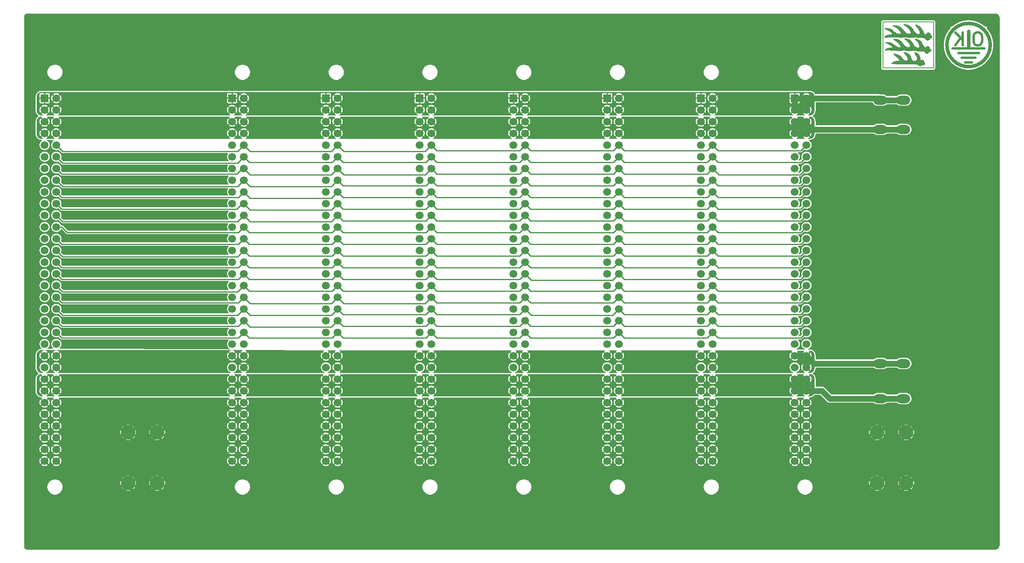
<source format=gbr>
G04 #@! TF.GenerationSoftware,KiCad,Pcbnew,(5.1.5)-3*
G04 #@! TF.CreationDate,2020-05-31T16:01:38+08:00*
G04 #@! TF.ProjectId,HEMAC_Backplane,48454d41-435f-4426-9163-6b706c616e65,rev?*
G04 #@! TF.SameCoordinates,Original*
G04 #@! TF.FileFunction,Copper,L2,Bot*
G04 #@! TF.FilePolarity,Positive*
%FSLAX46Y46*%
G04 Gerber Fmt 4.6, Leading zero omitted, Abs format (unit mm)*
G04 Created by KiCad (PCBNEW (5.1.5)-3) date 2020-05-31 16:01:38*
%MOMM*%
%LPD*%
G04 APERTURE LIST*
%ADD10C,0.500000*%
%ADD11C,0.200000*%
%ADD12C,0.010000*%
%ADD13C,0.800000*%
%ADD14C,1.700000*%
%ADD15R,1.700000X1.700000*%
%ADD16C,0.600000*%
%ADD17C,3.200000*%
%ADD18O,3.000000X2.000000*%
%ADD19C,0.900000*%
%ADD20C,1.270000*%
%ADD21C,0.254000*%
%ADD22C,0.152400*%
G04 APERTURE END LIST*
D10*
X242446333Y-49066666D02*
X242446333Y-46266666D01*
X240846333Y-49066666D02*
X242046333Y-47466666D01*
X240846333Y-46266666D02*
X242446333Y-47866666D01*
X245979666Y-46266666D02*
X245446333Y-46266666D01*
X245179666Y-46400000D01*
X244913000Y-46666666D01*
X244779666Y-47200000D01*
X244779666Y-48133333D01*
X244913000Y-48666666D01*
X245179666Y-48933333D01*
X245446333Y-49066666D01*
X245979666Y-49066666D01*
X246246333Y-48933333D01*
X246513000Y-48666666D01*
X246646333Y-48133333D01*
X246646333Y-47200000D01*
X246513000Y-46666666D01*
X246246333Y-46400000D01*
X245979666Y-46266666D01*
D11*
X236132000Y-54000000D02*
X225132000Y-54000000D01*
X236132000Y-54000000D02*
X236132000Y-44000000D01*
X225132000Y-44000000D02*
X225132000Y-54000000D01*
X236132000Y-44000000D02*
X225132000Y-44000000D01*
D12*
G36*
X229725040Y-44501550D02*
G01*
X229669327Y-44514323D01*
X229628125Y-44535906D01*
X229614374Y-44563198D01*
X229628927Y-44597162D01*
X229672640Y-44638759D01*
X229746368Y-44688951D01*
X229850965Y-44748699D01*
X229901382Y-44775356D01*
X229992419Y-44825789D01*
X230090288Y-44885081D01*
X230180869Y-44944459D01*
X230229405Y-44979138D01*
X230365602Y-45090306D01*
X230505949Y-45221016D01*
X230644416Y-45364531D01*
X230774971Y-45514116D01*
X230891586Y-45663034D01*
X230988231Y-45804550D01*
X231027004Y-45870111D01*
X231095508Y-46011032D01*
X231137535Y-46138574D01*
X231153124Y-46251251D01*
X231142311Y-46347576D01*
X231105135Y-46426064D01*
X231041633Y-46485227D01*
X231010918Y-46502186D01*
X230931866Y-46528606D01*
X230830794Y-46546033D01*
X230718608Y-46553410D01*
X230606213Y-46549676D01*
X230566879Y-46545284D01*
X230480017Y-46529484D01*
X230399289Y-46505221D01*
X230321388Y-46469969D01*
X230243005Y-46421206D01*
X230160834Y-46356407D01*
X230071567Y-46273050D01*
X229971897Y-46168609D01*
X229858517Y-46040562D01*
X229771741Y-45938530D01*
X229549933Y-45686006D01*
X229334910Y-45465003D01*
X229124802Y-45274297D01*
X228917741Y-45112667D01*
X228711858Y-44978890D01*
X228505282Y-44871744D01*
X228296145Y-44790007D01*
X228082578Y-44732456D01*
X227876745Y-44699389D01*
X227773704Y-44692420D01*
X227660877Y-44692283D01*
X227547216Y-44698299D01*
X227441673Y-44709789D01*
X227353201Y-44726074D01*
X227297825Y-44743299D01*
X227236866Y-44769062D01*
X227287666Y-44810112D01*
X227325123Y-44834514D01*
X227384335Y-44866594D01*
X227455674Y-44901312D01*
X227499333Y-44920897D01*
X227638041Y-44983865D01*
X227756395Y-45044853D01*
X227866675Y-45110939D01*
X227981161Y-45189198D01*
X228041151Y-45233118D01*
X228192134Y-45351132D01*
X228337535Y-45475598D01*
X228475146Y-45603837D01*
X228602759Y-45733169D01*
X228718166Y-45860915D01*
X228819159Y-45984395D01*
X228903529Y-46100930D01*
X228969070Y-46207840D01*
X229013572Y-46302446D01*
X229034828Y-46382069D01*
X229032828Y-46436530D01*
X229016647Y-46467892D01*
X228983102Y-46492891D01*
X228928364Y-46512791D01*
X228848605Y-46528852D01*
X228739995Y-46542338D01*
X228700292Y-46546155D01*
X228517773Y-46555057D01*
X228363517Y-46545827D01*
X228237158Y-46518426D01*
X228171766Y-46491844D01*
X228134330Y-46471917D01*
X228094372Y-46448062D01*
X228048655Y-46417900D01*
X227993947Y-46379052D01*
X227927012Y-46329140D01*
X227844616Y-46265784D01*
X227743525Y-46186606D01*
X227620504Y-46089228D01*
X227573251Y-46051665D01*
X227393833Y-45910481D01*
X227235966Y-45790169D01*
X227096117Y-45688847D01*
X226970753Y-45604635D01*
X226856339Y-45535652D01*
X226749343Y-45480016D01*
X226646230Y-45435847D01*
X226543468Y-45401262D01*
X226437521Y-45374382D01*
X226324858Y-45353325D01*
X226237800Y-45340740D01*
X226160527Y-45332813D01*
X226066838Y-45326562D01*
X225963929Y-45322098D01*
X225858997Y-45319532D01*
X225759238Y-45318976D01*
X225671848Y-45320541D01*
X225604023Y-45324339D01*
X225563601Y-45330299D01*
X225525484Y-45350240D01*
X225518484Y-45379149D01*
X225541385Y-45415913D01*
X225592969Y-45459422D01*
X225672021Y-45508564D01*
X225777326Y-45562228D01*
X225856273Y-45597718D01*
X226102539Y-45709294D01*
X226319114Y-45819688D01*
X226509975Y-45931370D01*
X226679097Y-46046814D01*
X226830460Y-46168491D01*
X226942343Y-46272888D01*
X227019480Y-46353742D01*
X227085084Y-46430378D01*
X227135636Y-46498112D01*
X227167612Y-46552262D01*
X227177600Y-46585730D01*
X227170258Y-46597122D01*
X227146303Y-46609158D01*
X227102843Y-46622525D01*
X227036986Y-46637910D01*
X226945841Y-46655997D01*
X226826515Y-46677474D01*
X226700042Y-46699028D01*
X226501176Y-46733380D01*
X226332342Y-46765183D01*
X226189914Y-46795636D01*
X226070264Y-46825938D01*
X225969766Y-46857288D01*
X225884794Y-46890886D01*
X225811720Y-46927932D01*
X225746918Y-46969624D01*
X225686762Y-47017163D01*
X225656637Y-47044106D01*
X225592333Y-47111239D01*
X225537403Y-47182874D01*
X225496231Y-47251933D01*
X225473198Y-47311337D01*
X225470412Y-47344946D01*
X225490318Y-47374690D01*
X225537709Y-47388261D01*
X225610186Y-47385418D01*
X225698414Y-47367727D01*
X225779800Y-47351201D01*
X225891453Y-47335163D01*
X226029771Y-47319828D01*
X226191156Y-47305415D01*
X226372008Y-47292137D01*
X226568727Y-47280212D01*
X226777713Y-47269856D01*
X226995367Y-47261285D01*
X227218090Y-47254715D01*
X227442280Y-47250362D01*
X227664339Y-47248443D01*
X227685600Y-47248394D01*
X227849188Y-47248326D01*
X227984284Y-47248889D01*
X228096260Y-47250322D01*
X228190489Y-47252860D01*
X228272342Y-47256743D01*
X228347193Y-47262206D01*
X228420412Y-47269487D01*
X228497373Y-47278822D01*
X228557667Y-47286887D01*
X228849460Y-47317323D01*
X229124562Y-47326601D01*
X229379217Y-47314677D01*
X229514400Y-47298284D01*
X229761968Y-47273140D01*
X230017740Y-47272335D01*
X230288259Y-47295944D01*
X230378000Y-47308514D01*
X230461684Y-47320643D01*
X230537944Y-47330083D01*
X230612950Y-47337164D01*
X230692877Y-47342214D01*
X230783895Y-47345563D01*
X230892178Y-47347539D01*
X231023898Y-47348472D01*
X231131533Y-47348680D01*
X231279473Y-47348531D01*
X231399036Y-47347674D01*
X231495710Y-47345813D01*
X231574984Y-47342650D01*
X231642344Y-47337887D01*
X231703279Y-47331227D01*
X231763277Y-47322373D01*
X231827824Y-47311027D01*
X231828526Y-47310897D01*
X231940496Y-47291884D01*
X232039608Y-47279749D01*
X232132645Y-47274886D01*
X232226389Y-47277688D01*
X232327624Y-47288546D01*
X232443132Y-47307852D01*
X232579697Y-47336000D01*
X232689400Y-47360702D01*
X232736917Y-47371225D01*
X232781267Y-47379677D01*
X232826847Y-47386289D01*
X232878056Y-47391292D01*
X232939290Y-47394920D01*
X233014948Y-47397403D01*
X233109428Y-47398973D01*
X233227127Y-47399861D01*
X233372444Y-47400301D01*
X233442933Y-47400407D01*
X233600972Y-47400735D01*
X233729041Y-47401405D01*
X233831034Y-47402615D01*
X233910847Y-47404558D01*
X233972376Y-47407430D01*
X234019516Y-47411427D01*
X234056163Y-47416743D01*
X234086212Y-47423575D01*
X234113560Y-47432117D01*
X234119867Y-47434340D01*
X234169905Y-47454457D01*
X234204986Y-47477219D01*
X234231358Y-47510251D01*
X234255271Y-47561173D01*
X234280373Y-47630084D01*
X234333098Y-47734250D01*
X234409983Y-47817865D01*
X234506554Y-47876246D01*
X234521194Y-47882066D01*
X234591809Y-47901730D01*
X234680074Y-47916819D01*
X234773102Y-47926008D01*
X234858005Y-47927975D01*
X234916133Y-47922610D01*
X235024075Y-47897083D01*
X235104220Y-47866510D01*
X235162548Y-47828295D01*
X235185024Y-47805939D01*
X235219004Y-47760436D01*
X235242113Y-47717030D01*
X235246088Y-47704290D01*
X235256909Y-47652078D01*
X235263471Y-47620402D01*
X235283661Y-47573816D01*
X235325831Y-47533992D01*
X235394020Y-47498108D01*
X235484857Y-47465630D01*
X235556156Y-47441514D01*
X235621447Y-47416156D01*
X235668800Y-47394265D01*
X235675829Y-47390259D01*
X235727697Y-47346635D01*
X235769715Y-47289673D01*
X235793784Y-47231551D01*
X235796603Y-47208626D01*
X235783969Y-47150430D01*
X235750564Y-47084659D01*
X235703380Y-47023130D01*
X235667223Y-46989921D01*
X235578043Y-46919103D01*
X235513052Y-46859935D01*
X235467682Y-46806177D01*
X235437365Y-46751591D01*
X235417534Y-46689936D01*
X235406557Y-46633853D01*
X235372769Y-46524655D01*
X235311502Y-46432286D01*
X235225839Y-46358986D01*
X235118865Y-46306997D01*
X234993663Y-46278560D01*
X234910884Y-46273733D01*
X234792810Y-46286074D01*
X234693713Y-46324179D01*
X234611486Y-46389678D01*
X234544018Y-46484197D01*
X234494160Y-46595464D01*
X234470729Y-46650571D01*
X234446950Y-46691905D01*
X234429633Y-46709373D01*
X234394081Y-46707528D01*
X234340747Y-46685581D01*
X234276013Y-46647162D01*
X234206260Y-46595902D01*
X234159162Y-46555512D01*
X234062845Y-46448206D01*
X233973176Y-46308325D01*
X233889953Y-46135545D01*
X233873200Y-46094859D01*
X233770746Y-45861659D01*
X233654592Y-45636692D01*
X233528394Y-45425945D01*
X233395808Y-45235401D01*
X233260491Y-45071047D01*
X233223459Y-45031415D01*
X233156822Y-44963898D01*
X233102204Y-44914350D01*
X233049281Y-44875290D01*
X232987729Y-44839235D01*
X232907225Y-44798703D01*
X232892600Y-44791642D01*
X232712166Y-44712607D01*
X232528666Y-44646598D01*
X232355670Y-44598468D01*
X232346373Y-44596356D01*
X232292059Y-44587689D01*
X232254697Y-44592765D01*
X232230067Y-44605641D01*
X232200859Y-44631875D01*
X232188823Y-44663613D01*
X232195378Y-44703772D01*
X232221945Y-44755266D01*
X232269943Y-44821010D01*
X232340793Y-44903919D01*
X232414423Y-44984077D01*
X232562312Y-45150084D01*
X232688749Y-45311174D01*
X232802082Y-45478514D01*
X232875439Y-45600728D01*
X232966705Y-45771156D01*
X233041802Y-45935372D01*
X233099146Y-46088992D01*
X233137154Y-46227633D01*
X233154244Y-46346909D01*
X233155066Y-46375090D01*
X233148133Y-46435225D01*
X233123804Y-46481863D01*
X233076785Y-46521340D01*
X233001782Y-46559989D01*
X232999799Y-46560868D01*
X232873429Y-46598872D01*
X232737795Y-46607157D01*
X232612940Y-46588366D01*
X232496356Y-46548149D01*
X232382692Y-46486835D01*
X232270031Y-46402545D01*
X232156453Y-46293404D01*
X232040041Y-46157535D01*
X231918876Y-45993059D01*
X231791041Y-45798101D01*
X231768885Y-45762405D01*
X231599128Y-45506345D01*
X231424655Y-45282614D01*
X231243508Y-45089786D01*
X231053727Y-44926433D01*
X230853354Y-44791131D01*
X230640431Y-44682453D01*
X230412997Y-44598973D01*
X230169094Y-44539266D01*
X230063984Y-44521342D01*
X229923305Y-44503476D01*
X229811377Y-44496897D01*
X229725040Y-44501550D01*
G37*
X229725040Y-44501550D02*
X229669327Y-44514323D01*
X229628125Y-44535906D01*
X229614374Y-44563198D01*
X229628927Y-44597162D01*
X229672640Y-44638759D01*
X229746368Y-44688951D01*
X229850965Y-44748699D01*
X229901382Y-44775356D01*
X229992419Y-44825789D01*
X230090288Y-44885081D01*
X230180869Y-44944459D01*
X230229405Y-44979138D01*
X230365602Y-45090306D01*
X230505949Y-45221016D01*
X230644416Y-45364531D01*
X230774971Y-45514116D01*
X230891586Y-45663034D01*
X230988231Y-45804550D01*
X231027004Y-45870111D01*
X231095508Y-46011032D01*
X231137535Y-46138574D01*
X231153124Y-46251251D01*
X231142311Y-46347576D01*
X231105135Y-46426064D01*
X231041633Y-46485227D01*
X231010918Y-46502186D01*
X230931866Y-46528606D01*
X230830794Y-46546033D01*
X230718608Y-46553410D01*
X230606213Y-46549676D01*
X230566879Y-46545284D01*
X230480017Y-46529484D01*
X230399289Y-46505221D01*
X230321388Y-46469969D01*
X230243005Y-46421206D01*
X230160834Y-46356407D01*
X230071567Y-46273050D01*
X229971897Y-46168609D01*
X229858517Y-46040562D01*
X229771741Y-45938530D01*
X229549933Y-45686006D01*
X229334910Y-45465003D01*
X229124802Y-45274297D01*
X228917741Y-45112667D01*
X228711858Y-44978890D01*
X228505282Y-44871744D01*
X228296145Y-44790007D01*
X228082578Y-44732456D01*
X227876745Y-44699389D01*
X227773704Y-44692420D01*
X227660877Y-44692283D01*
X227547216Y-44698299D01*
X227441673Y-44709789D01*
X227353201Y-44726074D01*
X227297825Y-44743299D01*
X227236866Y-44769062D01*
X227287666Y-44810112D01*
X227325123Y-44834514D01*
X227384335Y-44866594D01*
X227455674Y-44901312D01*
X227499333Y-44920897D01*
X227638041Y-44983865D01*
X227756395Y-45044853D01*
X227866675Y-45110939D01*
X227981161Y-45189198D01*
X228041151Y-45233118D01*
X228192134Y-45351132D01*
X228337535Y-45475598D01*
X228475146Y-45603837D01*
X228602759Y-45733169D01*
X228718166Y-45860915D01*
X228819159Y-45984395D01*
X228903529Y-46100930D01*
X228969070Y-46207840D01*
X229013572Y-46302446D01*
X229034828Y-46382069D01*
X229032828Y-46436530D01*
X229016647Y-46467892D01*
X228983102Y-46492891D01*
X228928364Y-46512791D01*
X228848605Y-46528852D01*
X228739995Y-46542338D01*
X228700292Y-46546155D01*
X228517773Y-46555057D01*
X228363517Y-46545827D01*
X228237158Y-46518426D01*
X228171766Y-46491844D01*
X228134330Y-46471917D01*
X228094372Y-46448062D01*
X228048655Y-46417900D01*
X227993947Y-46379052D01*
X227927012Y-46329140D01*
X227844616Y-46265784D01*
X227743525Y-46186606D01*
X227620504Y-46089228D01*
X227573251Y-46051665D01*
X227393833Y-45910481D01*
X227235966Y-45790169D01*
X227096117Y-45688847D01*
X226970753Y-45604635D01*
X226856339Y-45535652D01*
X226749343Y-45480016D01*
X226646230Y-45435847D01*
X226543468Y-45401262D01*
X226437521Y-45374382D01*
X226324858Y-45353325D01*
X226237800Y-45340740D01*
X226160527Y-45332813D01*
X226066838Y-45326562D01*
X225963929Y-45322098D01*
X225858997Y-45319532D01*
X225759238Y-45318976D01*
X225671848Y-45320541D01*
X225604023Y-45324339D01*
X225563601Y-45330299D01*
X225525484Y-45350240D01*
X225518484Y-45379149D01*
X225541385Y-45415913D01*
X225592969Y-45459422D01*
X225672021Y-45508564D01*
X225777326Y-45562228D01*
X225856273Y-45597718D01*
X226102539Y-45709294D01*
X226319114Y-45819688D01*
X226509975Y-45931370D01*
X226679097Y-46046814D01*
X226830460Y-46168491D01*
X226942343Y-46272888D01*
X227019480Y-46353742D01*
X227085084Y-46430378D01*
X227135636Y-46498112D01*
X227167612Y-46552262D01*
X227177600Y-46585730D01*
X227170258Y-46597122D01*
X227146303Y-46609158D01*
X227102843Y-46622525D01*
X227036986Y-46637910D01*
X226945841Y-46655997D01*
X226826515Y-46677474D01*
X226700042Y-46699028D01*
X226501176Y-46733380D01*
X226332342Y-46765183D01*
X226189914Y-46795636D01*
X226070264Y-46825938D01*
X225969766Y-46857288D01*
X225884794Y-46890886D01*
X225811720Y-46927932D01*
X225746918Y-46969624D01*
X225686762Y-47017163D01*
X225656637Y-47044106D01*
X225592333Y-47111239D01*
X225537403Y-47182874D01*
X225496231Y-47251933D01*
X225473198Y-47311337D01*
X225470412Y-47344946D01*
X225490318Y-47374690D01*
X225537709Y-47388261D01*
X225610186Y-47385418D01*
X225698414Y-47367727D01*
X225779800Y-47351201D01*
X225891453Y-47335163D01*
X226029771Y-47319828D01*
X226191156Y-47305415D01*
X226372008Y-47292137D01*
X226568727Y-47280212D01*
X226777713Y-47269856D01*
X226995367Y-47261285D01*
X227218090Y-47254715D01*
X227442280Y-47250362D01*
X227664339Y-47248443D01*
X227685600Y-47248394D01*
X227849188Y-47248326D01*
X227984284Y-47248889D01*
X228096260Y-47250322D01*
X228190489Y-47252860D01*
X228272342Y-47256743D01*
X228347193Y-47262206D01*
X228420412Y-47269487D01*
X228497373Y-47278822D01*
X228557667Y-47286887D01*
X228849460Y-47317323D01*
X229124562Y-47326601D01*
X229379217Y-47314677D01*
X229514400Y-47298284D01*
X229761968Y-47273140D01*
X230017740Y-47272335D01*
X230288259Y-47295944D01*
X230378000Y-47308514D01*
X230461684Y-47320643D01*
X230537944Y-47330083D01*
X230612950Y-47337164D01*
X230692877Y-47342214D01*
X230783895Y-47345563D01*
X230892178Y-47347539D01*
X231023898Y-47348472D01*
X231131533Y-47348680D01*
X231279473Y-47348531D01*
X231399036Y-47347674D01*
X231495710Y-47345813D01*
X231574984Y-47342650D01*
X231642344Y-47337887D01*
X231703279Y-47331227D01*
X231763277Y-47322373D01*
X231827824Y-47311027D01*
X231828526Y-47310897D01*
X231940496Y-47291884D01*
X232039608Y-47279749D01*
X232132645Y-47274886D01*
X232226389Y-47277688D01*
X232327624Y-47288546D01*
X232443132Y-47307852D01*
X232579697Y-47336000D01*
X232689400Y-47360702D01*
X232736917Y-47371225D01*
X232781267Y-47379677D01*
X232826847Y-47386289D01*
X232878056Y-47391292D01*
X232939290Y-47394920D01*
X233014948Y-47397403D01*
X233109428Y-47398973D01*
X233227127Y-47399861D01*
X233372444Y-47400301D01*
X233442933Y-47400407D01*
X233600972Y-47400735D01*
X233729041Y-47401405D01*
X233831034Y-47402615D01*
X233910847Y-47404558D01*
X233972376Y-47407430D01*
X234019516Y-47411427D01*
X234056163Y-47416743D01*
X234086212Y-47423575D01*
X234113560Y-47432117D01*
X234119867Y-47434340D01*
X234169905Y-47454457D01*
X234204986Y-47477219D01*
X234231358Y-47510251D01*
X234255271Y-47561173D01*
X234280373Y-47630084D01*
X234333098Y-47734250D01*
X234409983Y-47817865D01*
X234506554Y-47876246D01*
X234521194Y-47882066D01*
X234591809Y-47901730D01*
X234680074Y-47916819D01*
X234773102Y-47926008D01*
X234858005Y-47927975D01*
X234916133Y-47922610D01*
X235024075Y-47897083D01*
X235104220Y-47866510D01*
X235162548Y-47828295D01*
X235185024Y-47805939D01*
X235219004Y-47760436D01*
X235242113Y-47717030D01*
X235246088Y-47704290D01*
X235256909Y-47652078D01*
X235263471Y-47620402D01*
X235283661Y-47573816D01*
X235325831Y-47533992D01*
X235394020Y-47498108D01*
X235484857Y-47465630D01*
X235556156Y-47441514D01*
X235621447Y-47416156D01*
X235668800Y-47394265D01*
X235675829Y-47390259D01*
X235727697Y-47346635D01*
X235769715Y-47289673D01*
X235793784Y-47231551D01*
X235796603Y-47208626D01*
X235783969Y-47150430D01*
X235750564Y-47084659D01*
X235703380Y-47023130D01*
X235667223Y-46989921D01*
X235578043Y-46919103D01*
X235513052Y-46859935D01*
X235467682Y-46806177D01*
X235437365Y-46751591D01*
X235417534Y-46689936D01*
X235406557Y-46633853D01*
X235372769Y-46524655D01*
X235311502Y-46432286D01*
X235225839Y-46358986D01*
X235118865Y-46306997D01*
X234993663Y-46278560D01*
X234910884Y-46273733D01*
X234792810Y-46286074D01*
X234693713Y-46324179D01*
X234611486Y-46389678D01*
X234544018Y-46484197D01*
X234494160Y-46595464D01*
X234470729Y-46650571D01*
X234446950Y-46691905D01*
X234429633Y-46709373D01*
X234394081Y-46707528D01*
X234340747Y-46685581D01*
X234276013Y-46647162D01*
X234206260Y-46595902D01*
X234159162Y-46555512D01*
X234062845Y-46448206D01*
X233973176Y-46308325D01*
X233889953Y-46135545D01*
X233873200Y-46094859D01*
X233770746Y-45861659D01*
X233654592Y-45636692D01*
X233528394Y-45425945D01*
X233395808Y-45235401D01*
X233260491Y-45071047D01*
X233223459Y-45031415D01*
X233156822Y-44963898D01*
X233102204Y-44914350D01*
X233049281Y-44875290D01*
X232987729Y-44839235D01*
X232907225Y-44798703D01*
X232892600Y-44791642D01*
X232712166Y-44712607D01*
X232528666Y-44646598D01*
X232355670Y-44598468D01*
X232346373Y-44596356D01*
X232292059Y-44587689D01*
X232254697Y-44592765D01*
X232230067Y-44605641D01*
X232200859Y-44631875D01*
X232188823Y-44663613D01*
X232195378Y-44703772D01*
X232221945Y-44755266D01*
X232269943Y-44821010D01*
X232340793Y-44903919D01*
X232414423Y-44984077D01*
X232562312Y-45150084D01*
X232688749Y-45311174D01*
X232802082Y-45478514D01*
X232875439Y-45600728D01*
X232966705Y-45771156D01*
X233041802Y-45935372D01*
X233099146Y-46088992D01*
X233137154Y-46227633D01*
X233154244Y-46346909D01*
X233155066Y-46375090D01*
X233148133Y-46435225D01*
X233123804Y-46481863D01*
X233076785Y-46521340D01*
X233001782Y-46559989D01*
X232999799Y-46560868D01*
X232873429Y-46598872D01*
X232737795Y-46607157D01*
X232612940Y-46588366D01*
X232496356Y-46548149D01*
X232382692Y-46486835D01*
X232270031Y-46402545D01*
X232156453Y-46293404D01*
X232040041Y-46157535D01*
X231918876Y-45993059D01*
X231791041Y-45798101D01*
X231768885Y-45762405D01*
X231599128Y-45506345D01*
X231424655Y-45282614D01*
X231243508Y-45089786D01*
X231053727Y-44926433D01*
X230853354Y-44791131D01*
X230640431Y-44682453D01*
X230412997Y-44598973D01*
X230169094Y-44539266D01*
X230063984Y-44521342D01*
X229923305Y-44503476D01*
X229811377Y-44496897D01*
X229725040Y-44501550D01*
G36*
X229941266Y-47544450D02*
G01*
X229889277Y-47562197D01*
X229874138Y-47571926D01*
X229841742Y-47600664D01*
X229825536Y-47629305D01*
X229827466Y-47660650D01*
X229849478Y-47697500D01*
X229893518Y-47742655D01*
X229961530Y-47798915D01*
X230055460Y-47869081D01*
X230105687Y-47905213D01*
X230329466Y-48079579D01*
X230521500Y-48260290D01*
X230681438Y-48446857D01*
X230808933Y-48638787D01*
X230903636Y-48835590D01*
X230965199Y-49036773D01*
X230984121Y-49143871D01*
X230991936Y-49228930D01*
X230986659Y-49292198D01*
X230964147Y-49338888D01*
X230920263Y-49374213D01*
X230850865Y-49403385D01*
X230756556Y-49430401D01*
X230637032Y-49451511D01*
X230512679Y-49456708D01*
X230395488Y-49446193D01*
X230304199Y-49422777D01*
X230219198Y-49385837D01*
X230133687Y-49337525D01*
X230045015Y-49275492D01*
X229950532Y-49197388D01*
X229847589Y-49100862D01*
X229733535Y-48983565D01*
X229605721Y-48843146D01*
X229461497Y-48677255D01*
X229455130Y-48669800D01*
X229289484Y-48479809D01*
X229138401Y-48316253D01*
X228998446Y-48176880D01*
X228866186Y-48059438D01*
X228738185Y-47961672D01*
X228611009Y-47881331D01*
X228481225Y-47816160D01*
X228345397Y-47763908D01*
X228200091Y-47722321D01*
X228041873Y-47689146D01*
X227933213Y-47671431D01*
X227813062Y-47656600D01*
X227699661Y-47648216D01*
X227599369Y-47646367D01*
X227518550Y-47651137D01*
X227463565Y-47662615D01*
X227457797Y-47664985D01*
X227421167Y-47694900D01*
X227415880Y-47736317D01*
X227441774Y-47788305D01*
X227487899Y-47839841D01*
X227527889Y-47873397D01*
X227589809Y-47919598D01*
X227666663Y-47973477D01*
X227751452Y-48030065D01*
X227796932Y-48059276D01*
X228023132Y-48208220D01*
X228219950Y-48350681D01*
X228390544Y-48489570D01*
X228538071Y-48627794D01*
X228665689Y-48768263D01*
X228776554Y-48913886D01*
X228853071Y-49032321D01*
X228918224Y-49153964D01*
X228955810Y-49256306D01*
X228965902Y-49339610D01*
X228955038Y-49390824D01*
X228924925Y-49437684D01*
X228877245Y-49468667D01*
X228807055Y-49485790D01*
X228709410Y-49491067D01*
X228709118Y-49491067D01*
X228602605Y-49485499D01*
X228495792Y-49467789D01*
X228385552Y-49436427D01*
X228268760Y-49389904D01*
X228142291Y-49326710D01*
X228003019Y-49245335D01*
X227847818Y-49144270D01*
X227673562Y-49022006D01*
X227549041Y-48930779D01*
X227387761Y-48813220D01*
X227246895Y-48715818D01*
X227121753Y-48635999D01*
X227007645Y-48571187D01*
X226899881Y-48518807D01*
X226793772Y-48476285D01*
X226684628Y-48441046D01*
X226629486Y-48425883D01*
X226521467Y-48401045D01*
X226401852Y-48379347D01*
X226276227Y-48361234D01*
X226150179Y-48347147D01*
X226029295Y-48337529D01*
X225919163Y-48332823D01*
X225825369Y-48333473D01*
X225753500Y-48339921D01*
X225709143Y-48352609D01*
X225708633Y-48352896D01*
X225678587Y-48377659D01*
X225675024Y-48406096D01*
X225698983Y-48443008D01*
X225735987Y-48479460D01*
X225800234Y-48530136D01*
X225884702Y-48583555D01*
X225992745Y-48641563D01*
X226127719Y-48706004D01*
X226233564Y-48753121D01*
X226368652Y-48812832D01*
X226480034Y-48864409D01*
X226575617Y-48911870D01*
X226663306Y-48959233D01*
X226751006Y-49010516D01*
X226803959Y-49042997D01*
X226923923Y-49122550D01*
X227028243Y-49201668D01*
X227113874Y-49277429D01*
X227177772Y-49346909D01*
X227216891Y-49407186D01*
X227228400Y-49450367D01*
X227226865Y-49466186D01*
X227220258Y-49479850D01*
X227205575Y-49492011D01*
X227179810Y-49503323D01*
X227139961Y-49514439D01*
X227083022Y-49526013D01*
X227005989Y-49538697D01*
X226905858Y-49553146D01*
X226779624Y-49570012D01*
X226624284Y-49589950D01*
X226534133Y-49601353D01*
X226313993Y-49635120D01*
X226125687Y-49677087D01*
X225968070Y-49727750D01*
X225839999Y-49787602D01*
X225740329Y-49857137D01*
X225667917Y-49936848D01*
X225637889Y-49988075D01*
X225614347Y-50052836D01*
X225616194Y-50099287D01*
X225644471Y-50128083D01*
X225700222Y-50139878D01*
X225784489Y-50135329D01*
X225854267Y-50124066D01*
X225903496Y-50115678D01*
X225954566Y-50109425D01*
X226012430Y-50105174D01*
X226082041Y-50102792D01*
X226168352Y-50102146D01*
X226276314Y-50103101D01*
X226410880Y-50105525D01*
X226483333Y-50107101D01*
X226961704Y-50122463D01*
X227466236Y-50147601D01*
X227999400Y-50182648D01*
X228273720Y-50203628D01*
X228443543Y-50216335D01*
X228587119Y-50224618D01*
X228711823Y-50228114D01*
X228825030Y-50226462D01*
X228934114Y-50219302D01*
X229046451Y-50206272D01*
X229169416Y-50187011D01*
X229310383Y-50161158D01*
X229367507Y-50150060D01*
X229472894Y-50129659D01*
X229552363Y-50115459D01*
X229613169Y-50106858D01*
X229662571Y-50103253D01*
X229707825Y-50104044D01*
X229756188Y-50108628D01*
X229799307Y-50114253D01*
X229890207Y-50128279D01*
X229993280Y-50146558D01*
X230087780Y-50165390D01*
X230096871Y-50167360D01*
X230265670Y-50196870D01*
X230459113Y-50217956D01*
X230669001Y-50230463D01*
X230887136Y-50234238D01*
X231105319Y-50229126D01*
X231315353Y-50214973D01*
X231495600Y-50193648D01*
X231594758Y-50180731D01*
X231688373Y-50172930D01*
X231781382Y-50170686D01*
X231878724Y-50174440D01*
X231985337Y-50184633D01*
X232106157Y-50201706D01*
X232246124Y-50226100D01*
X232410175Y-50258255D01*
X232553933Y-50288141D01*
X232839615Y-50335197D01*
X233117616Y-50352966D01*
X233396597Y-50341826D01*
X233508637Y-50329586D01*
X233657114Y-50312858D01*
X233787559Y-50302707D01*
X233896499Y-50299211D01*
X233980458Y-50302445D01*
X234035962Y-50312487D01*
X234048100Y-50317667D01*
X234080375Y-50349779D01*
X234096043Y-50384789D01*
X234132120Y-50483662D01*
X234196021Y-50572487D01*
X234289613Y-50653220D01*
X234414761Y-50727817D01*
X234431082Y-50736003D01*
X234558965Y-50786275D01*
X234674928Y-50805068D01*
X234778775Y-50792352D01*
X234789133Y-50789133D01*
X234912860Y-50733568D01*
X235012564Y-50655376D01*
X235091767Y-50551637D01*
X235106310Y-50525988D01*
X235125766Y-50497279D01*
X235153916Y-50472169D01*
X235196493Y-50447401D01*
X235259231Y-50419714D01*
X235347864Y-50385850D01*
X235361986Y-50380679D01*
X235424564Y-50350024D01*
X235484309Y-50308591D01*
X235501686Y-50292919D01*
X235538888Y-50250038D01*
X235555754Y-50209582D01*
X235559600Y-50157134D01*
X235551249Y-50087082D01*
X235523483Y-50024208D01*
X235472228Y-49962058D01*
X235393909Y-49894563D01*
X235313217Y-49820705D01*
X235262974Y-49746164D01*
X235240077Y-49665630D01*
X235237866Y-49627367D01*
X235231883Y-49569596D01*
X235217149Y-49517749D01*
X235213767Y-49510514D01*
X235175489Y-49456955D01*
X235116939Y-49397796D01*
X235048422Y-49341990D01*
X234980244Y-49298493D01*
X234956550Y-49287045D01*
X234857411Y-49258131D01*
X234761071Y-49259041D01*
X234664332Y-49290599D01*
X234563997Y-49353627D01*
X234504599Y-49403382D01*
X234453445Y-49447965D01*
X234407442Y-49485043D01*
X234376021Y-49507036D01*
X234374607Y-49507818D01*
X234327213Y-49517295D01*
X234265399Y-49501474D01*
X234187110Y-49459594D01*
X234121374Y-49414345D01*
X234037110Y-49341061D01*
X233955762Y-49246479D01*
X233875682Y-49127984D01*
X233795226Y-48982962D01*
X233712748Y-48808797D01*
X233654959Y-48673091D01*
X233560320Y-48486390D01*
X233434500Y-48309934D01*
X233279023Y-48145176D01*
X233095412Y-47993566D01*
X232885192Y-47856555D01*
X232690319Y-47754360D01*
X232535361Y-47685574D01*
X232401723Y-47635921D01*
X232290629Y-47605684D01*
X232203305Y-47595146D01*
X232140973Y-47604592D01*
X232114876Y-47621143D01*
X232097958Y-47643063D01*
X232091239Y-47667928D01*
X232096540Y-47698625D01*
X232115687Y-47738038D01*
X232150500Y-47789053D01*
X232202804Y-47854557D01*
X232274421Y-47937434D01*
X232367174Y-48040572D01*
X232408271Y-48085600D01*
X232543565Y-48237710D01*
X232655991Y-48374062D01*
X232749334Y-48499791D01*
X232827381Y-48620034D01*
X232893916Y-48739927D01*
X232901273Y-48754467D01*
X232973879Y-48919191D01*
X233018143Y-49066766D01*
X233034082Y-49196920D01*
X233021714Y-49309380D01*
X232981058Y-49403873D01*
X232912132Y-49480127D01*
X232850266Y-49520813D01*
X232807758Y-49541237D01*
X232767850Y-49552745D01*
X232719352Y-49557081D01*
X232651068Y-49555987D01*
X232630133Y-49555094D01*
X232548761Y-49549246D01*
X232485222Y-49537703D01*
X232423524Y-49516450D01*
X232359200Y-49487083D01*
X232199124Y-49393759D01*
X232053572Y-49275090D01*
X231920831Y-49129181D01*
X231799188Y-48954138D01*
X231686930Y-48748067D01*
X231682369Y-48738651D01*
X231574660Y-48535123D01*
X231457212Y-48354259D01*
X231322388Y-48184924D01*
X231242598Y-48097435D01*
X231144681Y-48000527D01*
X231048094Y-47919432D01*
X230946070Y-47850125D01*
X230831842Y-47788580D01*
X230698644Y-47730775D01*
X230539710Y-47672683D01*
X230513466Y-47663775D01*
X230348816Y-47610937D01*
X230211844Y-47572955D01*
X230099976Y-47549460D01*
X230010642Y-47540082D01*
X229941266Y-47544450D01*
G37*
X229941266Y-47544450D02*
X229889277Y-47562197D01*
X229874138Y-47571926D01*
X229841742Y-47600664D01*
X229825536Y-47629305D01*
X229827466Y-47660650D01*
X229849478Y-47697500D01*
X229893518Y-47742655D01*
X229961530Y-47798915D01*
X230055460Y-47869081D01*
X230105687Y-47905213D01*
X230329466Y-48079579D01*
X230521500Y-48260290D01*
X230681438Y-48446857D01*
X230808933Y-48638787D01*
X230903636Y-48835590D01*
X230965199Y-49036773D01*
X230984121Y-49143871D01*
X230991936Y-49228930D01*
X230986659Y-49292198D01*
X230964147Y-49338888D01*
X230920263Y-49374213D01*
X230850865Y-49403385D01*
X230756556Y-49430401D01*
X230637032Y-49451511D01*
X230512679Y-49456708D01*
X230395488Y-49446193D01*
X230304199Y-49422777D01*
X230219198Y-49385837D01*
X230133687Y-49337525D01*
X230045015Y-49275492D01*
X229950532Y-49197388D01*
X229847589Y-49100862D01*
X229733535Y-48983565D01*
X229605721Y-48843146D01*
X229461497Y-48677255D01*
X229455130Y-48669800D01*
X229289484Y-48479809D01*
X229138401Y-48316253D01*
X228998446Y-48176880D01*
X228866186Y-48059438D01*
X228738185Y-47961672D01*
X228611009Y-47881331D01*
X228481225Y-47816160D01*
X228345397Y-47763908D01*
X228200091Y-47722321D01*
X228041873Y-47689146D01*
X227933213Y-47671431D01*
X227813062Y-47656600D01*
X227699661Y-47648216D01*
X227599369Y-47646367D01*
X227518550Y-47651137D01*
X227463565Y-47662615D01*
X227457797Y-47664985D01*
X227421167Y-47694900D01*
X227415880Y-47736317D01*
X227441774Y-47788305D01*
X227487899Y-47839841D01*
X227527889Y-47873397D01*
X227589809Y-47919598D01*
X227666663Y-47973477D01*
X227751452Y-48030065D01*
X227796932Y-48059276D01*
X228023132Y-48208220D01*
X228219950Y-48350681D01*
X228390544Y-48489570D01*
X228538071Y-48627794D01*
X228665689Y-48768263D01*
X228776554Y-48913886D01*
X228853071Y-49032321D01*
X228918224Y-49153964D01*
X228955810Y-49256306D01*
X228965902Y-49339610D01*
X228955038Y-49390824D01*
X228924925Y-49437684D01*
X228877245Y-49468667D01*
X228807055Y-49485790D01*
X228709410Y-49491067D01*
X228709118Y-49491067D01*
X228602605Y-49485499D01*
X228495792Y-49467789D01*
X228385552Y-49436427D01*
X228268760Y-49389904D01*
X228142291Y-49326710D01*
X228003019Y-49245335D01*
X227847818Y-49144270D01*
X227673562Y-49022006D01*
X227549041Y-48930779D01*
X227387761Y-48813220D01*
X227246895Y-48715818D01*
X227121753Y-48635999D01*
X227007645Y-48571187D01*
X226899881Y-48518807D01*
X226793772Y-48476285D01*
X226684628Y-48441046D01*
X226629486Y-48425883D01*
X226521467Y-48401045D01*
X226401852Y-48379347D01*
X226276227Y-48361234D01*
X226150179Y-48347147D01*
X226029295Y-48337529D01*
X225919163Y-48332823D01*
X225825369Y-48333473D01*
X225753500Y-48339921D01*
X225709143Y-48352609D01*
X225708633Y-48352896D01*
X225678587Y-48377659D01*
X225675024Y-48406096D01*
X225698983Y-48443008D01*
X225735987Y-48479460D01*
X225800234Y-48530136D01*
X225884702Y-48583555D01*
X225992745Y-48641563D01*
X226127719Y-48706004D01*
X226233564Y-48753121D01*
X226368652Y-48812832D01*
X226480034Y-48864409D01*
X226575617Y-48911870D01*
X226663306Y-48959233D01*
X226751006Y-49010516D01*
X226803959Y-49042997D01*
X226923923Y-49122550D01*
X227028243Y-49201668D01*
X227113874Y-49277429D01*
X227177772Y-49346909D01*
X227216891Y-49407186D01*
X227228400Y-49450367D01*
X227226865Y-49466186D01*
X227220258Y-49479850D01*
X227205575Y-49492011D01*
X227179810Y-49503323D01*
X227139961Y-49514439D01*
X227083022Y-49526013D01*
X227005989Y-49538697D01*
X226905858Y-49553146D01*
X226779624Y-49570012D01*
X226624284Y-49589950D01*
X226534133Y-49601353D01*
X226313993Y-49635120D01*
X226125687Y-49677087D01*
X225968070Y-49727750D01*
X225839999Y-49787602D01*
X225740329Y-49857137D01*
X225667917Y-49936848D01*
X225637889Y-49988075D01*
X225614347Y-50052836D01*
X225616194Y-50099287D01*
X225644471Y-50128083D01*
X225700222Y-50139878D01*
X225784489Y-50135329D01*
X225854267Y-50124066D01*
X225903496Y-50115678D01*
X225954566Y-50109425D01*
X226012430Y-50105174D01*
X226082041Y-50102792D01*
X226168352Y-50102146D01*
X226276314Y-50103101D01*
X226410880Y-50105525D01*
X226483333Y-50107101D01*
X226961704Y-50122463D01*
X227466236Y-50147601D01*
X227999400Y-50182648D01*
X228273720Y-50203628D01*
X228443543Y-50216335D01*
X228587119Y-50224618D01*
X228711823Y-50228114D01*
X228825030Y-50226462D01*
X228934114Y-50219302D01*
X229046451Y-50206272D01*
X229169416Y-50187011D01*
X229310383Y-50161158D01*
X229367507Y-50150060D01*
X229472894Y-50129659D01*
X229552363Y-50115459D01*
X229613169Y-50106858D01*
X229662571Y-50103253D01*
X229707825Y-50104044D01*
X229756188Y-50108628D01*
X229799307Y-50114253D01*
X229890207Y-50128279D01*
X229993280Y-50146558D01*
X230087780Y-50165390D01*
X230096871Y-50167360D01*
X230265670Y-50196870D01*
X230459113Y-50217956D01*
X230669001Y-50230463D01*
X230887136Y-50234238D01*
X231105319Y-50229126D01*
X231315353Y-50214973D01*
X231495600Y-50193648D01*
X231594758Y-50180731D01*
X231688373Y-50172930D01*
X231781382Y-50170686D01*
X231878724Y-50174440D01*
X231985337Y-50184633D01*
X232106157Y-50201706D01*
X232246124Y-50226100D01*
X232410175Y-50258255D01*
X232553933Y-50288141D01*
X232839615Y-50335197D01*
X233117616Y-50352966D01*
X233396597Y-50341826D01*
X233508637Y-50329586D01*
X233657114Y-50312858D01*
X233787559Y-50302707D01*
X233896499Y-50299211D01*
X233980458Y-50302445D01*
X234035962Y-50312487D01*
X234048100Y-50317667D01*
X234080375Y-50349779D01*
X234096043Y-50384789D01*
X234132120Y-50483662D01*
X234196021Y-50572487D01*
X234289613Y-50653220D01*
X234414761Y-50727817D01*
X234431082Y-50736003D01*
X234558965Y-50786275D01*
X234674928Y-50805068D01*
X234778775Y-50792352D01*
X234789133Y-50789133D01*
X234912860Y-50733568D01*
X235012564Y-50655376D01*
X235091767Y-50551637D01*
X235106310Y-50525988D01*
X235125766Y-50497279D01*
X235153916Y-50472169D01*
X235196493Y-50447401D01*
X235259231Y-50419714D01*
X235347864Y-50385850D01*
X235361986Y-50380679D01*
X235424564Y-50350024D01*
X235484309Y-50308591D01*
X235501686Y-50292919D01*
X235538888Y-50250038D01*
X235555754Y-50209582D01*
X235559600Y-50157134D01*
X235551249Y-50087082D01*
X235523483Y-50024208D01*
X235472228Y-49962058D01*
X235393909Y-49894563D01*
X235313217Y-49820705D01*
X235262974Y-49746164D01*
X235240077Y-49665630D01*
X235237866Y-49627367D01*
X235231883Y-49569596D01*
X235217149Y-49517749D01*
X235213767Y-49510514D01*
X235175489Y-49456955D01*
X235116939Y-49397796D01*
X235048422Y-49341990D01*
X234980244Y-49298493D01*
X234956550Y-49287045D01*
X234857411Y-49258131D01*
X234761071Y-49259041D01*
X234664332Y-49290599D01*
X234563997Y-49353627D01*
X234504599Y-49403382D01*
X234453445Y-49447965D01*
X234407442Y-49485043D01*
X234376021Y-49507036D01*
X234374607Y-49507818D01*
X234327213Y-49517295D01*
X234265399Y-49501474D01*
X234187110Y-49459594D01*
X234121374Y-49414345D01*
X234037110Y-49341061D01*
X233955762Y-49246479D01*
X233875682Y-49127984D01*
X233795226Y-48982962D01*
X233712748Y-48808797D01*
X233654959Y-48673091D01*
X233560320Y-48486390D01*
X233434500Y-48309934D01*
X233279023Y-48145176D01*
X233095412Y-47993566D01*
X232885192Y-47856555D01*
X232690319Y-47754360D01*
X232535361Y-47685574D01*
X232401723Y-47635921D01*
X232290629Y-47605684D01*
X232203305Y-47595146D01*
X232140973Y-47604592D01*
X232114876Y-47621143D01*
X232097958Y-47643063D01*
X232091239Y-47667928D01*
X232096540Y-47698625D01*
X232115687Y-47738038D01*
X232150500Y-47789053D01*
X232202804Y-47854557D01*
X232274421Y-47937434D01*
X232367174Y-48040572D01*
X232408271Y-48085600D01*
X232543565Y-48237710D01*
X232655991Y-48374062D01*
X232749334Y-48499791D01*
X232827381Y-48620034D01*
X232893916Y-48739927D01*
X232901273Y-48754467D01*
X232973879Y-48919191D01*
X233018143Y-49066766D01*
X233034082Y-49196920D01*
X233021714Y-49309380D01*
X232981058Y-49403873D01*
X232912132Y-49480127D01*
X232850266Y-49520813D01*
X232807758Y-49541237D01*
X232767850Y-49552745D01*
X232719352Y-49557081D01*
X232651068Y-49555987D01*
X232630133Y-49555094D01*
X232548761Y-49549246D01*
X232485222Y-49537703D01*
X232423524Y-49516450D01*
X232359200Y-49487083D01*
X232199124Y-49393759D01*
X232053572Y-49275090D01*
X231920831Y-49129181D01*
X231799188Y-48954138D01*
X231686930Y-48748067D01*
X231682369Y-48738651D01*
X231574660Y-48535123D01*
X231457212Y-48354259D01*
X231322388Y-48184924D01*
X231242598Y-48097435D01*
X231144681Y-48000527D01*
X231048094Y-47919432D01*
X230946070Y-47850125D01*
X230831842Y-47788580D01*
X230698644Y-47730775D01*
X230539710Y-47672683D01*
X230513466Y-47663775D01*
X230348816Y-47610937D01*
X230211844Y-47572955D01*
X230099976Y-47549460D01*
X230010642Y-47540082D01*
X229941266Y-47544450D01*
G36*
X229697802Y-50529844D02*
G01*
X229691385Y-50531158D01*
X229646219Y-50556362D01*
X229625633Y-50597711D01*
X229634181Y-50645927D01*
X229634612Y-50646767D01*
X229651859Y-50669508D01*
X229689312Y-50712304D01*
X229743303Y-50771185D01*
X229810165Y-50842186D01*
X229886232Y-50921338D01*
X229928075Y-50964267D01*
X230066913Y-51110151D01*
X230181752Y-51240524D01*
X230275923Y-51359874D01*
X230352757Y-51472691D01*
X230415586Y-51583463D01*
X230462795Y-51684850D01*
X230492250Y-51760084D01*
X230510513Y-51824762D01*
X230520776Y-51893758D01*
X230526161Y-51980267D01*
X230528363Y-52059430D01*
X230526400Y-52114900D01*
X230518882Y-52156738D01*
X230504422Y-52195002D01*
X230493438Y-52217333D01*
X230441603Y-52288573D01*
X230369441Y-52337698D01*
X230274153Y-52366036D01*
X230161178Y-52374906D01*
X230048409Y-52367211D01*
X229939283Y-52341648D01*
X229830965Y-52296338D01*
X229720622Y-52229401D01*
X229605422Y-52138956D01*
X229482531Y-52023125D01*
X229349115Y-51880026D01*
X229260105Y-51777067D01*
X229119467Y-51616804D01*
X228988139Y-51479796D01*
X228867823Y-51367618D01*
X228760219Y-51281848D01*
X228667028Y-51224060D01*
X228659267Y-51220218D01*
X228557900Y-51174459D01*
X228433235Y-51123229D01*
X228292794Y-51069187D01*
X228144102Y-51014989D01*
X227994683Y-50963294D01*
X227852060Y-50916759D01*
X227723758Y-50878043D01*
X227617301Y-50849802D01*
X227598153Y-50845391D01*
X227524944Y-50832517D01*
X227478890Y-50834251D01*
X227455833Y-50852305D01*
X227451613Y-50888390D01*
X227453691Y-50904823D01*
X227471045Y-50961969D01*
X227506689Y-51026531D01*
X227562320Y-51100380D01*
X227639631Y-51185391D01*
X227740319Y-51283437D01*
X227866078Y-51396390D01*
X228007550Y-51516901D01*
X228117588Y-51611643D01*
X228230153Y-51713612D01*
X228340674Y-51818257D01*
X228444574Y-51921021D01*
X228537282Y-52017353D01*
X228614222Y-52102698D01*
X228670821Y-52172501D01*
X228682750Y-52189148D01*
X228715648Y-52244746D01*
X228739805Y-52299776D01*
X228747025Y-52326239D01*
X228749455Y-52356317D01*
X228743330Y-52379801D01*
X228724949Y-52397731D01*
X228690606Y-52411151D01*
X228636600Y-52421102D01*
X228559227Y-52428627D01*
X228454783Y-52434768D01*
X228344277Y-52439584D01*
X228126806Y-52451414D01*
X227935846Y-52468254D01*
X227773447Y-52489858D01*
X227641658Y-52515982D01*
X227591418Y-52529587D01*
X227516307Y-52558555D01*
X227430622Y-52601929D01*
X227339223Y-52656079D01*
X227246965Y-52717378D01*
X227158708Y-52782198D01*
X227079309Y-52846909D01*
X227013626Y-52907885D01*
X226966516Y-52961496D01*
X226942838Y-53004115D01*
X226940989Y-53015391D01*
X226945087Y-53026935D01*
X226961196Y-53035514D01*
X226994374Y-53041995D01*
X227049683Y-53047244D01*
X227132182Y-53052128D01*
X227164900Y-53053743D01*
X227372373Y-53062871D01*
X227609173Y-53071840D01*
X227870760Y-53080554D01*
X228152594Y-53088916D01*
X228450134Y-53096829D01*
X228758841Y-53104196D01*
X229074174Y-53110919D01*
X229391595Y-53116902D01*
X229706562Y-53122048D01*
X230014536Y-53126260D01*
X230310977Y-53129441D01*
X230591345Y-53131494D01*
X230843666Y-53132317D01*
X231174373Y-53133230D01*
X231471927Y-53135348D01*
X231736243Y-53138667D01*
X231967237Y-53143185D01*
X232164827Y-53148900D01*
X232328927Y-53155808D01*
X232459454Y-53163907D01*
X232556323Y-53173195D01*
X232619452Y-53183668D01*
X232629919Y-53186462D01*
X232664617Y-53197950D01*
X232691408Y-53211910D01*
X232715824Y-53234100D01*
X232743401Y-53270279D01*
X232779675Y-53326205D01*
X232807933Y-53371663D01*
X232844898Y-53420696D01*
X232889537Y-53455478D01*
X232948158Y-53478375D01*
X233027070Y-53491757D01*
X233132583Y-53497992D01*
X233145271Y-53498324D01*
X233227088Y-53498986D01*
X233301168Y-53497260D01*
X233358021Y-53493497D01*
X233383666Y-53489543D01*
X233452716Y-53465178D01*
X233498734Y-53430349D01*
X233532500Y-53376547D01*
X233535767Y-53369465D01*
X233564300Y-53321233D01*
X233601211Y-53294092D01*
X233654492Y-53284696D01*
X233727574Y-53289163D01*
X233854518Y-53287424D01*
X233980815Y-53254875D01*
X234099312Y-53193940D01*
X234170095Y-53139063D01*
X234222307Y-53082030D01*
X234246793Y-53027070D01*
X234243104Y-52969716D01*
X234210789Y-52905498D01*
X234149398Y-52829949D01*
X234137689Y-52817400D01*
X234086420Y-52756624D01*
X234051371Y-52695906D01*
X234027943Y-52624441D01*
X234011534Y-52531424D01*
X234009601Y-52516582D01*
X233993076Y-52448888D01*
X233957650Y-52390100D01*
X233938153Y-52367189D01*
X233845180Y-52288069D01*
X233737592Y-52238489D01*
X233618571Y-52219174D01*
X233491299Y-52230850D01*
X233422472Y-52249557D01*
X233363134Y-52266688D01*
X233314107Y-52276159D01*
X233286635Y-52276010D01*
X233265040Y-52255061D01*
X233250424Y-52209599D01*
X233242190Y-52136593D01*
X233239733Y-52038524D01*
X233226197Y-51868229D01*
X233187451Y-51693824D01*
X233126288Y-51519226D01*
X233045501Y-51348357D01*
X232947882Y-51185136D01*
X232836224Y-51033482D01*
X232713320Y-50897315D01*
X232581963Y-50780556D01*
X232444946Y-50687122D01*
X232305062Y-50620935D01*
X232210200Y-50593590D01*
X232138629Y-50581855D01*
X232069433Y-50576017D01*
X232011250Y-50576230D01*
X231972723Y-50582648D01*
X231962843Y-50589182D01*
X231965374Y-50613304D01*
X231984745Y-50664052D01*
X232019903Y-50739303D01*
X232069793Y-50836932D01*
X232133359Y-50954814D01*
X232209547Y-51090824D01*
X232227233Y-51121807D01*
X232307742Y-51266211D01*
X232370858Y-51388877D01*
X232418980Y-51495553D01*
X232454502Y-51591985D01*
X232479822Y-51683922D01*
X232495483Y-51765149D01*
X232505841Y-51864328D01*
X232507898Y-51970470D01*
X232502187Y-52073245D01*
X232489241Y-52162324D01*
X232471917Y-52222068D01*
X232433085Y-52284316D01*
X232372452Y-52333764D01*
X232287253Y-52371630D01*
X232174724Y-52399134D01*
X232032099Y-52417495D01*
X232027822Y-52417874D01*
X231858745Y-52422538D01*
X231713362Y-52404100D01*
X231589800Y-52361668D01*
X231486186Y-52294350D01*
X231400647Y-52201254D01*
X231334143Y-52087535D01*
X231313556Y-52036625D01*
X231288045Y-51962543D01*
X231260776Y-51875005D01*
X231234911Y-51783726D01*
X231233545Y-51778615D01*
X231175845Y-51583356D01*
X231113341Y-51416406D01*
X231043205Y-51272264D01*
X230962609Y-51145431D01*
X230868723Y-51030405D01*
X230825544Y-50985192D01*
X230760080Y-50922668D01*
X230700192Y-50874596D01*
X230634295Y-50832938D01*
X230550806Y-50789654D01*
X230527836Y-50778595D01*
X230413181Y-50727339D01*
X230290901Y-50678667D01*
X230166366Y-50634167D01*
X230044946Y-50595428D01*
X229932010Y-50564037D01*
X229832928Y-50541585D01*
X229753069Y-50529657D01*
X229697802Y-50529844D01*
G37*
X229697802Y-50529844D02*
X229691385Y-50531158D01*
X229646219Y-50556362D01*
X229625633Y-50597711D01*
X229634181Y-50645927D01*
X229634612Y-50646767D01*
X229651859Y-50669508D01*
X229689312Y-50712304D01*
X229743303Y-50771185D01*
X229810165Y-50842186D01*
X229886232Y-50921338D01*
X229928075Y-50964267D01*
X230066913Y-51110151D01*
X230181752Y-51240524D01*
X230275923Y-51359874D01*
X230352757Y-51472691D01*
X230415586Y-51583463D01*
X230462795Y-51684850D01*
X230492250Y-51760084D01*
X230510513Y-51824762D01*
X230520776Y-51893758D01*
X230526161Y-51980267D01*
X230528363Y-52059430D01*
X230526400Y-52114900D01*
X230518882Y-52156738D01*
X230504422Y-52195002D01*
X230493438Y-52217333D01*
X230441603Y-52288573D01*
X230369441Y-52337698D01*
X230274153Y-52366036D01*
X230161178Y-52374906D01*
X230048409Y-52367211D01*
X229939283Y-52341648D01*
X229830965Y-52296338D01*
X229720622Y-52229401D01*
X229605422Y-52138956D01*
X229482531Y-52023125D01*
X229349115Y-51880026D01*
X229260105Y-51777067D01*
X229119467Y-51616804D01*
X228988139Y-51479796D01*
X228867823Y-51367618D01*
X228760219Y-51281848D01*
X228667028Y-51224060D01*
X228659267Y-51220218D01*
X228557900Y-51174459D01*
X228433235Y-51123229D01*
X228292794Y-51069187D01*
X228144102Y-51014989D01*
X227994683Y-50963294D01*
X227852060Y-50916759D01*
X227723758Y-50878043D01*
X227617301Y-50849802D01*
X227598153Y-50845391D01*
X227524944Y-50832517D01*
X227478890Y-50834251D01*
X227455833Y-50852305D01*
X227451613Y-50888390D01*
X227453691Y-50904823D01*
X227471045Y-50961969D01*
X227506689Y-51026531D01*
X227562320Y-51100380D01*
X227639631Y-51185391D01*
X227740319Y-51283437D01*
X227866078Y-51396390D01*
X228007550Y-51516901D01*
X228117588Y-51611643D01*
X228230153Y-51713612D01*
X228340674Y-51818257D01*
X228444574Y-51921021D01*
X228537282Y-52017353D01*
X228614222Y-52102698D01*
X228670821Y-52172501D01*
X228682750Y-52189148D01*
X228715648Y-52244746D01*
X228739805Y-52299776D01*
X228747025Y-52326239D01*
X228749455Y-52356317D01*
X228743330Y-52379801D01*
X228724949Y-52397731D01*
X228690606Y-52411151D01*
X228636600Y-52421102D01*
X228559227Y-52428627D01*
X228454783Y-52434768D01*
X228344277Y-52439584D01*
X228126806Y-52451414D01*
X227935846Y-52468254D01*
X227773447Y-52489858D01*
X227641658Y-52515982D01*
X227591418Y-52529587D01*
X227516307Y-52558555D01*
X227430622Y-52601929D01*
X227339223Y-52656079D01*
X227246965Y-52717378D01*
X227158708Y-52782198D01*
X227079309Y-52846909D01*
X227013626Y-52907885D01*
X226966516Y-52961496D01*
X226942838Y-53004115D01*
X226940989Y-53015391D01*
X226945087Y-53026935D01*
X226961196Y-53035514D01*
X226994374Y-53041995D01*
X227049683Y-53047244D01*
X227132182Y-53052128D01*
X227164900Y-53053743D01*
X227372373Y-53062871D01*
X227609173Y-53071840D01*
X227870760Y-53080554D01*
X228152594Y-53088916D01*
X228450134Y-53096829D01*
X228758841Y-53104196D01*
X229074174Y-53110919D01*
X229391595Y-53116902D01*
X229706562Y-53122048D01*
X230014536Y-53126260D01*
X230310977Y-53129441D01*
X230591345Y-53131494D01*
X230843666Y-53132317D01*
X231174373Y-53133230D01*
X231471927Y-53135348D01*
X231736243Y-53138667D01*
X231967237Y-53143185D01*
X232164827Y-53148900D01*
X232328927Y-53155808D01*
X232459454Y-53163907D01*
X232556323Y-53173195D01*
X232619452Y-53183668D01*
X232629919Y-53186462D01*
X232664617Y-53197950D01*
X232691408Y-53211910D01*
X232715824Y-53234100D01*
X232743401Y-53270279D01*
X232779675Y-53326205D01*
X232807933Y-53371663D01*
X232844898Y-53420696D01*
X232889537Y-53455478D01*
X232948158Y-53478375D01*
X233027070Y-53491757D01*
X233132583Y-53497992D01*
X233145271Y-53498324D01*
X233227088Y-53498986D01*
X233301168Y-53497260D01*
X233358021Y-53493497D01*
X233383666Y-53489543D01*
X233452716Y-53465178D01*
X233498734Y-53430349D01*
X233532500Y-53376547D01*
X233535767Y-53369465D01*
X233564300Y-53321233D01*
X233601211Y-53294092D01*
X233654492Y-53284696D01*
X233727574Y-53289163D01*
X233854518Y-53287424D01*
X233980815Y-53254875D01*
X234099312Y-53193940D01*
X234170095Y-53139063D01*
X234222307Y-53082030D01*
X234246793Y-53027070D01*
X234243104Y-52969716D01*
X234210789Y-52905498D01*
X234149398Y-52829949D01*
X234137689Y-52817400D01*
X234086420Y-52756624D01*
X234051371Y-52695906D01*
X234027943Y-52624441D01*
X234011534Y-52531424D01*
X234009601Y-52516582D01*
X233993076Y-52448888D01*
X233957650Y-52390100D01*
X233938153Y-52367189D01*
X233845180Y-52288069D01*
X233737592Y-52238489D01*
X233618571Y-52219174D01*
X233491299Y-52230850D01*
X233422472Y-52249557D01*
X233363134Y-52266688D01*
X233314107Y-52276159D01*
X233286635Y-52276010D01*
X233265040Y-52255061D01*
X233250424Y-52209599D01*
X233242190Y-52136593D01*
X233239733Y-52038524D01*
X233226197Y-51868229D01*
X233187451Y-51693824D01*
X233126288Y-51519226D01*
X233045501Y-51348357D01*
X232947882Y-51185136D01*
X232836224Y-51033482D01*
X232713320Y-50897315D01*
X232581963Y-50780556D01*
X232444946Y-50687122D01*
X232305062Y-50620935D01*
X232210200Y-50593590D01*
X232138629Y-50581855D01*
X232069433Y-50576017D01*
X232011250Y-50576230D01*
X231972723Y-50582648D01*
X231962843Y-50589182D01*
X231965374Y-50613304D01*
X231984745Y-50664052D01*
X232019903Y-50739303D01*
X232069793Y-50836932D01*
X232133359Y-50954814D01*
X232209547Y-51090824D01*
X232227233Y-51121807D01*
X232307742Y-51266211D01*
X232370858Y-51388877D01*
X232418980Y-51495553D01*
X232454502Y-51591985D01*
X232479822Y-51683922D01*
X232495483Y-51765149D01*
X232505841Y-51864328D01*
X232507898Y-51970470D01*
X232502187Y-52073245D01*
X232489241Y-52162324D01*
X232471917Y-52222068D01*
X232433085Y-52284316D01*
X232372452Y-52333764D01*
X232287253Y-52371630D01*
X232174724Y-52399134D01*
X232032099Y-52417495D01*
X232027822Y-52417874D01*
X231858745Y-52422538D01*
X231713362Y-52404100D01*
X231589800Y-52361668D01*
X231486186Y-52294350D01*
X231400647Y-52201254D01*
X231334143Y-52087535D01*
X231313556Y-52036625D01*
X231288045Y-51962543D01*
X231260776Y-51875005D01*
X231234911Y-51783726D01*
X231233545Y-51778615D01*
X231175845Y-51583356D01*
X231113341Y-51416406D01*
X231043205Y-51272264D01*
X230962609Y-51145431D01*
X230868723Y-51030405D01*
X230825544Y-50985192D01*
X230760080Y-50922668D01*
X230700192Y-50874596D01*
X230634295Y-50832938D01*
X230550806Y-50789654D01*
X230527836Y-50778595D01*
X230413181Y-50727339D01*
X230290901Y-50678667D01*
X230166366Y-50634167D01*
X230044946Y-50595428D01*
X229932010Y-50564037D01*
X229832928Y-50541585D01*
X229753069Y-50529657D01*
X229697802Y-50529844D01*
D10*
X244463000Y-52750000D02*
X242963000Y-52750000D01*
D13*
X248413000Y-49000000D02*
G75*
G03X248413000Y-49000000I-4700000J0D01*
G01*
X243713000Y-46000000D02*
X243713000Y-49500000D01*
D10*
X247213000Y-49750000D02*
X240213000Y-49750000D01*
X245963000Y-50750000D02*
X241463000Y-50750000D01*
X245213000Y-51750000D02*
X242213000Y-51750000D01*
D14*
X46020000Y-139280000D03*
X43480000Y-139280000D03*
X46020000Y-136740000D03*
X43480000Y-136740000D03*
X46020000Y-134200000D03*
X43480000Y-134200000D03*
X46020000Y-131660000D03*
X43480000Y-131660000D03*
X46020000Y-129120000D03*
X43480000Y-129120000D03*
X46020000Y-126580000D03*
X43480000Y-126580000D03*
X46020000Y-124040000D03*
X43480000Y-124040000D03*
X46020000Y-121500000D03*
X43480000Y-121500000D03*
X46020000Y-118960000D03*
X43480000Y-118960000D03*
X46020000Y-116420000D03*
X43480000Y-116420000D03*
X46020000Y-113880000D03*
X43480000Y-113880000D03*
X46020000Y-111340000D03*
X43480000Y-111340000D03*
X46020000Y-108800000D03*
X43480000Y-108800000D03*
X46020000Y-106260000D03*
X43480000Y-106260000D03*
X46020000Y-103720000D03*
X43480000Y-103720000D03*
X46020000Y-101180000D03*
X43480000Y-101180000D03*
X46020000Y-98640000D03*
X43480000Y-98640000D03*
X46020000Y-96100000D03*
X43480000Y-96100000D03*
X46020000Y-93560000D03*
X43480000Y-93560000D03*
X46020000Y-91020000D03*
X43480000Y-91020000D03*
X46020000Y-88480000D03*
X43480000Y-88480000D03*
X46020000Y-85940000D03*
X43480000Y-85940000D03*
X46020000Y-83400000D03*
X43480000Y-83400000D03*
X46020000Y-80860000D03*
X43480000Y-80860000D03*
X46020000Y-78320000D03*
X43480000Y-78320000D03*
X46020000Y-75780000D03*
X43480000Y-75780000D03*
X46020000Y-73240000D03*
X43480000Y-73240000D03*
X46020000Y-70700000D03*
X43480000Y-70700000D03*
X46020000Y-68160000D03*
X43480000Y-68160000D03*
X46020000Y-65620000D03*
X43480000Y-65620000D03*
X46020000Y-63080000D03*
X43480000Y-63080000D03*
X46020000Y-60540000D03*
D15*
X43480000Y-60540000D03*
D14*
X86660000Y-139280000D03*
X84120000Y-139280000D03*
X86660000Y-136740000D03*
X84120000Y-136740000D03*
X86660000Y-134200000D03*
X84120000Y-134200000D03*
X86660000Y-131660000D03*
X84120000Y-131660000D03*
X86660000Y-129120000D03*
X84120000Y-129120000D03*
X86660000Y-126580000D03*
X84120000Y-126580000D03*
X86660000Y-124040000D03*
X84120000Y-124040000D03*
X86660000Y-121500000D03*
X84120000Y-121500000D03*
X86660000Y-118960000D03*
X84120000Y-118960000D03*
X86660000Y-116420000D03*
X84120000Y-116420000D03*
X86660000Y-113880000D03*
X84120000Y-113880000D03*
X86660000Y-111340000D03*
X84120000Y-111340000D03*
X86660000Y-108800000D03*
X84120000Y-108800000D03*
X86660000Y-106260000D03*
X84120000Y-106260000D03*
X86660000Y-103720000D03*
X84120000Y-103720000D03*
X86660000Y-101180000D03*
X84120000Y-101180000D03*
X86660000Y-98640000D03*
X84120000Y-98640000D03*
X86660000Y-96100000D03*
X84120000Y-96100000D03*
X86660000Y-93560000D03*
X84120000Y-93560000D03*
X86660000Y-91020000D03*
X84120000Y-91020000D03*
X86660000Y-88480000D03*
X84120000Y-88480000D03*
X86660000Y-85940000D03*
X84120000Y-85940000D03*
X86660000Y-83400000D03*
X84120000Y-83400000D03*
X86660000Y-80860000D03*
X84120000Y-80860000D03*
X86660000Y-78320000D03*
X84120000Y-78320000D03*
X86660000Y-75780000D03*
X84120000Y-75780000D03*
X86660000Y-73240000D03*
X84120000Y-73240000D03*
X86660000Y-70700000D03*
X84120000Y-70700000D03*
X86660000Y-68160000D03*
X84120000Y-68160000D03*
X86660000Y-65620000D03*
X84120000Y-65620000D03*
X86660000Y-63080000D03*
X84120000Y-63080000D03*
X86660000Y-60540000D03*
D15*
X84120000Y-60540000D03*
D14*
X106980000Y-139280000D03*
X104440000Y-139280000D03*
X106980000Y-136740000D03*
X104440000Y-136740000D03*
X106980000Y-134200000D03*
X104440000Y-134200000D03*
X106980000Y-131660000D03*
X104440000Y-131660000D03*
X106980000Y-129120000D03*
X104440000Y-129120000D03*
X106980000Y-126580000D03*
X104440000Y-126580000D03*
X106980000Y-124040000D03*
X104440000Y-124040000D03*
X106980000Y-121500000D03*
X104440000Y-121500000D03*
X106980000Y-118960000D03*
X104440000Y-118960000D03*
X106980000Y-116420000D03*
X104440000Y-116420000D03*
X106980000Y-113880000D03*
X104440000Y-113880000D03*
X106980000Y-111340000D03*
X104440000Y-111340000D03*
X106980000Y-108800000D03*
X104440000Y-108800000D03*
X106980000Y-106260000D03*
X104440000Y-106260000D03*
X106980000Y-103720000D03*
X104440000Y-103720000D03*
X106980000Y-101180000D03*
X104440000Y-101180000D03*
X106980000Y-98640000D03*
X104440000Y-98640000D03*
X106980000Y-96100000D03*
X104440000Y-96100000D03*
X106980000Y-93560000D03*
X104440000Y-93560000D03*
X106980000Y-91020000D03*
X104440000Y-91020000D03*
X106980000Y-88480000D03*
X104440000Y-88480000D03*
X106980000Y-85940000D03*
X104440000Y-85940000D03*
X106980000Y-83400000D03*
X104440000Y-83400000D03*
X106980000Y-80860000D03*
X104440000Y-80860000D03*
X106980000Y-78320000D03*
X104440000Y-78320000D03*
X106980000Y-75780000D03*
X104440000Y-75780000D03*
X106980000Y-73240000D03*
X104440000Y-73240000D03*
X106980000Y-70700000D03*
X104440000Y-70700000D03*
X106980000Y-68160000D03*
X104440000Y-68160000D03*
X106980000Y-65620000D03*
X104440000Y-65620000D03*
X106980000Y-63080000D03*
X104440000Y-63080000D03*
X106980000Y-60540000D03*
D15*
X104440000Y-60540000D03*
D14*
X127300000Y-139280000D03*
X124760000Y-139280000D03*
X127300000Y-136740000D03*
X124760000Y-136740000D03*
X127300000Y-134200000D03*
X124760000Y-134200000D03*
X127300000Y-131660000D03*
X124760000Y-131660000D03*
X127300000Y-129120000D03*
X124760000Y-129120000D03*
X127300000Y-126580000D03*
X124760000Y-126580000D03*
X127300000Y-124040000D03*
X124760000Y-124040000D03*
X127300000Y-121500000D03*
X124760000Y-121500000D03*
X127300000Y-118960000D03*
X124760000Y-118960000D03*
X127300000Y-116420000D03*
X124760000Y-116420000D03*
X127300000Y-113880000D03*
X124760000Y-113880000D03*
X127300000Y-111340000D03*
X124760000Y-111340000D03*
X127300000Y-108800000D03*
X124760000Y-108800000D03*
X127300000Y-106260000D03*
X124760000Y-106260000D03*
X127300000Y-103720000D03*
X124760000Y-103720000D03*
X127300000Y-101180000D03*
X124760000Y-101180000D03*
X127300000Y-98640000D03*
X124760000Y-98640000D03*
X127300000Y-96100000D03*
X124760000Y-96100000D03*
X127300000Y-93560000D03*
X124760000Y-93560000D03*
X127300000Y-91020000D03*
X124760000Y-91020000D03*
X127300000Y-88480000D03*
X124760000Y-88480000D03*
X127300000Y-85940000D03*
X124760000Y-85940000D03*
X127300000Y-83400000D03*
X124760000Y-83400000D03*
X127300000Y-80860000D03*
X124760000Y-80860000D03*
X127300000Y-78320000D03*
X124760000Y-78320000D03*
X127300000Y-75780000D03*
X124760000Y-75780000D03*
X127300000Y-73240000D03*
X124760000Y-73240000D03*
X127300000Y-70700000D03*
X124760000Y-70700000D03*
X127300000Y-68160000D03*
X124760000Y-68160000D03*
X127300000Y-65620000D03*
X124760000Y-65620000D03*
X127300000Y-63080000D03*
X124760000Y-63080000D03*
X127300000Y-60540000D03*
D15*
X124760000Y-60540000D03*
D14*
X147620000Y-139280000D03*
X145080000Y-139280000D03*
X147620000Y-136740000D03*
X145080000Y-136740000D03*
X147620000Y-134200000D03*
X145080000Y-134200000D03*
X147620000Y-131660000D03*
X145080000Y-131660000D03*
X147620000Y-129120000D03*
X145080000Y-129120000D03*
X147620000Y-126580000D03*
X145080000Y-126580000D03*
X147620000Y-124040000D03*
X145080000Y-124040000D03*
X147620000Y-121500000D03*
X145080000Y-121500000D03*
X147620000Y-118960000D03*
X145080000Y-118960000D03*
X147620000Y-116420000D03*
X145080000Y-116420000D03*
X147620000Y-113880000D03*
X145080000Y-113880000D03*
X147620000Y-111340000D03*
X145080000Y-111340000D03*
X147620000Y-108800000D03*
X145080000Y-108800000D03*
X147620000Y-106260000D03*
X145080000Y-106260000D03*
X147620000Y-103720000D03*
X145080000Y-103720000D03*
X147620000Y-101180000D03*
X145080000Y-101180000D03*
X147620000Y-98640000D03*
X145080000Y-98640000D03*
X147620000Y-96100000D03*
X145080000Y-96100000D03*
X147620000Y-93560000D03*
X145080000Y-93560000D03*
X147620000Y-91020000D03*
X145080000Y-91020000D03*
X147620000Y-88480000D03*
X145080000Y-88480000D03*
X147620000Y-85940000D03*
X145080000Y-85940000D03*
X147620000Y-83400000D03*
X145080000Y-83400000D03*
X147620000Y-80860000D03*
X145080000Y-80860000D03*
X147620000Y-78320000D03*
X145080000Y-78320000D03*
X147620000Y-75780000D03*
X145080000Y-75780000D03*
X147620000Y-73240000D03*
X145080000Y-73240000D03*
X147620000Y-70700000D03*
X145080000Y-70700000D03*
X147620000Y-68160000D03*
X145080000Y-68160000D03*
X147620000Y-65620000D03*
X145080000Y-65620000D03*
X147620000Y-63080000D03*
X145080000Y-63080000D03*
X147620000Y-60540000D03*
D15*
X145080000Y-60540000D03*
D14*
X167940000Y-139280000D03*
X165400000Y-139280000D03*
X167940000Y-136740000D03*
X165400000Y-136740000D03*
X167940000Y-134200000D03*
X165400000Y-134200000D03*
X167940000Y-131660000D03*
X165400000Y-131660000D03*
X167940000Y-129120000D03*
X165400000Y-129120000D03*
X167940000Y-126580000D03*
X165400000Y-126580000D03*
X167940000Y-124040000D03*
X165400000Y-124040000D03*
X167940000Y-121500000D03*
X165400000Y-121500000D03*
X167940000Y-118960000D03*
X165400000Y-118960000D03*
X167940000Y-116420000D03*
X165400000Y-116420000D03*
X167940000Y-113880000D03*
X165400000Y-113880000D03*
X167940000Y-111340000D03*
X165400000Y-111340000D03*
X167940000Y-108800000D03*
X165400000Y-108800000D03*
X167940000Y-106260000D03*
X165400000Y-106260000D03*
X167940000Y-103720000D03*
X165400000Y-103720000D03*
X167940000Y-101180000D03*
X165400000Y-101180000D03*
X167940000Y-98640000D03*
X165400000Y-98640000D03*
X167940000Y-96100000D03*
X165400000Y-96100000D03*
X167940000Y-93560000D03*
X165400000Y-93560000D03*
X167940000Y-91020000D03*
X165400000Y-91020000D03*
X167940000Y-88480000D03*
X165400000Y-88480000D03*
X167940000Y-85940000D03*
X165400000Y-85940000D03*
X167940000Y-83400000D03*
X165400000Y-83400000D03*
X167940000Y-80860000D03*
X165400000Y-80860000D03*
X167940000Y-78320000D03*
X165400000Y-78320000D03*
X167940000Y-75780000D03*
X165400000Y-75780000D03*
X167940000Y-73240000D03*
X165400000Y-73240000D03*
X167940000Y-70700000D03*
X165400000Y-70700000D03*
X167940000Y-68160000D03*
X165400000Y-68160000D03*
X167940000Y-65620000D03*
X165400000Y-65620000D03*
X167940000Y-63080000D03*
X165400000Y-63080000D03*
X167940000Y-60540000D03*
D15*
X165400000Y-60540000D03*
D14*
X188260000Y-139280000D03*
X185720000Y-139280000D03*
X188260000Y-136740000D03*
X185720000Y-136740000D03*
X188260000Y-134200000D03*
X185720000Y-134200000D03*
X188260000Y-131660000D03*
X185720000Y-131660000D03*
X188260000Y-129120000D03*
X185720000Y-129120000D03*
X188260000Y-126580000D03*
X185720000Y-126580000D03*
X188260000Y-124040000D03*
X185720000Y-124040000D03*
X188260000Y-121500000D03*
X185720000Y-121500000D03*
X188260000Y-118960000D03*
X185720000Y-118960000D03*
X188260000Y-116420000D03*
X185720000Y-116420000D03*
X188260000Y-113880000D03*
X185720000Y-113880000D03*
X188260000Y-111340000D03*
X185720000Y-111340000D03*
X188260000Y-108800000D03*
X185720000Y-108800000D03*
X188260000Y-106260000D03*
X185720000Y-106260000D03*
X188260000Y-103720000D03*
X185720000Y-103720000D03*
X188260000Y-101180000D03*
X185720000Y-101180000D03*
X188260000Y-98640000D03*
X185720000Y-98640000D03*
X188260000Y-96100000D03*
X185720000Y-96100000D03*
X188260000Y-93560000D03*
X185720000Y-93560000D03*
X188260000Y-91020000D03*
X185720000Y-91020000D03*
X188260000Y-88480000D03*
X185720000Y-88480000D03*
X188260000Y-85940000D03*
X185720000Y-85940000D03*
X188260000Y-83400000D03*
X185720000Y-83400000D03*
X188260000Y-80860000D03*
X185720000Y-80860000D03*
X188260000Y-78320000D03*
X185720000Y-78320000D03*
X188260000Y-75780000D03*
X185720000Y-75780000D03*
X188260000Y-73240000D03*
X185720000Y-73240000D03*
X188260000Y-70700000D03*
X185720000Y-70700000D03*
X188260000Y-68160000D03*
X185720000Y-68160000D03*
X188260000Y-65620000D03*
X185720000Y-65620000D03*
X188260000Y-63080000D03*
X185720000Y-63080000D03*
X188260000Y-60540000D03*
D15*
X185720000Y-60540000D03*
D14*
X208580000Y-139280000D03*
X206040000Y-139280000D03*
X208580000Y-136740000D03*
X206040000Y-136740000D03*
X208580000Y-134200000D03*
X206040000Y-134200000D03*
X208580000Y-131660000D03*
X206040000Y-131660000D03*
X208580000Y-129120000D03*
X206040000Y-129120000D03*
X208580000Y-126580000D03*
X206040000Y-126580000D03*
X208580000Y-124040000D03*
X206040000Y-124040000D03*
X208580000Y-121500000D03*
X206040000Y-121500000D03*
X208580000Y-118960000D03*
X206040000Y-118960000D03*
X208580000Y-116420000D03*
X206040000Y-116420000D03*
X208580000Y-113880000D03*
X206040000Y-113880000D03*
X208580000Y-111340000D03*
X206040000Y-111340000D03*
X208580000Y-108800000D03*
X206040000Y-108800000D03*
X208580000Y-106260000D03*
X206040000Y-106260000D03*
X208580000Y-103720000D03*
X206040000Y-103720000D03*
X208580000Y-101180000D03*
X206040000Y-101180000D03*
X208580000Y-98640000D03*
X206040000Y-98640000D03*
X208580000Y-96100000D03*
X206040000Y-96100000D03*
X208580000Y-93560000D03*
X206040000Y-93560000D03*
X208580000Y-91020000D03*
X206040000Y-91020000D03*
X208580000Y-88480000D03*
X206040000Y-88480000D03*
X208580000Y-85940000D03*
X206040000Y-85940000D03*
X208580000Y-83400000D03*
X206040000Y-83400000D03*
X208580000Y-80860000D03*
X206040000Y-80860000D03*
X208580000Y-78320000D03*
X206040000Y-78320000D03*
X208580000Y-75780000D03*
X206040000Y-75780000D03*
X208580000Y-73240000D03*
X206040000Y-73240000D03*
X208580000Y-70700000D03*
X206040000Y-70700000D03*
X208580000Y-68160000D03*
X206040000Y-68160000D03*
X208580000Y-65620000D03*
X206040000Y-65620000D03*
X208580000Y-63080000D03*
X206040000Y-63080000D03*
X208580000Y-60540000D03*
D15*
X206040000Y-60540000D03*
D16*
X60770000Y-143230000D03*
X62370000Y-143230000D03*
X60770000Y-144830000D03*
X62470000Y-144830000D03*
X61570000Y-145230000D03*
X61570000Y-142930000D03*
X62770000Y-144030000D03*
X60370000Y-144030000D03*
X67070000Y-143230000D03*
X67070000Y-144830000D03*
X68770000Y-144830000D03*
X68670000Y-143230000D03*
X67870000Y-145230000D03*
X67870000Y-142930000D03*
X66670000Y-144030000D03*
X69070000Y-144030000D03*
X67070000Y-132230000D03*
X67870000Y-134230000D03*
X68670000Y-132230000D03*
X69070000Y-133030000D03*
X67870000Y-131930000D03*
X67070000Y-133830000D03*
X66670000Y-133030000D03*
D17*
X67870000Y-133030000D03*
D16*
X68770000Y-133830000D03*
X60770000Y-133830000D03*
X62470000Y-133830000D03*
X62370000Y-132230000D03*
X60770000Y-132230000D03*
X61570000Y-134230000D03*
X61570000Y-131930000D03*
X60370000Y-133030000D03*
X62770000Y-133030000D03*
D17*
X67870000Y-144030000D03*
X61570000Y-144030000D03*
X67870000Y-133030000D03*
X61570000Y-133030000D03*
D16*
X223076000Y-143230000D03*
X224676000Y-143230000D03*
X223076000Y-144830000D03*
X224776000Y-144830000D03*
X223876000Y-145230000D03*
X223876000Y-142930000D03*
X225076000Y-144030000D03*
X222676000Y-144030000D03*
X229376000Y-143230000D03*
X229376000Y-144830000D03*
X231076000Y-144830000D03*
X230976000Y-143230000D03*
X230176000Y-145230000D03*
X230176000Y-142930000D03*
X228976000Y-144030000D03*
X231376000Y-144030000D03*
X229376000Y-132230000D03*
X230176000Y-134230000D03*
X230976000Y-132230000D03*
X231376000Y-133030000D03*
X230176000Y-131930000D03*
X229376000Y-133830000D03*
X228976000Y-133030000D03*
D17*
X230176000Y-133030000D03*
D16*
X231076000Y-133830000D03*
X223076000Y-133830000D03*
X224776000Y-133830000D03*
X224676000Y-132230000D03*
X223076000Y-132230000D03*
X223876000Y-134230000D03*
X223876000Y-131930000D03*
X222676000Y-133030000D03*
X225076000Y-133030000D03*
D17*
X230176000Y-144030000D03*
X223876000Y-144030000D03*
X230176000Y-133030000D03*
X223876000Y-133030000D03*
D18*
X229576000Y-60960000D03*
X224576000Y-60960000D03*
X229576000Y-67310000D03*
X224576000Y-67310000D03*
X229576000Y-118110000D03*
X224576000Y-118110000D03*
X229576000Y-125730000D03*
X224576000Y-125730000D03*
D19*
X212725000Y-88265000D03*
X212725000Y-98425000D03*
X212725000Y-73025000D03*
X212725000Y-111125000D03*
X212725000Y-83185000D03*
X212725000Y-95885000D03*
X212725000Y-75565000D03*
X212725000Y-100965000D03*
X212725000Y-78105000D03*
X212725000Y-106045000D03*
X212725000Y-113665000D03*
X212725000Y-85725000D03*
X212725000Y-80645000D03*
X212725000Y-108585000D03*
X212725000Y-70485000D03*
X212725000Y-93345000D03*
X212725000Y-90805000D03*
X212725000Y-103505000D03*
X40640000Y-148590000D03*
X41910000Y-148590000D03*
X43180000Y-148590000D03*
X44450000Y-148590000D03*
X45720000Y-148590000D03*
X46990000Y-148590000D03*
X48260000Y-148590000D03*
X49530000Y-148590000D03*
X50800000Y-148590000D03*
X52070000Y-148590000D03*
X53340000Y-148590000D03*
X54610000Y-148590000D03*
X55880000Y-148590000D03*
X57150000Y-148590000D03*
X58420000Y-148590000D03*
X59690000Y-148590000D03*
X60960000Y-148590000D03*
X62230000Y-148590000D03*
X63500000Y-148590000D03*
X64770000Y-148590000D03*
X66040000Y-148590000D03*
X67310000Y-148590000D03*
X68580000Y-148590000D03*
X69850000Y-148590000D03*
X71120000Y-148590000D03*
X72390000Y-148590000D03*
X73660000Y-148590000D03*
X74930000Y-148590000D03*
X76200000Y-148590000D03*
X77470000Y-148590000D03*
X78740000Y-148590000D03*
X80010000Y-148590000D03*
X81280000Y-148590000D03*
X82550000Y-148590000D03*
X83820000Y-148590000D03*
X85090000Y-148590000D03*
X86360000Y-148590000D03*
X87630000Y-148590000D03*
X88900000Y-148590000D03*
X90170000Y-148590000D03*
X91440000Y-148590000D03*
X92710000Y-148590000D03*
X93980000Y-148590000D03*
X95250000Y-148590000D03*
X96520000Y-148590000D03*
X97790000Y-148590000D03*
X99060000Y-148590000D03*
X100330000Y-148590000D03*
X101600000Y-148590000D03*
X102870000Y-148590000D03*
X104140000Y-148590000D03*
X105410000Y-148590000D03*
X106680000Y-148590000D03*
X107950000Y-148590000D03*
X109220000Y-148590000D03*
X110490000Y-148590000D03*
X111760000Y-148590000D03*
X113030000Y-148590000D03*
X114300000Y-148590000D03*
X115570000Y-148590000D03*
X116840000Y-148590000D03*
X118110000Y-148590000D03*
X119380000Y-148590000D03*
X120650000Y-148590000D03*
X121920000Y-148590000D03*
X123190000Y-148590000D03*
X124460000Y-148590000D03*
X125730000Y-148590000D03*
X127000000Y-148590000D03*
X128270000Y-148590000D03*
X129540000Y-148590000D03*
X130810000Y-148590000D03*
X132080000Y-148590000D03*
X133350000Y-148590000D03*
X134620000Y-148590000D03*
X135890000Y-148590000D03*
X137160000Y-148590000D03*
X138430000Y-148590000D03*
X139700000Y-148590000D03*
X140970000Y-148590000D03*
X142240000Y-148590000D03*
X143510000Y-148590000D03*
X144780000Y-148590000D03*
X146050000Y-148590000D03*
X147320000Y-148590000D03*
X148590000Y-148590000D03*
X149860000Y-148590000D03*
X151130000Y-148590000D03*
X152400000Y-148590000D03*
X153670000Y-148590000D03*
X154940000Y-148590000D03*
X156210000Y-148590000D03*
X157480000Y-148590000D03*
X158750000Y-148590000D03*
X160020000Y-148590000D03*
X161290000Y-148590000D03*
X162560000Y-148590000D03*
X163830000Y-148590000D03*
X165100000Y-148590000D03*
X166370000Y-148590000D03*
X167640000Y-148590000D03*
X168910000Y-148590000D03*
X170180000Y-148590000D03*
X171450000Y-148590000D03*
X172720000Y-148590000D03*
X173990000Y-148590000D03*
X175260000Y-148590000D03*
X176530000Y-148590000D03*
X177800000Y-148590000D03*
X179070000Y-148590000D03*
X180340000Y-148590000D03*
X181610000Y-148590000D03*
X182880000Y-148590000D03*
X184150000Y-148590000D03*
X185420000Y-148590000D03*
X186690000Y-148590000D03*
X187960000Y-148590000D03*
X189230000Y-148590000D03*
X190500000Y-148590000D03*
X191770000Y-148590000D03*
X193040000Y-148590000D03*
X194310000Y-148590000D03*
X195580000Y-148590000D03*
X196850000Y-148590000D03*
X198120000Y-148590000D03*
X199390000Y-148590000D03*
X200660000Y-148590000D03*
X201930000Y-148590000D03*
X203200000Y-148590000D03*
X204470000Y-148590000D03*
X205740000Y-148590000D03*
X207010000Y-148590000D03*
X208280000Y-148590000D03*
X209550000Y-148590000D03*
X210820000Y-148590000D03*
X212090000Y-148590000D03*
X213360000Y-148590000D03*
X214630000Y-148590000D03*
X215900000Y-148590000D03*
X217170000Y-148590000D03*
X218440000Y-148590000D03*
X219710000Y-148590000D03*
X220980000Y-148590000D03*
X222250000Y-148590000D03*
X223520000Y-148590000D03*
X224790000Y-148590000D03*
X226060000Y-148590000D03*
X227330000Y-148590000D03*
X228600000Y-148590000D03*
X229870000Y-148590000D03*
X231140000Y-148590000D03*
X232410000Y-148590000D03*
X233680000Y-148590000D03*
X234950000Y-148590000D03*
X236220000Y-148590000D03*
X237490000Y-148590000D03*
X238760000Y-148590000D03*
X240030000Y-148590000D03*
X241300000Y-148590000D03*
X242570000Y-148590000D03*
X243840000Y-148590000D03*
X245110000Y-148590000D03*
X246380000Y-148590000D03*
X247650000Y-148590000D03*
X248920000Y-148590000D03*
X40640000Y-149860000D03*
X41910000Y-149860000D03*
X43180000Y-149860000D03*
X44450000Y-149860000D03*
X45720000Y-149860000D03*
X46990000Y-149860000D03*
X48260000Y-149860000D03*
X49530000Y-149860000D03*
X50800000Y-149860000D03*
X52070000Y-149860000D03*
X53340000Y-149860000D03*
X54610000Y-149860000D03*
X55880000Y-149860000D03*
X57150000Y-149860000D03*
X58420000Y-149860000D03*
X59690000Y-149860000D03*
X60960000Y-149860000D03*
X62230000Y-149860000D03*
X63500000Y-149860000D03*
X64770000Y-149860000D03*
X66040000Y-149860000D03*
X67310000Y-149860000D03*
X68580000Y-149860000D03*
X69850000Y-149860000D03*
X71120000Y-149860000D03*
X72390000Y-149860000D03*
X73660000Y-149860000D03*
X74930000Y-149860000D03*
X76200000Y-149860000D03*
X77470000Y-149860000D03*
X78740000Y-149860000D03*
X80010000Y-149860000D03*
X81280000Y-149860000D03*
X82550000Y-149860000D03*
X83820000Y-149860000D03*
X85090000Y-149860000D03*
X86360000Y-149860000D03*
X87630000Y-149860000D03*
X88900000Y-149860000D03*
X90170000Y-149860000D03*
X91440000Y-149860000D03*
X92710000Y-149860000D03*
X93980000Y-149860000D03*
X95250000Y-149860000D03*
X96520000Y-149860000D03*
X97790000Y-149860000D03*
X99060000Y-149860000D03*
X100330000Y-149860000D03*
X101600000Y-149860000D03*
X102870000Y-149860000D03*
X104140000Y-149860000D03*
X105410000Y-149860000D03*
X106680000Y-149860000D03*
X107950000Y-149860000D03*
X109220000Y-149860000D03*
X110490000Y-149860000D03*
X111760000Y-149860000D03*
X113030000Y-149860000D03*
X114300000Y-149860000D03*
X115570000Y-149860000D03*
X116840000Y-149860000D03*
X118110000Y-149860000D03*
X119380000Y-149860000D03*
X120650000Y-149860000D03*
X121920000Y-149860000D03*
X123190000Y-149860000D03*
X124460000Y-149860000D03*
X125730000Y-149860000D03*
X127000000Y-149860000D03*
X128270000Y-149860000D03*
X129540000Y-149860000D03*
X130810000Y-149860000D03*
X132080000Y-149860000D03*
X133350000Y-149860000D03*
X134620000Y-149860000D03*
X135890000Y-149860000D03*
X137160000Y-149860000D03*
X138430000Y-149860000D03*
X139700000Y-149860000D03*
X140970000Y-149860000D03*
X142240000Y-149860000D03*
X143510000Y-149860000D03*
X144780000Y-149860000D03*
X146050000Y-149860000D03*
X147320000Y-149860000D03*
X148590000Y-149860000D03*
X149860000Y-149860000D03*
X151130000Y-149860000D03*
X152400000Y-149860000D03*
X153670000Y-149860000D03*
X154940000Y-149860000D03*
X156210000Y-149860000D03*
X157480000Y-149860000D03*
X158750000Y-149860000D03*
X160020000Y-149860000D03*
X161290000Y-149860000D03*
X162560000Y-149860000D03*
X163830000Y-149860000D03*
X165100000Y-149860000D03*
X166370000Y-149860000D03*
X167640000Y-149860000D03*
X168910000Y-149860000D03*
X170180000Y-149860000D03*
X171450000Y-149860000D03*
X172720000Y-149860000D03*
X173990000Y-149860000D03*
X175260000Y-149860000D03*
X176530000Y-149860000D03*
X177800000Y-149860000D03*
X179070000Y-149860000D03*
X180340000Y-149860000D03*
X181610000Y-149860000D03*
X182880000Y-149860000D03*
X184150000Y-149860000D03*
X185420000Y-149860000D03*
X186690000Y-149860000D03*
X187960000Y-149860000D03*
X189230000Y-149860000D03*
X190500000Y-149860000D03*
X191770000Y-149860000D03*
X193040000Y-149860000D03*
X194310000Y-149860000D03*
X195580000Y-149860000D03*
X196850000Y-149860000D03*
X198120000Y-149860000D03*
X199390000Y-149860000D03*
X200660000Y-149860000D03*
X201930000Y-149860000D03*
X203200000Y-149860000D03*
X204470000Y-149860000D03*
X205740000Y-149860000D03*
X207010000Y-149860000D03*
X208280000Y-149860000D03*
X209550000Y-149860000D03*
X210820000Y-149860000D03*
X212090000Y-149860000D03*
X213360000Y-149860000D03*
X214630000Y-149860000D03*
X215900000Y-149860000D03*
X217170000Y-149860000D03*
X218440000Y-149860000D03*
X219710000Y-149860000D03*
X220980000Y-149860000D03*
X222250000Y-149860000D03*
X223520000Y-149860000D03*
X224790000Y-149860000D03*
X226060000Y-149860000D03*
X227330000Y-149860000D03*
X228600000Y-149860000D03*
X229870000Y-149860000D03*
X231140000Y-149860000D03*
X232410000Y-149860000D03*
X233680000Y-149860000D03*
X234950000Y-149860000D03*
X236220000Y-149860000D03*
X237490000Y-149860000D03*
X238760000Y-149860000D03*
X240030000Y-149860000D03*
X241300000Y-149860000D03*
X242570000Y-149860000D03*
X243840000Y-149860000D03*
X245110000Y-149860000D03*
X246380000Y-149860000D03*
X247650000Y-149860000D03*
X248920000Y-149860000D03*
X40640000Y-151130000D03*
X41910000Y-151130000D03*
X43180000Y-151130000D03*
X44450000Y-151130000D03*
X45720000Y-151130000D03*
X46990000Y-151130000D03*
X48260000Y-151130000D03*
X49530000Y-151130000D03*
X50800000Y-151130000D03*
X52070000Y-151130000D03*
X53340000Y-151130000D03*
X54610000Y-151130000D03*
X55880000Y-151130000D03*
X57150000Y-151130000D03*
X58420000Y-151130000D03*
X59690000Y-151130000D03*
X60960000Y-151130000D03*
X62230000Y-151130000D03*
X63500000Y-151130000D03*
X64770000Y-151130000D03*
X66040000Y-151130000D03*
X67310000Y-151130000D03*
X68580000Y-151130000D03*
X69850000Y-151130000D03*
X71120000Y-151130000D03*
X72390000Y-151130000D03*
X73660000Y-151130000D03*
X74930000Y-151130000D03*
X76200000Y-151130000D03*
X77470000Y-151130000D03*
X78740000Y-151130000D03*
X80010000Y-151130000D03*
X81280000Y-151130000D03*
X82550000Y-151130000D03*
X83820000Y-151130000D03*
X85090000Y-151130000D03*
X86360000Y-151130000D03*
X87630000Y-151130000D03*
X88900000Y-151130000D03*
X90170000Y-151130000D03*
X91440000Y-151130000D03*
X92710000Y-151130000D03*
X93980000Y-151130000D03*
X95250000Y-151130000D03*
X96520000Y-151130000D03*
X97790000Y-151130000D03*
X99060000Y-151130000D03*
X100330000Y-151130000D03*
X101600000Y-151130000D03*
X102870000Y-151130000D03*
X104140000Y-151130000D03*
X105410000Y-151130000D03*
X106680000Y-151130000D03*
X107950000Y-151130000D03*
X109220000Y-151130000D03*
X110490000Y-151130000D03*
X111760000Y-151130000D03*
X113030000Y-151130000D03*
X114300000Y-151130000D03*
X115570000Y-151130000D03*
X116840000Y-151130000D03*
X118110000Y-151130000D03*
X119380000Y-151130000D03*
X120650000Y-151130000D03*
X121920000Y-151130000D03*
X123190000Y-151130000D03*
X124460000Y-151130000D03*
X125730000Y-151130000D03*
X127000000Y-151130000D03*
X128270000Y-151130000D03*
X129540000Y-151130000D03*
X130810000Y-151130000D03*
X132080000Y-151130000D03*
X133350000Y-151130000D03*
X134620000Y-151130000D03*
X135890000Y-151130000D03*
X137160000Y-151130000D03*
X138430000Y-151130000D03*
X139700000Y-151130000D03*
X140970000Y-151130000D03*
X142240000Y-151130000D03*
X143510000Y-151130000D03*
X144780000Y-151130000D03*
X146050000Y-151130000D03*
X147320000Y-151130000D03*
X148590000Y-151130000D03*
X149860000Y-151130000D03*
X151130000Y-151130000D03*
X152400000Y-151130000D03*
X153670000Y-151130000D03*
X154940000Y-151130000D03*
X156210000Y-151130000D03*
X157480000Y-151130000D03*
X158750000Y-151130000D03*
X160020000Y-151130000D03*
X161290000Y-151130000D03*
X162560000Y-151130000D03*
X163830000Y-151130000D03*
X165100000Y-151130000D03*
X166370000Y-151130000D03*
X167640000Y-151130000D03*
X168910000Y-151130000D03*
X170180000Y-151130000D03*
X171450000Y-151130000D03*
X172720000Y-151130000D03*
X173990000Y-151130000D03*
X175260000Y-151130000D03*
X176530000Y-151130000D03*
X177800000Y-151130000D03*
X179070000Y-151130000D03*
X180340000Y-151130000D03*
X181610000Y-151130000D03*
X182880000Y-151130000D03*
X184150000Y-151130000D03*
X185420000Y-151130000D03*
X186690000Y-151130000D03*
X187960000Y-151130000D03*
X189230000Y-151130000D03*
X190500000Y-151130000D03*
X191770000Y-151130000D03*
X193040000Y-151130000D03*
X194310000Y-151130000D03*
X195580000Y-151130000D03*
X196850000Y-151130000D03*
X198120000Y-151130000D03*
X199390000Y-151130000D03*
X200660000Y-151130000D03*
X201930000Y-151130000D03*
X203200000Y-151130000D03*
X204470000Y-151130000D03*
X205740000Y-151130000D03*
X207010000Y-151130000D03*
X208280000Y-151130000D03*
X209550000Y-151130000D03*
X210820000Y-151130000D03*
X212090000Y-151130000D03*
X213360000Y-151130000D03*
X214630000Y-151130000D03*
X215900000Y-151130000D03*
X217170000Y-151130000D03*
X218440000Y-151130000D03*
X219710000Y-151130000D03*
X220980000Y-151130000D03*
X222250000Y-151130000D03*
X223520000Y-151130000D03*
X224790000Y-151130000D03*
X226060000Y-151130000D03*
X227330000Y-151130000D03*
X228600000Y-151130000D03*
X229870000Y-151130000D03*
X231140000Y-151130000D03*
X232410000Y-151130000D03*
X233680000Y-151130000D03*
X234950000Y-151130000D03*
X236220000Y-151130000D03*
X237490000Y-151130000D03*
X238760000Y-151130000D03*
X240030000Y-151130000D03*
X241300000Y-151130000D03*
X242570000Y-151130000D03*
X243840000Y-151130000D03*
X245110000Y-151130000D03*
X246380000Y-151130000D03*
X247650000Y-151130000D03*
X248920000Y-151130000D03*
X40640000Y-152400000D03*
X41910000Y-152400000D03*
X43180000Y-152400000D03*
X44450000Y-152400000D03*
X45720000Y-152400000D03*
X46990000Y-152400000D03*
X48260000Y-152400000D03*
X49530000Y-152400000D03*
X50800000Y-152400000D03*
X52070000Y-152400000D03*
X53340000Y-152400000D03*
X54610000Y-152400000D03*
X55880000Y-152400000D03*
X57150000Y-152400000D03*
X58420000Y-152400000D03*
X59690000Y-152400000D03*
X60960000Y-152400000D03*
X62230000Y-152400000D03*
X63500000Y-152400000D03*
X64770000Y-152400000D03*
X66040000Y-152400000D03*
X67310000Y-152400000D03*
X68580000Y-152400000D03*
X69850000Y-152400000D03*
X71120000Y-152400000D03*
X72390000Y-152400000D03*
X73660000Y-152400000D03*
X74930000Y-152400000D03*
X76200000Y-152400000D03*
X77470000Y-152400000D03*
X78740000Y-152400000D03*
X80010000Y-152400000D03*
X81280000Y-152400000D03*
X82550000Y-152400000D03*
X83820000Y-152400000D03*
X85090000Y-152400000D03*
X86360000Y-152400000D03*
X87630000Y-152400000D03*
X88900000Y-152400000D03*
X90170000Y-152400000D03*
X91440000Y-152400000D03*
X92710000Y-152400000D03*
X93980000Y-152400000D03*
X95250000Y-152400000D03*
X96520000Y-152400000D03*
X97790000Y-152400000D03*
X99060000Y-152400000D03*
X100330000Y-152400000D03*
X101600000Y-152400000D03*
X102870000Y-152400000D03*
X104140000Y-152400000D03*
X105410000Y-152400000D03*
X106680000Y-152400000D03*
X107950000Y-152400000D03*
X109220000Y-152400000D03*
X110490000Y-152400000D03*
X111760000Y-152400000D03*
X113030000Y-152400000D03*
X114300000Y-152400000D03*
X115570000Y-152400000D03*
X116840000Y-152400000D03*
X118110000Y-152400000D03*
X119380000Y-152400000D03*
X120650000Y-152400000D03*
X121920000Y-152400000D03*
X123190000Y-152400000D03*
X124460000Y-152400000D03*
X125730000Y-152400000D03*
X127000000Y-152400000D03*
X128270000Y-152400000D03*
X129540000Y-152400000D03*
X130810000Y-152400000D03*
X132080000Y-152400000D03*
X133350000Y-152400000D03*
X134620000Y-152400000D03*
X135890000Y-152400000D03*
X137160000Y-152400000D03*
X138430000Y-152400000D03*
X139700000Y-152400000D03*
X140970000Y-152400000D03*
X142240000Y-152400000D03*
X143510000Y-152400000D03*
X144780000Y-152400000D03*
X146050000Y-152400000D03*
X147320000Y-152400000D03*
X148590000Y-152400000D03*
X149860000Y-152400000D03*
X151130000Y-152400000D03*
X152400000Y-152400000D03*
X153670000Y-152400000D03*
X154940000Y-152400000D03*
X156210000Y-152400000D03*
X157480000Y-152400000D03*
X158750000Y-152400000D03*
X160020000Y-152400000D03*
X161290000Y-152400000D03*
X162560000Y-152400000D03*
X163830000Y-152400000D03*
X165100000Y-152400000D03*
X166370000Y-152400000D03*
X167640000Y-152400000D03*
X168910000Y-152400000D03*
X170180000Y-152400000D03*
X171450000Y-152400000D03*
X172720000Y-152400000D03*
X173990000Y-152400000D03*
X175260000Y-152400000D03*
X176530000Y-152400000D03*
X177800000Y-152400000D03*
X179070000Y-152400000D03*
X180340000Y-152400000D03*
X181610000Y-152400000D03*
X182880000Y-152400000D03*
X184150000Y-152400000D03*
X185420000Y-152400000D03*
X186690000Y-152400000D03*
X187960000Y-152400000D03*
X189230000Y-152400000D03*
X190500000Y-152400000D03*
X191770000Y-152400000D03*
X193040000Y-152400000D03*
X194310000Y-152400000D03*
X195580000Y-152400000D03*
X196850000Y-152400000D03*
X198120000Y-152400000D03*
X199390000Y-152400000D03*
X200660000Y-152400000D03*
X201930000Y-152400000D03*
X203200000Y-152400000D03*
X204470000Y-152400000D03*
X205740000Y-152400000D03*
X207010000Y-152400000D03*
X208280000Y-152400000D03*
X209550000Y-152400000D03*
X210820000Y-152400000D03*
X212090000Y-152400000D03*
X213360000Y-152400000D03*
X214630000Y-152400000D03*
X215900000Y-152400000D03*
X217170000Y-152400000D03*
X218440000Y-152400000D03*
X219710000Y-152400000D03*
X220980000Y-152400000D03*
X222250000Y-152400000D03*
X223520000Y-152400000D03*
X224790000Y-152400000D03*
X226060000Y-152400000D03*
X227330000Y-152400000D03*
X228600000Y-152400000D03*
X229870000Y-152400000D03*
X231140000Y-152400000D03*
X232410000Y-152400000D03*
X233680000Y-152400000D03*
X234950000Y-152400000D03*
X236220000Y-152400000D03*
X237490000Y-152400000D03*
X238760000Y-152400000D03*
X240030000Y-152400000D03*
X241300000Y-152400000D03*
X242570000Y-152400000D03*
X243840000Y-152400000D03*
X245110000Y-152400000D03*
X246380000Y-152400000D03*
X247650000Y-152400000D03*
X248920000Y-152400000D03*
X40640000Y-153670000D03*
X41910000Y-153670000D03*
X43180000Y-153670000D03*
X44450000Y-153670000D03*
X45720000Y-153670000D03*
X46990000Y-153670000D03*
X48260000Y-153670000D03*
X49530000Y-153670000D03*
X50800000Y-153670000D03*
X52070000Y-153670000D03*
X53340000Y-153670000D03*
X54610000Y-153670000D03*
X55880000Y-153670000D03*
X57150000Y-153670000D03*
X58420000Y-153670000D03*
X59690000Y-153670000D03*
X60960000Y-153670000D03*
X62230000Y-153670000D03*
X63500000Y-153670000D03*
X64770000Y-153670000D03*
X66040000Y-153670000D03*
X67310000Y-153670000D03*
X68580000Y-153670000D03*
X69850000Y-153670000D03*
X71120000Y-153670000D03*
X72390000Y-153670000D03*
X73660000Y-153670000D03*
X74930000Y-153670000D03*
X76200000Y-153670000D03*
X77470000Y-153670000D03*
X78740000Y-153670000D03*
X80010000Y-153670000D03*
X81280000Y-153670000D03*
X82550000Y-153670000D03*
X83820000Y-153670000D03*
X85090000Y-153670000D03*
X86360000Y-153670000D03*
X87630000Y-153670000D03*
X88900000Y-153670000D03*
X90170000Y-153670000D03*
X91440000Y-153670000D03*
X92710000Y-153670000D03*
X93980000Y-153670000D03*
X95250000Y-153670000D03*
X96520000Y-153670000D03*
X97790000Y-153670000D03*
X99060000Y-153670000D03*
X100330000Y-153670000D03*
X101600000Y-153670000D03*
X102870000Y-153670000D03*
X104140000Y-153670000D03*
X105410000Y-153670000D03*
X106680000Y-153670000D03*
X107950000Y-153670000D03*
X109220000Y-153670000D03*
X110490000Y-153670000D03*
X111760000Y-153670000D03*
X113030000Y-153670000D03*
X114300000Y-153670000D03*
X115570000Y-153670000D03*
X116840000Y-153670000D03*
X118110000Y-153670000D03*
X119380000Y-153670000D03*
X120650000Y-153670000D03*
X121920000Y-153670000D03*
X123190000Y-153670000D03*
X124460000Y-153670000D03*
X125730000Y-153670000D03*
X127000000Y-153670000D03*
X128270000Y-153670000D03*
X129540000Y-153670000D03*
X130810000Y-153670000D03*
X132080000Y-153670000D03*
X133350000Y-153670000D03*
X134620000Y-153670000D03*
X135890000Y-153670000D03*
X137160000Y-153670000D03*
X138430000Y-153670000D03*
X139700000Y-153670000D03*
X140970000Y-153670000D03*
X142240000Y-153670000D03*
X143510000Y-153670000D03*
X144780000Y-153670000D03*
X146050000Y-153670000D03*
X147320000Y-153670000D03*
X148590000Y-153670000D03*
X149860000Y-153670000D03*
X151130000Y-153670000D03*
X152400000Y-153670000D03*
X153670000Y-153670000D03*
X154940000Y-153670000D03*
X156210000Y-153670000D03*
X157480000Y-153670000D03*
X158750000Y-153670000D03*
X160020000Y-153670000D03*
X161290000Y-153670000D03*
X162560000Y-153670000D03*
X163830000Y-153670000D03*
X165100000Y-153670000D03*
X166370000Y-153670000D03*
X167640000Y-153670000D03*
X168910000Y-153670000D03*
X170180000Y-153670000D03*
X171450000Y-153670000D03*
X172720000Y-153670000D03*
X173990000Y-153670000D03*
X175260000Y-153670000D03*
X176530000Y-153670000D03*
X177800000Y-153670000D03*
X179070000Y-153670000D03*
X180340000Y-153670000D03*
X181610000Y-153670000D03*
X182880000Y-153670000D03*
X184150000Y-153670000D03*
X185420000Y-153670000D03*
X186690000Y-153670000D03*
X187960000Y-153670000D03*
X189230000Y-153670000D03*
X190500000Y-153670000D03*
X191770000Y-153670000D03*
X193040000Y-153670000D03*
X194310000Y-153670000D03*
X195580000Y-153670000D03*
X196850000Y-153670000D03*
X198120000Y-153670000D03*
X199390000Y-153670000D03*
X200660000Y-153670000D03*
X201930000Y-153670000D03*
X203200000Y-153670000D03*
X204470000Y-153670000D03*
X205740000Y-153670000D03*
X207010000Y-153670000D03*
X208280000Y-153670000D03*
X209550000Y-153670000D03*
X210820000Y-153670000D03*
X212090000Y-153670000D03*
X213360000Y-153670000D03*
X214630000Y-153670000D03*
X215900000Y-153670000D03*
X217170000Y-153670000D03*
X218440000Y-153670000D03*
X219710000Y-153670000D03*
X220980000Y-153670000D03*
X222250000Y-153670000D03*
X223520000Y-153670000D03*
X224790000Y-153670000D03*
X226060000Y-153670000D03*
X227330000Y-153670000D03*
X228600000Y-153670000D03*
X229870000Y-153670000D03*
X231140000Y-153670000D03*
X232410000Y-153670000D03*
X233680000Y-153670000D03*
X234950000Y-153670000D03*
X236220000Y-153670000D03*
X237490000Y-153670000D03*
X238760000Y-153670000D03*
X240030000Y-153670000D03*
X241300000Y-153670000D03*
X242570000Y-153670000D03*
X243840000Y-153670000D03*
X245110000Y-153670000D03*
X246380000Y-153670000D03*
X247650000Y-153670000D03*
X248920000Y-153670000D03*
X40640000Y-154940000D03*
X41910000Y-154940000D03*
X43180000Y-154940000D03*
X44450000Y-154940000D03*
X45720000Y-154940000D03*
X46990000Y-154940000D03*
X48260000Y-154940000D03*
X49530000Y-154940000D03*
X50800000Y-154940000D03*
X52070000Y-154940000D03*
X53340000Y-154940000D03*
X54610000Y-154940000D03*
X55880000Y-154940000D03*
X57150000Y-154940000D03*
X58420000Y-154940000D03*
X59690000Y-154940000D03*
X60960000Y-154940000D03*
X62230000Y-154940000D03*
X63500000Y-154940000D03*
X64770000Y-154940000D03*
X66040000Y-154940000D03*
X67310000Y-154940000D03*
X68580000Y-154940000D03*
X69850000Y-154940000D03*
X71120000Y-154940000D03*
X72390000Y-154940000D03*
X73660000Y-154940000D03*
X74930000Y-154940000D03*
X76200000Y-154940000D03*
X77470000Y-154940000D03*
X78740000Y-154940000D03*
X80010000Y-154940000D03*
X81280000Y-154940000D03*
X82550000Y-154940000D03*
X83820000Y-154940000D03*
X85090000Y-154940000D03*
X86360000Y-154940000D03*
X87630000Y-154940000D03*
X88900000Y-154940000D03*
X90170000Y-154940000D03*
X91440000Y-154940000D03*
X92710000Y-154940000D03*
X93980000Y-154940000D03*
X95250000Y-154940000D03*
X96520000Y-154940000D03*
X97790000Y-154940000D03*
X99060000Y-154940000D03*
X100330000Y-154940000D03*
X101600000Y-154940000D03*
X102870000Y-154940000D03*
X104140000Y-154940000D03*
X105410000Y-154940000D03*
X106680000Y-154940000D03*
X107950000Y-154940000D03*
X109220000Y-154940000D03*
X110490000Y-154940000D03*
X111760000Y-154940000D03*
X113030000Y-154940000D03*
X114300000Y-154940000D03*
X115570000Y-154940000D03*
X116840000Y-154940000D03*
X118110000Y-154940000D03*
X119380000Y-154940000D03*
X120650000Y-154940000D03*
X121920000Y-154940000D03*
X123190000Y-154940000D03*
X124460000Y-154940000D03*
X125730000Y-154940000D03*
X127000000Y-154940000D03*
X128270000Y-154940000D03*
X129540000Y-154940000D03*
X130810000Y-154940000D03*
X132080000Y-154940000D03*
X133350000Y-154940000D03*
X134620000Y-154940000D03*
X135890000Y-154940000D03*
X137160000Y-154940000D03*
X138430000Y-154940000D03*
X139700000Y-154940000D03*
X140970000Y-154940000D03*
X142240000Y-154940000D03*
X143510000Y-154940000D03*
X144780000Y-154940000D03*
X146050000Y-154940000D03*
X147320000Y-154940000D03*
X148590000Y-154940000D03*
X149860000Y-154940000D03*
X151130000Y-154940000D03*
X152400000Y-154940000D03*
X153670000Y-154940000D03*
X154940000Y-154940000D03*
X156210000Y-154940000D03*
X157480000Y-154940000D03*
X158750000Y-154940000D03*
X160020000Y-154940000D03*
X161290000Y-154940000D03*
X162560000Y-154940000D03*
X163830000Y-154940000D03*
X165100000Y-154940000D03*
X166370000Y-154940000D03*
X167640000Y-154940000D03*
X168910000Y-154940000D03*
X170180000Y-154940000D03*
X171450000Y-154940000D03*
X172720000Y-154940000D03*
X173990000Y-154940000D03*
X175260000Y-154940000D03*
X176530000Y-154940000D03*
X177800000Y-154940000D03*
X179070000Y-154940000D03*
X180340000Y-154940000D03*
X181610000Y-154940000D03*
X182880000Y-154940000D03*
X184150000Y-154940000D03*
X185420000Y-154940000D03*
X186690000Y-154940000D03*
X187960000Y-154940000D03*
X189230000Y-154940000D03*
X190500000Y-154940000D03*
X191770000Y-154940000D03*
X193040000Y-154940000D03*
X194310000Y-154940000D03*
X195580000Y-154940000D03*
X196850000Y-154940000D03*
X198120000Y-154940000D03*
X199390000Y-154940000D03*
X200660000Y-154940000D03*
X201930000Y-154940000D03*
X203200000Y-154940000D03*
X204470000Y-154940000D03*
X205740000Y-154940000D03*
X207010000Y-154940000D03*
X208280000Y-154940000D03*
X209550000Y-154940000D03*
X210820000Y-154940000D03*
X212090000Y-154940000D03*
X213360000Y-154940000D03*
X214630000Y-154940000D03*
X215900000Y-154940000D03*
X217170000Y-154940000D03*
X218440000Y-154940000D03*
X219710000Y-154940000D03*
X220980000Y-154940000D03*
X222250000Y-154940000D03*
X223520000Y-154940000D03*
X224790000Y-154940000D03*
X226060000Y-154940000D03*
X227330000Y-154940000D03*
X228600000Y-154940000D03*
X229870000Y-154940000D03*
X231140000Y-154940000D03*
X232410000Y-154940000D03*
X233680000Y-154940000D03*
X234950000Y-154940000D03*
X236220000Y-154940000D03*
X237490000Y-154940000D03*
X238760000Y-154940000D03*
X240030000Y-154940000D03*
X241300000Y-154940000D03*
X242570000Y-154940000D03*
X243840000Y-154940000D03*
X245110000Y-154940000D03*
X246380000Y-154940000D03*
X247650000Y-154940000D03*
X248920000Y-154940000D03*
X40640000Y-156210000D03*
X41910000Y-156210000D03*
X43180000Y-156210000D03*
X44450000Y-156210000D03*
X45720000Y-156210000D03*
X46990000Y-156210000D03*
X48260000Y-156210000D03*
X49530000Y-156210000D03*
X50800000Y-156210000D03*
X52070000Y-156210000D03*
X53340000Y-156210000D03*
X54610000Y-156210000D03*
X55880000Y-156210000D03*
X57150000Y-156210000D03*
X58420000Y-156210000D03*
X59690000Y-156210000D03*
X60960000Y-156210000D03*
X62230000Y-156210000D03*
X63500000Y-156210000D03*
X64770000Y-156210000D03*
X66040000Y-156210000D03*
X67310000Y-156210000D03*
X68580000Y-156210000D03*
X69850000Y-156210000D03*
X71120000Y-156210000D03*
X72390000Y-156210000D03*
X73660000Y-156210000D03*
X74930000Y-156210000D03*
X76200000Y-156210000D03*
X77470000Y-156210000D03*
X78740000Y-156210000D03*
X80010000Y-156210000D03*
X81280000Y-156210000D03*
X82550000Y-156210000D03*
X83820000Y-156210000D03*
X85090000Y-156210000D03*
X86360000Y-156210000D03*
X87630000Y-156210000D03*
X88900000Y-156210000D03*
X90170000Y-156210000D03*
X91440000Y-156210000D03*
X92710000Y-156210000D03*
X93980000Y-156210000D03*
X95250000Y-156210000D03*
X96520000Y-156210000D03*
X97790000Y-156210000D03*
X99060000Y-156210000D03*
X100330000Y-156210000D03*
X101600000Y-156210000D03*
X102870000Y-156210000D03*
X104140000Y-156210000D03*
X105410000Y-156210000D03*
X106680000Y-156210000D03*
X107950000Y-156210000D03*
X109220000Y-156210000D03*
X110490000Y-156210000D03*
X111760000Y-156210000D03*
X113030000Y-156210000D03*
X114300000Y-156210000D03*
X115570000Y-156210000D03*
X116840000Y-156210000D03*
X118110000Y-156210000D03*
X119380000Y-156210000D03*
X120650000Y-156210000D03*
X121920000Y-156210000D03*
X123190000Y-156210000D03*
X124460000Y-156210000D03*
X125730000Y-156210000D03*
X127000000Y-156210000D03*
X128270000Y-156210000D03*
X129540000Y-156210000D03*
X130810000Y-156210000D03*
X132080000Y-156210000D03*
X133350000Y-156210000D03*
X134620000Y-156210000D03*
X135890000Y-156210000D03*
X137160000Y-156210000D03*
X138430000Y-156210000D03*
X139700000Y-156210000D03*
X140970000Y-156210000D03*
X142240000Y-156210000D03*
X143510000Y-156210000D03*
X144780000Y-156210000D03*
X146050000Y-156210000D03*
X147320000Y-156210000D03*
X148590000Y-156210000D03*
X149860000Y-156210000D03*
X151130000Y-156210000D03*
X152400000Y-156210000D03*
X153670000Y-156210000D03*
X154940000Y-156210000D03*
X156210000Y-156210000D03*
X157480000Y-156210000D03*
X158750000Y-156210000D03*
X160020000Y-156210000D03*
X161290000Y-156210000D03*
X162560000Y-156210000D03*
X163830000Y-156210000D03*
X165100000Y-156210000D03*
X166370000Y-156210000D03*
X167640000Y-156210000D03*
X168910000Y-156210000D03*
X170180000Y-156210000D03*
X171450000Y-156210000D03*
X172720000Y-156210000D03*
X173990000Y-156210000D03*
X175260000Y-156210000D03*
X176530000Y-156210000D03*
X177800000Y-156210000D03*
X179070000Y-156210000D03*
X180340000Y-156210000D03*
X181610000Y-156210000D03*
X182880000Y-156210000D03*
X184150000Y-156210000D03*
X185420000Y-156210000D03*
X186690000Y-156210000D03*
X187960000Y-156210000D03*
X189230000Y-156210000D03*
X190500000Y-156210000D03*
X191770000Y-156210000D03*
X193040000Y-156210000D03*
X194310000Y-156210000D03*
X195580000Y-156210000D03*
X196850000Y-156210000D03*
X198120000Y-156210000D03*
X199390000Y-156210000D03*
X200660000Y-156210000D03*
X201930000Y-156210000D03*
X203200000Y-156210000D03*
X204470000Y-156210000D03*
X205740000Y-156210000D03*
X207010000Y-156210000D03*
X208280000Y-156210000D03*
X209550000Y-156210000D03*
X210820000Y-156210000D03*
X212090000Y-156210000D03*
X213360000Y-156210000D03*
X214630000Y-156210000D03*
X215900000Y-156210000D03*
X217170000Y-156210000D03*
X218440000Y-156210000D03*
X219710000Y-156210000D03*
X220980000Y-156210000D03*
X222250000Y-156210000D03*
X223520000Y-156210000D03*
X224790000Y-156210000D03*
X226060000Y-156210000D03*
X227330000Y-156210000D03*
X228600000Y-156210000D03*
X229870000Y-156210000D03*
X231140000Y-156210000D03*
X232410000Y-156210000D03*
X233680000Y-156210000D03*
X234950000Y-156210000D03*
X236220000Y-156210000D03*
X237490000Y-156210000D03*
X238760000Y-156210000D03*
X240030000Y-156210000D03*
X241300000Y-156210000D03*
X242570000Y-156210000D03*
X243840000Y-156210000D03*
X245110000Y-156210000D03*
X246380000Y-156210000D03*
X247650000Y-156210000D03*
X248920000Y-156210000D03*
X40640000Y-157480000D03*
X41910000Y-157480000D03*
X43180000Y-157480000D03*
X44450000Y-157480000D03*
X45720000Y-157480000D03*
X46990000Y-157480000D03*
X48260000Y-157480000D03*
X49530000Y-157480000D03*
X50800000Y-157480000D03*
X52070000Y-157480000D03*
X53340000Y-157480000D03*
X54610000Y-157480000D03*
X55880000Y-157480000D03*
X57150000Y-157480000D03*
X58420000Y-157480000D03*
X59690000Y-157480000D03*
X60960000Y-157480000D03*
X62230000Y-157480000D03*
X63500000Y-157480000D03*
X64770000Y-157480000D03*
X66040000Y-157480000D03*
X67310000Y-157480000D03*
X68580000Y-157480000D03*
X69850000Y-157480000D03*
X71120000Y-157480000D03*
X72390000Y-157480000D03*
X73660000Y-157480000D03*
X74930000Y-157480000D03*
X76200000Y-157480000D03*
X77470000Y-157480000D03*
X78740000Y-157480000D03*
X80010000Y-157480000D03*
X81280000Y-157480000D03*
X82550000Y-157480000D03*
X83820000Y-157480000D03*
X85090000Y-157480000D03*
X86360000Y-157480000D03*
X87630000Y-157480000D03*
X88900000Y-157480000D03*
X90170000Y-157480000D03*
X91440000Y-157480000D03*
X92710000Y-157480000D03*
X93980000Y-157480000D03*
X95250000Y-157480000D03*
X96520000Y-157480000D03*
X97790000Y-157480000D03*
X99060000Y-157480000D03*
X100330000Y-157480000D03*
X101600000Y-157480000D03*
X102870000Y-157480000D03*
X104140000Y-157480000D03*
X105410000Y-157480000D03*
X106680000Y-157480000D03*
X107950000Y-157480000D03*
X109220000Y-157480000D03*
X110490000Y-157480000D03*
X111760000Y-157480000D03*
X113030000Y-157480000D03*
X114300000Y-157480000D03*
X115570000Y-157480000D03*
X116840000Y-157480000D03*
X118110000Y-157480000D03*
X119380000Y-157480000D03*
X120650000Y-157480000D03*
X121920000Y-157480000D03*
X123190000Y-157480000D03*
X124460000Y-157480000D03*
X125730000Y-157480000D03*
X127000000Y-157480000D03*
X128270000Y-157480000D03*
X129540000Y-157480000D03*
X130810000Y-157480000D03*
X132080000Y-157480000D03*
X133350000Y-157480000D03*
X134620000Y-157480000D03*
X135890000Y-157480000D03*
X137160000Y-157480000D03*
X138430000Y-157480000D03*
X139700000Y-157480000D03*
X140970000Y-157480000D03*
X142240000Y-157480000D03*
X143510000Y-157480000D03*
X144780000Y-157480000D03*
X146050000Y-157480000D03*
X147320000Y-157480000D03*
X148590000Y-157480000D03*
X149860000Y-157480000D03*
X151130000Y-157480000D03*
X152400000Y-157480000D03*
X153670000Y-157480000D03*
X154940000Y-157480000D03*
X156210000Y-157480000D03*
X157480000Y-157480000D03*
X158750000Y-157480000D03*
X160020000Y-157480000D03*
X161290000Y-157480000D03*
X162560000Y-157480000D03*
X163830000Y-157480000D03*
X165100000Y-157480000D03*
X166370000Y-157480000D03*
X167640000Y-157480000D03*
X168910000Y-157480000D03*
X170180000Y-157480000D03*
X171450000Y-157480000D03*
X172720000Y-157480000D03*
X173990000Y-157480000D03*
X175260000Y-157480000D03*
X176530000Y-157480000D03*
X177800000Y-157480000D03*
X179070000Y-157480000D03*
X180340000Y-157480000D03*
X181610000Y-157480000D03*
X182880000Y-157480000D03*
X184150000Y-157480000D03*
X185420000Y-157480000D03*
X186690000Y-157480000D03*
X187960000Y-157480000D03*
X189230000Y-157480000D03*
X190500000Y-157480000D03*
X191770000Y-157480000D03*
X193040000Y-157480000D03*
X194310000Y-157480000D03*
X195580000Y-157480000D03*
X196850000Y-157480000D03*
X198120000Y-157480000D03*
X199390000Y-157480000D03*
X200660000Y-157480000D03*
X201930000Y-157480000D03*
X203200000Y-157480000D03*
X204470000Y-157480000D03*
X205740000Y-157480000D03*
X207010000Y-157480000D03*
X208280000Y-157480000D03*
X209550000Y-157480000D03*
X210820000Y-157480000D03*
X212090000Y-157480000D03*
X213360000Y-157480000D03*
X214630000Y-157480000D03*
X215900000Y-157480000D03*
X217170000Y-157480000D03*
X218440000Y-157480000D03*
X219710000Y-157480000D03*
X220980000Y-157480000D03*
X222250000Y-157480000D03*
X223520000Y-157480000D03*
X224790000Y-157480000D03*
X226060000Y-157480000D03*
X227330000Y-157480000D03*
X228600000Y-157480000D03*
X229870000Y-157480000D03*
X231140000Y-157480000D03*
X232410000Y-157480000D03*
X233680000Y-157480000D03*
X234950000Y-157480000D03*
X236220000Y-157480000D03*
X237490000Y-157480000D03*
X238760000Y-157480000D03*
X240030000Y-157480000D03*
X241300000Y-157480000D03*
X242570000Y-157480000D03*
X243840000Y-157480000D03*
X245110000Y-157480000D03*
X246380000Y-157480000D03*
X247650000Y-157480000D03*
X248920000Y-157480000D03*
X40640000Y-43180000D03*
X41910000Y-43180000D03*
X43180000Y-43180000D03*
X44450000Y-43180000D03*
X45720000Y-43180000D03*
X46990000Y-43180000D03*
X48260000Y-43180000D03*
X49530000Y-43180000D03*
X50800000Y-43180000D03*
X52070000Y-43180000D03*
X53340000Y-43180000D03*
X54610000Y-43180000D03*
X55880000Y-43180000D03*
X57150000Y-43180000D03*
X58420000Y-43180000D03*
X59690000Y-43180000D03*
X60960000Y-43180000D03*
X62230000Y-43180000D03*
X63500000Y-43180000D03*
X64770000Y-43180000D03*
X66040000Y-43180000D03*
X67310000Y-43180000D03*
X68580000Y-43180000D03*
X69850000Y-43180000D03*
X71120000Y-43180000D03*
X72390000Y-43180000D03*
X73660000Y-43180000D03*
X74930000Y-43180000D03*
X76200000Y-43180000D03*
X77470000Y-43180000D03*
X78740000Y-43180000D03*
X80010000Y-43180000D03*
X81280000Y-43180000D03*
X82550000Y-43180000D03*
X83820000Y-43180000D03*
X85090000Y-43180000D03*
X86360000Y-43180000D03*
X87630000Y-43180000D03*
X88900000Y-43180000D03*
X90170000Y-43180000D03*
X91440000Y-43180000D03*
X92710000Y-43180000D03*
X93980000Y-43180000D03*
X95250000Y-43180000D03*
X96520000Y-43180000D03*
X97790000Y-43180000D03*
X99060000Y-43180000D03*
X100330000Y-43180000D03*
X101600000Y-43180000D03*
X102870000Y-43180000D03*
X104140000Y-43180000D03*
X105410000Y-43180000D03*
X106680000Y-43180000D03*
X107950000Y-43180000D03*
X109220000Y-43180000D03*
X110490000Y-43180000D03*
X111760000Y-43180000D03*
X113030000Y-43180000D03*
X114300000Y-43180000D03*
X115570000Y-43180000D03*
X116840000Y-43180000D03*
X118110000Y-43180000D03*
X119380000Y-43180000D03*
X120650000Y-43180000D03*
X121920000Y-43180000D03*
X123190000Y-43180000D03*
X124460000Y-43180000D03*
X125730000Y-43180000D03*
X127000000Y-43180000D03*
X128270000Y-43180000D03*
X129540000Y-43180000D03*
X130810000Y-43180000D03*
X132080000Y-43180000D03*
X133350000Y-43180000D03*
X134620000Y-43180000D03*
X135890000Y-43180000D03*
X137160000Y-43180000D03*
X138430000Y-43180000D03*
X139700000Y-43180000D03*
X140970000Y-43180000D03*
X142240000Y-43180000D03*
X143510000Y-43180000D03*
X144780000Y-43180000D03*
X146050000Y-43180000D03*
X147320000Y-43180000D03*
X148590000Y-43180000D03*
X149860000Y-43180000D03*
X151130000Y-43180000D03*
X152400000Y-43180000D03*
X153670000Y-43180000D03*
X154940000Y-43180000D03*
X156210000Y-43180000D03*
X157480000Y-43180000D03*
X158750000Y-43180000D03*
X160020000Y-43180000D03*
X161290000Y-43180000D03*
X162560000Y-43180000D03*
X163830000Y-43180000D03*
X165100000Y-43180000D03*
X166370000Y-43180000D03*
X167640000Y-43180000D03*
X168910000Y-43180000D03*
X170180000Y-43180000D03*
X171450000Y-43180000D03*
X172720000Y-43180000D03*
X173990000Y-43180000D03*
X175260000Y-43180000D03*
X176530000Y-43180000D03*
X177800000Y-43180000D03*
X179070000Y-43180000D03*
X180340000Y-43180000D03*
X181610000Y-43180000D03*
X182880000Y-43180000D03*
X184150000Y-43180000D03*
X185420000Y-43180000D03*
X186690000Y-43180000D03*
X187960000Y-43180000D03*
X189230000Y-43180000D03*
X190500000Y-43180000D03*
X191770000Y-43180000D03*
X193040000Y-43180000D03*
X194310000Y-43180000D03*
X195580000Y-43180000D03*
X196850000Y-43180000D03*
X198120000Y-43180000D03*
X199390000Y-43180000D03*
X200660000Y-43180000D03*
X201930000Y-43180000D03*
X203200000Y-43180000D03*
X204470000Y-43180000D03*
X205740000Y-43180000D03*
X207010000Y-43180000D03*
X208280000Y-43180000D03*
X209550000Y-43180000D03*
X210820000Y-43180000D03*
X212090000Y-43180000D03*
X213360000Y-43180000D03*
X214630000Y-43180000D03*
X215900000Y-43180000D03*
X217170000Y-43180000D03*
X218440000Y-43180000D03*
X219710000Y-43180000D03*
X220980000Y-43180000D03*
X222250000Y-43180000D03*
X223520000Y-43180000D03*
X40640000Y-44450000D03*
X41910000Y-44450000D03*
X43180000Y-44450000D03*
X44450000Y-44450000D03*
X45720000Y-44450000D03*
X46990000Y-44450000D03*
X48260000Y-44450000D03*
X49530000Y-44450000D03*
X50800000Y-44450000D03*
X52070000Y-44450000D03*
X53340000Y-44450000D03*
X54610000Y-44450000D03*
X55880000Y-44450000D03*
X57150000Y-44450000D03*
X58420000Y-44450000D03*
X59690000Y-44450000D03*
X60960000Y-44450000D03*
X62230000Y-44450000D03*
X63500000Y-44450000D03*
X64770000Y-44450000D03*
X66040000Y-44450000D03*
X67310000Y-44450000D03*
X68580000Y-44450000D03*
X69850000Y-44450000D03*
X71120000Y-44450000D03*
X72390000Y-44450000D03*
X73660000Y-44450000D03*
X74930000Y-44450000D03*
X76200000Y-44450000D03*
X77470000Y-44450000D03*
X78740000Y-44450000D03*
X80010000Y-44450000D03*
X81280000Y-44450000D03*
X82550000Y-44450000D03*
X83820000Y-44450000D03*
X85090000Y-44450000D03*
X86360000Y-44450000D03*
X87630000Y-44450000D03*
X88900000Y-44450000D03*
X90170000Y-44450000D03*
X91440000Y-44450000D03*
X92710000Y-44450000D03*
X93980000Y-44450000D03*
X95250000Y-44450000D03*
X96520000Y-44450000D03*
X97790000Y-44450000D03*
X99060000Y-44450000D03*
X100330000Y-44450000D03*
X101600000Y-44450000D03*
X102870000Y-44450000D03*
X104140000Y-44450000D03*
X105410000Y-44450000D03*
X106680000Y-44450000D03*
X107950000Y-44450000D03*
X109220000Y-44450000D03*
X110490000Y-44450000D03*
X111760000Y-44450000D03*
X113030000Y-44450000D03*
X114300000Y-44450000D03*
X115570000Y-44450000D03*
X116840000Y-44450000D03*
X118110000Y-44450000D03*
X119380000Y-44450000D03*
X120650000Y-44450000D03*
X121920000Y-44450000D03*
X123190000Y-44450000D03*
X124460000Y-44450000D03*
X125730000Y-44450000D03*
X127000000Y-44450000D03*
X128270000Y-44450000D03*
X129540000Y-44450000D03*
X130810000Y-44450000D03*
X132080000Y-44450000D03*
X133350000Y-44450000D03*
X134620000Y-44450000D03*
X135890000Y-44450000D03*
X137160000Y-44450000D03*
X138430000Y-44450000D03*
X139700000Y-44450000D03*
X140970000Y-44450000D03*
X142240000Y-44450000D03*
X143510000Y-44450000D03*
X144780000Y-44450000D03*
X146050000Y-44450000D03*
X147320000Y-44450000D03*
X148590000Y-44450000D03*
X149860000Y-44450000D03*
X151130000Y-44450000D03*
X152400000Y-44450000D03*
X153670000Y-44450000D03*
X154940000Y-44450000D03*
X156210000Y-44450000D03*
X157480000Y-44450000D03*
X158750000Y-44450000D03*
X160020000Y-44450000D03*
X161290000Y-44450000D03*
X162560000Y-44450000D03*
X163830000Y-44450000D03*
X165100000Y-44450000D03*
X166370000Y-44450000D03*
X167640000Y-44450000D03*
X168910000Y-44450000D03*
X170180000Y-44450000D03*
X171450000Y-44450000D03*
X172720000Y-44450000D03*
X173990000Y-44450000D03*
X175260000Y-44450000D03*
X176530000Y-44450000D03*
X177800000Y-44450000D03*
X179070000Y-44450000D03*
X180340000Y-44450000D03*
X181610000Y-44450000D03*
X182880000Y-44450000D03*
X184150000Y-44450000D03*
X185420000Y-44450000D03*
X186690000Y-44450000D03*
X187960000Y-44450000D03*
X189230000Y-44450000D03*
X190500000Y-44450000D03*
X191770000Y-44450000D03*
X193040000Y-44450000D03*
X194310000Y-44450000D03*
X195580000Y-44450000D03*
X196850000Y-44450000D03*
X198120000Y-44450000D03*
X199390000Y-44450000D03*
X200660000Y-44450000D03*
X201930000Y-44450000D03*
X203200000Y-44450000D03*
X204470000Y-44450000D03*
X205740000Y-44450000D03*
X207010000Y-44450000D03*
X208280000Y-44450000D03*
X209550000Y-44450000D03*
X210820000Y-44450000D03*
X212090000Y-44450000D03*
X213360000Y-44450000D03*
X214630000Y-44450000D03*
X215900000Y-44450000D03*
X217170000Y-44450000D03*
X218440000Y-44450000D03*
X219710000Y-44450000D03*
X220980000Y-44450000D03*
X222250000Y-44450000D03*
X223520000Y-44450000D03*
X40640000Y-45720000D03*
X41910000Y-45720000D03*
X43180000Y-45720000D03*
X44450000Y-45720000D03*
X45720000Y-45720000D03*
X46990000Y-45720000D03*
X48260000Y-45720000D03*
X49530000Y-45720000D03*
X50800000Y-45720000D03*
X52070000Y-45720000D03*
X53340000Y-45720000D03*
X54610000Y-45720000D03*
X55880000Y-45720000D03*
X57150000Y-45720000D03*
X58420000Y-45720000D03*
X59690000Y-45720000D03*
X60960000Y-45720000D03*
X62230000Y-45720000D03*
X63500000Y-45720000D03*
X64770000Y-45720000D03*
X66040000Y-45720000D03*
X67310000Y-45720000D03*
X68580000Y-45720000D03*
X69850000Y-45720000D03*
X71120000Y-45720000D03*
X72390000Y-45720000D03*
X73660000Y-45720000D03*
X74930000Y-45720000D03*
X76200000Y-45720000D03*
X77470000Y-45720000D03*
X78740000Y-45720000D03*
X80010000Y-45720000D03*
X81280000Y-45720000D03*
X82550000Y-45720000D03*
X83820000Y-45720000D03*
X85090000Y-45720000D03*
X86360000Y-45720000D03*
X87630000Y-45720000D03*
X88900000Y-45720000D03*
X90170000Y-45720000D03*
X91440000Y-45720000D03*
X92710000Y-45720000D03*
X93980000Y-45720000D03*
X95250000Y-45720000D03*
X96520000Y-45720000D03*
X97790000Y-45720000D03*
X99060000Y-45720000D03*
X100330000Y-45720000D03*
X101600000Y-45720000D03*
X102870000Y-45720000D03*
X104140000Y-45720000D03*
X105410000Y-45720000D03*
X106680000Y-45720000D03*
X107950000Y-45720000D03*
X109220000Y-45720000D03*
X110490000Y-45720000D03*
X111760000Y-45720000D03*
X113030000Y-45720000D03*
X114300000Y-45720000D03*
X115570000Y-45720000D03*
X116840000Y-45720000D03*
X118110000Y-45720000D03*
X119380000Y-45720000D03*
X120650000Y-45720000D03*
X121920000Y-45720000D03*
X123190000Y-45720000D03*
X124460000Y-45720000D03*
X125730000Y-45720000D03*
X127000000Y-45720000D03*
X128270000Y-45720000D03*
X129540000Y-45720000D03*
X130810000Y-45720000D03*
X132080000Y-45720000D03*
X133350000Y-45720000D03*
X134620000Y-45720000D03*
X135890000Y-45720000D03*
X137160000Y-45720000D03*
X138430000Y-45720000D03*
X139700000Y-45720000D03*
X140970000Y-45720000D03*
X142240000Y-45720000D03*
X143510000Y-45720000D03*
X144780000Y-45720000D03*
X146050000Y-45720000D03*
X147320000Y-45720000D03*
X148590000Y-45720000D03*
X149860000Y-45720000D03*
X151130000Y-45720000D03*
X152400000Y-45720000D03*
X153670000Y-45720000D03*
X154940000Y-45720000D03*
X156210000Y-45720000D03*
X157480000Y-45720000D03*
X158750000Y-45720000D03*
X160020000Y-45720000D03*
X161290000Y-45720000D03*
X162560000Y-45720000D03*
X163830000Y-45720000D03*
X165100000Y-45720000D03*
X166370000Y-45720000D03*
X167640000Y-45720000D03*
X168910000Y-45720000D03*
X170180000Y-45720000D03*
X171450000Y-45720000D03*
X172720000Y-45720000D03*
X173990000Y-45720000D03*
X175260000Y-45720000D03*
X176530000Y-45720000D03*
X177800000Y-45720000D03*
X179070000Y-45720000D03*
X180340000Y-45720000D03*
X181610000Y-45720000D03*
X182880000Y-45720000D03*
X184150000Y-45720000D03*
X185420000Y-45720000D03*
X186690000Y-45720000D03*
X187960000Y-45720000D03*
X189230000Y-45720000D03*
X190500000Y-45720000D03*
X191770000Y-45720000D03*
X193040000Y-45720000D03*
X194310000Y-45720000D03*
X195580000Y-45720000D03*
X196850000Y-45720000D03*
X198120000Y-45720000D03*
X199390000Y-45720000D03*
X200660000Y-45720000D03*
X201930000Y-45720000D03*
X203200000Y-45720000D03*
X204470000Y-45720000D03*
X205740000Y-45720000D03*
X207010000Y-45720000D03*
X208280000Y-45720000D03*
X209550000Y-45720000D03*
X210820000Y-45720000D03*
X212090000Y-45720000D03*
X213360000Y-45720000D03*
X214630000Y-45720000D03*
X215900000Y-45720000D03*
X217170000Y-45720000D03*
X218440000Y-45720000D03*
X219710000Y-45720000D03*
X220980000Y-45720000D03*
X222250000Y-45720000D03*
X223520000Y-45720000D03*
X40640000Y-46990000D03*
X41910000Y-46990000D03*
X43180000Y-46990000D03*
X44450000Y-46990000D03*
X45720000Y-46990000D03*
X46990000Y-46990000D03*
X48260000Y-46990000D03*
X49530000Y-46990000D03*
X50800000Y-46990000D03*
X52070000Y-46990000D03*
X53340000Y-46990000D03*
X54610000Y-46990000D03*
X55880000Y-46990000D03*
X57150000Y-46990000D03*
X58420000Y-46990000D03*
X59690000Y-46990000D03*
X60960000Y-46990000D03*
X62230000Y-46990000D03*
X63500000Y-46990000D03*
X64770000Y-46990000D03*
X66040000Y-46990000D03*
X67310000Y-46990000D03*
X68580000Y-46990000D03*
X69850000Y-46990000D03*
X71120000Y-46990000D03*
X72390000Y-46990000D03*
X73660000Y-46990000D03*
X74930000Y-46990000D03*
X76200000Y-46990000D03*
X77470000Y-46990000D03*
X78740000Y-46990000D03*
X80010000Y-46990000D03*
X81280000Y-46990000D03*
X82550000Y-46990000D03*
X83820000Y-46990000D03*
X85090000Y-46990000D03*
X86360000Y-46990000D03*
X87630000Y-46990000D03*
X88900000Y-46990000D03*
X90170000Y-46990000D03*
X91440000Y-46990000D03*
X92710000Y-46990000D03*
X93980000Y-46990000D03*
X95250000Y-46990000D03*
X96520000Y-46990000D03*
X97790000Y-46990000D03*
X99060000Y-46990000D03*
X100330000Y-46990000D03*
X101600000Y-46990000D03*
X102870000Y-46990000D03*
X104140000Y-46990000D03*
X105410000Y-46990000D03*
X106680000Y-46990000D03*
X107950000Y-46990000D03*
X109220000Y-46990000D03*
X110490000Y-46990000D03*
X111760000Y-46990000D03*
X113030000Y-46990000D03*
X114300000Y-46990000D03*
X115570000Y-46990000D03*
X116840000Y-46990000D03*
X118110000Y-46990000D03*
X119380000Y-46990000D03*
X120650000Y-46990000D03*
X121920000Y-46990000D03*
X123190000Y-46990000D03*
X124460000Y-46990000D03*
X125730000Y-46990000D03*
X127000000Y-46990000D03*
X128270000Y-46990000D03*
X129540000Y-46990000D03*
X130810000Y-46990000D03*
X132080000Y-46990000D03*
X133350000Y-46990000D03*
X134620000Y-46990000D03*
X135890000Y-46990000D03*
X137160000Y-46990000D03*
X138430000Y-46990000D03*
X139700000Y-46990000D03*
X140970000Y-46990000D03*
X142240000Y-46990000D03*
X143510000Y-46990000D03*
X144780000Y-46990000D03*
X146050000Y-46990000D03*
X147320000Y-46990000D03*
X148590000Y-46990000D03*
X149860000Y-46990000D03*
X151130000Y-46990000D03*
X152400000Y-46990000D03*
X153670000Y-46990000D03*
X154940000Y-46990000D03*
X156210000Y-46990000D03*
X157480000Y-46990000D03*
X158750000Y-46990000D03*
X160020000Y-46990000D03*
X161290000Y-46990000D03*
X162560000Y-46990000D03*
X163830000Y-46990000D03*
X165100000Y-46990000D03*
X166370000Y-46990000D03*
X167640000Y-46990000D03*
X168910000Y-46990000D03*
X170180000Y-46990000D03*
X171450000Y-46990000D03*
X172720000Y-46990000D03*
X173990000Y-46990000D03*
X175260000Y-46990000D03*
X176530000Y-46990000D03*
X177800000Y-46990000D03*
X179070000Y-46990000D03*
X180340000Y-46990000D03*
X181610000Y-46990000D03*
X182880000Y-46990000D03*
X184150000Y-46990000D03*
X185420000Y-46990000D03*
X186690000Y-46990000D03*
X187960000Y-46990000D03*
X189230000Y-46990000D03*
X190500000Y-46990000D03*
X191770000Y-46990000D03*
X193040000Y-46990000D03*
X194310000Y-46990000D03*
X195580000Y-46990000D03*
X196850000Y-46990000D03*
X198120000Y-46990000D03*
X199390000Y-46990000D03*
X200660000Y-46990000D03*
X201930000Y-46990000D03*
X203200000Y-46990000D03*
X204470000Y-46990000D03*
X205740000Y-46990000D03*
X207010000Y-46990000D03*
X208280000Y-46990000D03*
X209550000Y-46990000D03*
X210820000Y-46990000D03*
X212090000Y-46990000D03*
X213360000Y-46990000D03*
X214630000Y-46990000D03*
X215900000Y-46990000D03*
X217170000Y-46990000D03*
X218440000Y-46990000D03*
X219710000Y-46990000D03*
X220980000Y-46990000D03*
X222250000Y-46990000D03*
X223520000Y-46990000D03*
X40640000Y-48260000D03*
X41910000Y-48260000D03*
X43180000Y-48260000D03*
X44450000Y-48260000D03*
X45720000Y-48260000D03*
X46990000Y-48260000D03*
X48260000Y-48260000D03*
X49530000Y-48260000D03*
X50800000Y-48260000D03*
X52070000Y-48260000D03*
X53340000Y-48260000D03*
X54610000Y-48260000D03*
X55880000Y-48260000D03*
X57150000Y-48260000D03*
X58420000Y-48260000D03*
X59690000Y-48260000D03*
X60960000Y-48260000D03*
X62230000Y-48260000D03*
X63500000Y-48260000D03*
X64770000Y-48260000D03*
X66040000Y-48260000D03*
X67310000Y-48260000D03*
X68580000Y-48260000D03*
X69850000Y-48260000D03*
X71120000Y-48260000D03*
X72390000Y-48260000D03*
X73660000Y-48260000D03*
X74930000Y-48260000D03*
X76200000Y-48260000D03*
X77470000Y-48260000D03*
X78740000Y-48260000D03*
X80010000Y-48260000D03*
X81280000Y-48260000D03*
X82550000Y-48260000D03*
X83820000Y-48260000D03*
X85090000Y-48260000D03*
X86360000Y-48260000D03*
X87630000Y-48260000D03*
X88900000Y-48260000D03*
X90170000Y-48260000D03*
X91440000Y-48260000D03*
X92710000Y-48260000D03*
X93980000Y-48260000D03*
X95250000Y-48260000D03*
X96520000Y-48260000D03*
X97790000Y-48260000D03*
X99060000Y-48260000D03*
X100330000Y-48260000D03*
X101600000Y-48260000D03*
X102870000Y-48260000D03*
X104140000Y-48260000D03*
X105410000Y-48260000D03*
X106680000Y-48260000D03*
X107950000Y-48260000D03*
X109220000Y-48260000D03*
X110490000Y-48260000D03*
X111760000Y-48260000D03*
X113030000Y-48260000D03*
X114300000Y-48260000D03*
X115570000Y-48260000D03*
X116840000Y-48260000D03*
X118110000Y-48260000D03*
X119380000Y-48260000D03*
X120650000Y-48260000D03*
X121920000Y-48260000D03*
X123190000Y-48260000D03*
X124460000Y-48260000D03*
X125730000Y-48260000D03*
X127000000Y-48260000D03*
X128270000Y-48260000D03*
X129540000Y-48260000D03*
X130810000Y-48260000D03*
X132080000Y-48260000D03*
X133350000Y-48260000D03*
X134620000Y-48260000D03*
X135890000Y-48260000D03*
X137160000Y-48260000D03*
X138430000Y-48260000D03*
X139700000Y-48260000D03*
X140970000Y-48260000D03*
X142240000Y-48260000D03*
X143510000Y-48260000D03*
X144780000Y-48260000D03*
X146050000Y-48260000D03*
X147320000Y-48260000D03*
X148590000Y-48260000D03*
X149860000Y-48260000D03*
X151130000Y-48260000D03*
X152400000Y-48260000D03*
X153670000Y-48260000D03*
X154940000Y-48260000D03*
X156210000Y-48260000D03*
X157480000Y-48260000D03*
X158750000Y-48260000D03*
X160020000Y-48260000D03*
X161290000Y-48260000D03*
X162560000Y-48260000D03*
X163830000Y-48260000D03*
X165100000Y-48260000D03*
X166370000Y-48260000D03*
X167640000Y-48260000D03*
X168910000Y-48260000D03*
X170180000Y-48260000D03*
X171450000Y-48260000D03*
X172720000Y-48260000D03*
X173990000Y-48260000D03*
X175260000Y-48260000D03*
X176530000Y-48260000D03*
X177800000Y-48260000D03*
X179070000Y-48260000D03*
X180340000Y-48260000D03*
X181610000Y-48260000D03*
X182880000Y-48260000D03*
X184150000Y-48260000D03*
X185420000Y-48260000D03*
X186690000Y-48260000D03*
X187960000Y-48260000D03*
X189230000Y-48260000D03*
X190500000Y-48260000D03*
X191770000Y-48260000D03*
X193040000Y-48260000D03*
X194310000Y-48260000D03*
X195580000Y-48260000D03*
X196850000Y-48260000D03*
X198120000Y-48260000D03*
X199390000Y-48260000D03*
X200660000Y-48260000D03*
X201930000Y-48260000D03*
X203200000Y-48260000D03*
X204470000Y-48260000D03*
X205740000Y-48260000D03*
X207010000Y-48260000D03*
X208280000Y-48260000D03*
X209550000Y-48260000D03*
X210820000Y-48260000D03*
X212090000Y-48260000D03*
X213360000Y-48260000D03*
X214630000Y-48260000D03*
X215900000Y-48260000D03*
X217170000Y-48260000D03*
X218440000Y-48260000D03*
X219710000Y-48260000D03*
X220980000Y-48260000D03*
X222250000Y-48260000D03*
X223520000Y-48260000D03*
X40640000Y-49530000D03*
X41910000Y-49530000D03*
X43180000Y-49530000D03*
X44450000Y-49530000D03*
X45720000Y-49530000D03*
X46990000Y-49530000D03*
X48260000Y-49530000D03*
X49530000Y-49530000D03*
X50800000Y-49530000D03*
X52070000Y-49530000D03*
X53340000Y-49530000D03*
X54610000Y-49530000D03*
X55880000Y-49530000D03*
X57150000Y-49530000D03*
X58420000Y-49530000D03*
X59690000Y-49530000D03*
X60960000Y-49530000D03*
X62230000Y-49530000D03*
X63500000Y-49530000D03*
X64770000Y-49530000D03*
X66040000Y-49530000D03*
X67310000Y-49530000D03*
X68580000Y-49530000D03*
X69850000Y-49530000D03*
X71120000Y-49530000D03*
X72390000Y-49530000D03*
X73660000Y-49530000D03*
X74930000Y-49530000D03*
X76200000Y-49530000D03*
X77470000Y-49530000D03*
X78740000Y-49530000D03*
X80010000Y-49530000D03*
X81280000Y-49530000D03*
X82550000Y-49530000D03*
X83820000Y-49530000D03*
X85090000Y-49530000D03*
X86360000Y-49530000D03*
X87630000Y-49530000D03*
X88900000Y-49530000D03*
X90170000Y-49530000D03*
X91440000Y-49530000D03*
X92710000Y-49530000D03*
X93980000Y-49530000D03*
X95250000Y-49530000D03*
X96520000Y-49530000D03*
X97790000Y-49530000D03*
X99060000Y-49530000D03*
X100330000Y-49530000D03*
X101600000Y-49530000D03*
X102870000Y-49530000D03*
X104140000Y-49530000D03*
X105410000Y-49530000D03*
X106680000Y-49530000D03*
X107950000Y-49530000D03*
X109220000Y-49530000D03*
X110490000Y-49530000D03*
X111760000Y-49530000D03*
X113030000Y-49530000D03*
X114300000Y-49530000D03*
X115570000Y-49530000D03*
X116840000Y-49530000D03*
X118110000Y-49530000D03*
X119380000Y-49530000D03*
X120650000Y-49530000D03*
X121920000Y-49530000D03*
X123190000Y-49530000D03*
X124460000Y-49530000D03*
X125730000Y-49530000D03*
X127000000Y-49530000D03*
X128270000Y-49530000D03*
X129540000Y-49530000D03*
X130810000Y-49530000D03*
X132080000Y-49530000D03*
X133350000Y-49530000D03*
X134620000Y-49530000D03*
X135890000Y-49530000D03*
X137160000Y-49530000D03*
X138430000Y-49530000D03*
X139700000Y-49530000D03*
X140970000Y-49530000D03*
X142240000Y-49530000D03*
X143510000Y-49530000D03*
X144780000Y-49530000D03*
X146050000Y-49530000D03*
X147320000Y-49530000D03*
X148590000Y-49530000D03*
X149860000Y-49530000D03*
X151130000Y-49530000D03*
X152400000Y-49530000D03*
X153670000Y-49530000D03*
X154940000Y-49530000D03*
X156210000Y-49530000D03*
X157480000Y-49530000D03*
X158750000Y-49530000D03*
X160020000Y-49530000D03*
X161290000Y-49530000D03*
X162560000Y-49530000D03*
X163830000Y-49530000D03*
X165100000Y-49530000D03*
X166370000Y-49530000D03*
X167640000Y-49530000D03*
X168910000Y-49530000D03*
X170180000Y-49530000D03*
X171450000Y-49530000D03*
X172720000Y-49530000D03*
X173990000Y-49530000D03*
X175260000Y-49530000D03*
X176530000Y-49530000D03*
X177800000Y-49530000D03*
X179070000Y-49530000D03*
X180340000Y-49530000D03*
X181610000Y-49530000D03*
X182880000Y-49530000D03*
X184150000Y-49530000D03*
X185420000Y-49530000D03*
X186690000Y-49530000D03*
X187960000Y-49530000D03*
X189230000Y-49530000D03*
X190500000Y-49530000D03*
X191770000Y-49530000D03*
X193040000Y-49530000D03*
X194310000Y-49530000D03*
X195580000Y-49530000D03*
X196850000Y-49530000D03*
X198120000Y-49530000D03*
X199390000Y-49530000D03*
X200660000Y-49530000D03*
X201930000Y-49530000D03*
X203200000Y-49530000D03*
X204470000Y-49530000D03*
X205740000Y-49530000D03*
X207010000Y-49530000D03*
X208280000Y-49530000D03*
X209550000Y-49530000D03*
X210820000Y-49530000D03*
X212090000Y-49530000D03*
X213360000Y-49530000D03*
X214630000Y-49530000D03*
X215900000Y-49530000D03*
X217170000Y-49530000D03*
X218440000Y-49530000D03*
X219710000Y-49530000D03*
X220980000Y-49530000D03*
X222250000Y-49530000D03*
X223520000Y-49530000D03*
X40640000Y-50800000D03*
X41910000Y-50800000D03*
X43180000Y-50800000D03*
X44450000Y-50800000D03*
X45720000Y-50800000D03*
X46990000Y-50800000D03*
X48260000Y-50800000D03*
X49530000Y-50800000D03*
X50800000Y-50800000D03*
X52070000Y-50800000D03*
X53340000Y-50800000D03*
X54610000Y-50800000D03*
X55880000Y-50800000D03*
X57150000Y-50800000D03*
X58420000Y-50800000D03*
X59690000Y-50800000D03*
X60960000Y-50800000D03*
X62230000Y-50800000D03*
X63500000Y-50800000D03*
X64770000Y-50800000D03*
X66040000Y-50800000D03*
X67310000Y-50800000D03*
X68580000Y-50800000D03*
X69850000Y-50800000D03*
X71120000Y-50800000D03*
X72390000Y-50800000D03*
X73660000Y-50800000D03*
X74930000Y-50800000D03*
X76200000Y-50800000D03*
X77470000Y-50800000D03*
X78740000Y-50800000D03*
X80010000Y-50800000D03*
X81280000Y-50800000D03*
X82550000Y-50800000D03*
X83820000Y-50800000D03*
X85090000Y-50800000D03*
X86360000Y-50800000D03*
X87630000Y-50800000D03*
X88900000Y-50800000D03*
X90170000Y-50800000D03*
X91440000Y-50800000D03*
X92710000Y-50800000D03*
X93980000Y-50800000D03*
X95250000Y-50800000D03*
X96520000Y-50800000D03*
X97790000Y-50800000D03*
X99060000Y-50800000D03*
X100330000Y-50800000D03*
X101600000Y-50800000D03*
X102870000Y-50800000D03*
X104140000Y-50800000D03*
X105410000Y-50800000D03*
X106680000Y-50800000D03*
X107950000Y-50800000D03*
X109220000Y-50800000D03*
X110490000Y-50800000D03*
X111760000Y-50800000D03*
X113030000Y-50800000D03*
X114300000Y-50800000D03*
X115570000Y-50800000D03*
X116840000Y-50800000D03*
X118110000Y-50800000D03*
X119380000Y-50800000D03*
X120650000Y-50800000D03*
X121920000Y-50800000D03*
X123190000Y-50800000D03*
X124460000Y-50800000D03*
X125730000Y-50800000D03*
X127000000Y-50800000D03*
X128270000Y-50800000D03*
X129540000Y-50800000D03*
X130810000Y-50800000D03*
X132080000Y-50800000D03*
X133350000Y-50800000D03*
X134620000Y-50800000D03*
X135890000Y-50800000D03*
X137160000Y-50800000D03*
X138430000Y-50800000D03*
X139700000Y-50800000D03*
X140970000Y-50800000D03*
X142240000Y-50800000D03*
X143510000Y-50800000D03*
X144780000Y-50800000D03*
X146050000Y-50800000D03*
X147320000Y-50800000D03*
X148590000Y-50800000D03*
X149860000Y-50800000D03*
X151130000Y-50800000D03*
X152400000Y-50800000D03*
X153670000Y-50800000D03*
X154940000Y-50800000D03*
X156210000Y-50800000D03*
X157480000Y-50800000D03*
X158750000Y-50800000D03*
X160020000Y-50800000D03*
X161290000Y-50800000D03*
X162560000Y-50800000D03*
X163830000Y-50800000D03*
X165100000Y-50800000D03*
X166370000Y-50800000D03*
X167640000Y-50800000D03*
X168910000Y-50800000D03*
X170180000Y-50800000D03*
X171450000Y-50800000D03*
X172720000Y-50800000D03*
X173990000Y-50800000D03*
X175260000Y-50800000D03*
X176530000Y-50800000D03*
X177800000Y-50800000D03*
X179070000Y-50800000D03*
X180340000Y-50800000D03*
X181610000Y-50800000D03*
X182880000Y-50800000D03*
X184150000Y-50800000D03*
X185420000Y-50800000D03*
X186690000Y-50800000D03*
X187960000Y-50800000D03*
X189230000Y-50800000D03*
X190500000Y-50800000D03*
X191770000Y-50800000D03*
X193040000Y-50800000D03*
X194310000Y-50800000D03*
X195580000Y-50800000D03*
X196850000Y-50800000D03*
X198120000Y-50800000D03*
X199390000Y-50800000D03*
X200660000Y-50800000D03*
X201930000Y-50800000D03*
X203200000Y-50800000D03*
X204470000Y-50800000D03*
X205740000Y-50800000D03*
X207010000Y-50800000D03*
X208280000Y-50800000D03*
X209550000Y-50800000D03*
X210820000Y-50800000D03*
X212090000Y-50800000D03*
X213360000Y-50800000D03*
X214630000Y-50800000D03*
X215900000Y-50800000D03*
X217170000Y-50800000D03*
X218440000Y-50800000D03*
X219710000Y-50800000D03*
X220980000Y-50800000D03*
X222250000Y-50800000D03*
X223520000Y-50800000D03*
D20*
X206040000Y-60540000D02*
X208580000Y-60540000D01*
X224156000Y-60540000D02*
X224576000Y-60960000D01*
X208580000Y-60540000D02*
X224156000Y-60540000D01*
X206040000Y-63080000D02*
X208580000Y-63080000D01*
X208580000Y-63080000D02*
X208580000Y-60540000D01*
X206040000Y-63080000D02*
X206040000Y-60540000D01*
X224576000Y-60960000D02*
X229576000Y-60960000D01*
X206040000Y-65620000D02*
X208580000Y-65620000D01*
X206040000Y-65620000D02*
X206040000Y-68160000D01*
X206040000Y-68160000D02*
X208580000Y-68160000D01*
X208580000Y-68160000D02*
X208580000Y-65620000D01*
X229576000Y-67310000D02*
X224576000Y-67310000D01*
X209429999Y-67310001D02*
X208580000Y-68160000D01*
X224576000Y-67310000D02*
X209429999Y-67310001D01*
D21*
X87509999Y-71549999D02*
X86660000Y-70700000D01*
X88022999Y-72062999D02*
X87509999Y-71549999D01*
X105617001Y-72062999D02*
X88022999Y-72062999D01*
X106980000Y-70700000D02*
X105617001Y-72062999D01*
X125937001Y-72062999D02*
X126450001Y-71549999D01*
X108342999Y-72062999D02*
X125937001Y-72062999D01*
X126450001Y-71549999D02*
X127300000Y-70700000D01*
X106980000Y-70700000D02*
X108342999Y-72062999D01*
X85810001Y-71549999D02*
X86660000Y-70700000D01*
X85297001Y-72062999D02*
X85810001Y-71549999D01*
X47382999Y-72062999D02*
X85297001Y-72062999D01*
X46020000Y-70700000D02*
X47382999Y-72062999D01*
X146770001Y-71549999D02*
X147620000Y-70700000D01*
X146442999Y-71877001D02*
X146770001Y-71549999D01*
X128477001Y-71877001D02*
X146442999Y-71877001D01*
X127300000Y-70700000D02*
X128477001Y-71877001D01*
X167090001Y-71549999D02*
X167940000Y-70700000D01*
X166762999Y-71877001D02*
X167090001Y-71549999D01*
X147620000Y-70700000D02*
X148797001Y-71877001D01*
X187410001Y-71549999D02*
X188260000Y-70700000D01*
X187082999Y-71877001D02*
X187410001Y-71549999D01*
X169117001Y-71877001D02*
X187082999Y-71877001D01*
X167940000Y-70700000D02*
X169117001Y-71877001D01*
X207730001Y-71549999D02*
X208580000Y-70700000D01*
X207402999Y-71877001D02*
X207730001Y-71549999D01*
X189437001Y-71877001D02*
X207402999Y-71877001D01*
X188260000Y-70700000D02*
X189437001Y-71877001D01*
X148797001Y-71877001D02*
X166762999Y-71877001D01*
X85810001Y-74089999D02*
X86660000Y-73240000D01*
X85297001Y-74602999D02*
X85810001Y-74089999D01*
X47382999Y-74602999D02*
X85297001Y-74602999D01*
X46020000Y-73240000D02*
X47382999Y-74602999D01*
X106130001Y-74089999D02*
X106980000Y-73240000D01*
X105802999Y-74417001D02*
X106130001Y-74089999D01*
X87837001Y-74417001D02*
X105802999Y-74417001D01*
X86660000Y-73240000D02*
X87837001Y-74417001D01*
X126122999Y-74417001D02*
X126450001Y-74089999D01*
X108157001Y-74417001D02*
X126122999Y-74417001D01*
X126450001Y-74089999D02*
X127300000Y-73240000D01*
X106980000Y-73240000D02*
X108157001Y-74417001D01*
X146770001Y-74089999D02*
X147620000Y-73240000D01*
X146442999Y-74417001D02*
X146770001Y-74089999D01*
X128477001Y-74417001D02*
X146442999Y-74417001D01*
X127300000Y-73240000D02*
X128477001Y-74417001D01*
X167090001Y-74089999D02*
X167940000Y-73240000D01*
X166762999Y-74417001D02*
X167090001Y-74089999D01*
X147620000Y-73240000D02*
X148797001Y-74417001D01*
X187082999Y-74417001D02*
X187410001Y-74089999D01*
X169117001Y-74417001D02*
X187082999Y-74417001D01*
X187410001Y-74089999D02*
X188260000Y-73240000D01*
X167940000Y-73240000D02*
X169117001Y-74417001D01*
X207730001Y-74089999D02*
X208580000Y-73240000D01*
X207402999Y-74417001D02*
X207730001Y-74089999D01*
X189437001Y-74417001D02*
X207402999Y-74417001D01*
X188260000Y-73240000D02*
X189437001Y-74417001D01*
X148797001Y-74417001D02*
X166762999Y-74417001D01*
X86272000Y-75780000D02*
X86660000Y-75780000D01*
X46020000Y-75780000D02*
X47197001Y-76957001D01*
X85094999Y-76957001D02*
X86272000Y-75780000D01*
X47197001Y-76957001D02*
X85094999Y-76957001D01*
X125937001Y-77142999D02*
X126450001Y-76629999D01*
X126450001Y-76629999D02*
X127300000Y-75780000D01*
X108342999Y-77142999D02*
X125937001Y-77142999D01*
X106980000Y-75780000D02*
X108342999Y-77142999D01*
X106130001Y-76629999D02*
X106980000Y-75780000D01*
X105617001Y-77142999D02*
X106130001Y-76629999D01*
X86660000Y-75780000D02*
X88022999Y-77142999D01*
X88022999Y-77142999D02*
X105617001Y-77142999D01*
X146442999Y-76957001D02*
X146770001Y-76629999D01*
X146770001Y-76629999D02*
X147620000Y-75780000D01*
X128477001Y-76957001D02*
X146442999Y-76957001D01*
X127300000Y-75780000D02*
X128477001Y-76957001D01*
X167090001Y-76629999D02*
X167940000Y-75780000D01*
X166762999Y-76957001D02*
X167090001Y-76629999D01*
X147620000Y-75780000D02*
X148797001Y-76957001D01*
X187082999Y-76957001D02*
X187410001Y-76629999D01*
X169117001Y-76957001D02*
X187082999Y-76957001D01*
X187410001Y-76629999D02*
X188260000Y-75780000D01*
X167940000Y-75780000D02*
X169117001Y-76957001D01*
X207730001Y-76629999D02*
X208580000Y-75780000D01*
X207217001Y-77142999D02*
X207730001Y-76629999D01*
X189622999Y-77142999D02*
X207217001Y-77142999D01*
X188260000Y-75780000D02*
X189622999Y-77142999D01*
X148797001Y-76957001D02*
X166762999Y-76957001D01*
X85297001Y-79682999D02*
X85810001Y-79169999D01*
X85810001Y-79169999D02*
X86660000Y-78320000D01*
X47382999Y-79682999D02*
X85297001Y-79682999D01*
X46020000Y-78320000D02*
X47382999Y-79682999D01*
X88022999Y-79682999D02*
X105617001Y-79682999D01*
X106130001Y-79169999D02*
X106980000Y-78320000D01*
X105617001Y-79682999D02*
X106130001Y-79169999D01*
X86660000Y-78320000D02*
X88022999Y-79682999D01*
X126450001Y-79169999D02*
X127300000Y-78320000D01*
X126122999Y-79497001D02*
X126450001Y-79169999D01*
X108157001Y-79497001D02*
X126122999Y-79497001D01*
X106980000Y-78320000D02*
X108157001Y-79497001D01*
X146770001Y-79169999D02*
X147620000Y-78320000D01*
X128477001Y-79497001D02*
X146442999Y-79497001D01*
X146442999Y-79497001D02*
X146770001Y-79169999D01*
X127300000Y-78320000D02*
X128477001Y-79497001D01*
X166762999Y-79497001D02*
X167090001Y-79169999D01*
X167090001Y-79169999D02*
X167940000Y-78320000D01*
X147620000Y-78320000D02*
X148797001Y-79497001D01*
X187410001Y-79169999D02*
X188260000Y-78320000D01*
X169117001Y-79497001D02*
X187082999Y-79497001D01*
X187082999Y-79497001D02*
X187410001Y-79169999D01*
X167940000Y-78320000D02*
X169117001Y-79497001D01*
X207730001Y-79169999D02*
X208580000Y-78320000D01*
X207402999Y-79497001D02*
X207730001Y-79169999D01*
X189437001Y-79497001D02*
X207402999Y-79497001D01*
X188260000Y-78320000D02*
X189437001Y-79497001D01*
X148797001Y-79497001D02*
X166762999Y-79497001D01*
X85810001Y-81709999D02*
X86660000Y-80860000D01*
X47197001Y-82037001D02*
X85482999Y-82037001D01*
X85482999Y-82037001D02*
X85810001Y-81709999D01*
X46020000Y-80860000D02*
X47197001Y-82037001D01*
X105617001Y-82222999D02*
X106130001Y-81709999D01*
X88022999Y-82222999D02*
X105617001Y-82222999D01*
X106130001Y-81709999D02*
X106980000Y-80860000D01*
X86660000Y-80860000D02*
X88022999Y-82222999D01*
X126450001Y-81709999D02*
X127300000Y-80860000D01*
X108157001Y-82037001D02*
X126122999Y-82037001D01*
X126122999Y-82037001D02*
X126450001Y-81709999D01*
X106980000Y-80860000D02*
X108157001Y-82037001D01*
X146770001Y-81709999D02*
X147620000Y-80860000D01*
X146442999Y-82037001D02*
X146770001Y-81709999D01*
X128477001Y-82037001D02*
X146442999Y-82037001D01*
X127300000Y-80860000D02*
X128477001Y-82037001D01*
X167090001Y-81709999D02*
X167940000Y-80860000D01*
X166762999Y-82037001D02*
X167090001Y-81709999D01*
X147620000Y-80860000D02*
X148797001Y-82037001D01*
X187082999Y-82037001D02*
X187410001Y-81709999D01*
X187410001Y-81709999D02*
X188260000Y-80860000D01*
X169117001Y-82037001D02*
X187082999Y-82037001D01*
X167940000Y-80860000D02*
X169117001Y-82037001D01*
X207730001Y-81709999D02*
X208580000Y-80860000D01*
X207402999Y-82037001D02*
X207730001Y-81709999D01*
X189437001Y-82037001D02*
X207402999Y-82037001D01*
X188260000Y-80860000D02*
X189437001Y-82037001D01*
X148797001Y-82037001D02*
X166762999Y-82037001D01*
X85094999Y-84577001D02*
X86272000Y-83400000D01*
X86272000Y-83400000D02*
X86660000Y-83400000D01*
X46020000Y-83400000D02*
X47197001Y-84577001D01*
X47197001Y-84577001D02*
X85094999Y-84577001D01*
X105617001Y-84762999D02*
X106130001Y-84249999D01*
X88022999Y-84762999D02*
X105617001Y-84762999D01*
X106130001Y-84249999D02*
X106980000Y-83400000D01*
X86660000Y-83400000D02*
X88022999Y-84762999D01*
X126450001Y-84249999D02*
X127300000Y-83400000D01*
X126122999Y-84577001D02*
X126450001Y-84249999D01*
X108157001Y-84577001D02*
X126122999Y-84577001D01*
X106980000Y-83400000D02*
X108157001Y-84577001D01*
X146770001Y-84249999D02*
X147620000Y-83400000D01*
X128477001Y-84577001D02*
X146442999Y-84577001D01*
X146442999Y-84577001D02*
X146770001Y-84249999D01*
X127300000Y-83400000D02*
X128477001Y-84577001D01*
X166762999Y-84577001D02*
X167090001Y-84249999D01*
X167090001Y-84249999D02*
X167940000Y-83400000D01*
X147620000Y-83400000D02*
X148797001Y-84577001D01*
X187410001Y-84249999D02*
X188260000Y-83400000D01*
X187082999Y-84577001D02*
X187410001Y-84249999D01*
X169117001Y-84577001D02*
X187082999Y-84577001D01*
X167940000Y-83400000D02*
X169117001Y-84577001D01*
X207402999Y-84577001D02*
X207730001Y-84249999D01*
X207730001Y-84249999D02*
X208580000Y-83400000D01*
X189437001Y-84577001D02*
X207402999Y-84577001D01*
X188260000Y-83400000D02*
X189437001Y-84577001D01*
X148797001Y-84577001D02*
X166762999Y-84577001D01*
X85810001Y-86789999D02*
X86660000Y-85940000D01*
X85297001Y-87302999D02*
X85810001Y-86789999D01*
X47382999Y-87302999D02*
X85297001Y-87302999D01*
X46020000Y-85940000D02*
X47382999Y-87302999D01*
X106130001Y-86789999D02*
X106980000Y-85940000D01*
X105617001Y-87302999D02*
X106130001Y-86789999D01*
X88022999Y-87302999D02*
X105617001Y-87302999D01*
X86660000Y-85940000D02*
X88022999Y-87302999D01*
X126450001Y-86789999D02*
X127300000Y-85940000D01*
X126122999Y-87117001D02*
X126450001Y-86789999D01*
X108157001Y-87117001D02*
X126122999Y-87117001D01*
X106980000Y-85940000D02*
X108157001Y-87117001D01*
X146770001Y-86789999D02*
X147620000Y-85940000D01*
X146442999Y-87117001D02*
X146770001Y-86789999D01*
X128477001Y-87117001D02*
X146442999Y-87117001D01*
X127300000Y-85940000D02*
X128477001Y-87117001D01*
X167090001Y-86789999D02*
X167940000Y-85940000D01*
X166762999Y-87117001D02*
X167090001Y-86789999D01*
X147620000Y-85940000D02*
X148797001Y-87117001D01*
X187410001Y-86789999D02*
X188260000Y-85940000D01*
X187082999Y-87117001D02*
X187410001Y-86789999D01*
X169117001Y-87117001D02*
X187082999Y-87117001D01*
X167940000Y-85940000D02*
X169117001Y-87117001D01*
X207730001Y-86789999D02*
X208580000Y-85940000D01*
X189437001Y-87117001D02*
X207402999Y-87117001D01*
X207402999Y-87117001D02*
X207730001Y-86789999D01*
X188260000Y-85940000D02*
X189437001Y-87117001D01*
X148797001Y-87117001D02*
X166762999Y-87117001D01*
X106130001Y-89329999D02*
X106980000Y-88480000D01*
X105802999Y-89657001D02*
X106130001Y-89329999D01*
X86660000Y-88480000D02*
X87837001Y-89657001D01*
X87837001Y-89657001D02*
X105802999Y-89657001D01*
X85810001Y-89329999D02*
X86660000Y-88480000D01*
X85482999Y-89657001D02*
X85810001Y-89329999D01*
X47222081Y-88480000D02*
X48399082Y-89657001D01*
X48399082Y-89657001D02*
X85482999Y-89657001D01*
X46020000Y-88480000D02*
X47222081Y-88480000D01*
X126122999Y-89657001D02*
X126450001Y-89329999D01*
X108157001Y-89657001D02*
X126122999Y-89657001D01*
X126450001Y-89329999D02*
X127300000Y-88480000D01*
X106980000Y-88480000D02*
X108157001Y-89657001D01*
X146770001Y-89329999D02*
X147620000Y-88480000D01*
X146442999Y-89657001D02*
X146770001Y-89329999D01*
X128477001Y-89657001D02*
X146442999Y-89657001D01*
X127300000Y-88480000D02*
X128477001Y-89657001D01*
X167090001Y-89329999D02*
X167940000Y-88480000D01*
X166762999Y-89657001D02*
X167090001Y-89329999D01*
X147620000Y-88480000D02*
X148797001Y-89657001D01*
X187410001Y-89329999D02*
X188260000Y-88480000D01*
X187082999Y-89657001D02*
X187410001Y-89329999D01*
X169117001Y-89657001D02*
X187082999Y-89657001D01*
X167940000Y-88480000D02*
X169117001Y-89657001D01*
X207730001Y-89329999D02*
X208580000Y-88480000D01*
X207402999Y-89657001D02*
X207730001Y-89329999D01*
X189437001Y-89657001D02*
X207402999Y-89657001D01*
X188260000Y-88480000D02*
X189437001Y-89657001D01*
X148797001Y-89657001D02*
X166762999Y-89657001D01*
X85810001Y-91869999D02*
X86660000Y-91020000D01*
X85482999Y-92197001D02*
X85810001Y-91869999D01*
X47197001Y-92197001D02*
X85482999Y-92197001D01*
X46020000Y-91020000D02*
X47197001Y-92197001D01*
X106130001Y-91869999D02*
X106980000Y-91020000D01*
X105802999Y-92197001D02*
X106130001Y-91869999D01*
X86660000Y-91020000D02*
X87837001Y-92197001D01*
X87837001Y-92197001D02*
X105802999Y-92197001D01*
X126122999Y-92197001D02*
X126450001Y-91869999D01*
X108157001Y-92197001D02*
X126122999Y-92197001D01*
X126450001Y-91869999D02*
X127300000Y-91020000D01*
X106980000Y-91020000D02*
X108157001Y-92197001D01*
X146770001Y-91869999D02*
X147620000Y-91020000D01*
X128477001Y-92197001D02*
X146442999Y-92197001D01*
X146442999Y-92197001D02*
X146770001Y-91869999D01*
X127300000Y-91020000D02*
X128477001Y-92197001D01*
X167090001Y-91869999D02*
X167940000Y-91020000D01*
X166762999Y-92197001D02*
X167090001Y-91869999D01*
X147620000Y-91020000D02*
X148797001Y-92197001D01*
X187410001Y-91869999D02*
X188260000Y-91020000D01*
X187082999Y-92197001D02*
X187410001Y-91869999D01*
X169117001Y-92197001D02*
X187082999Y-92197001D01*
X167940000Y-91020000D02*
X169117001Y-92197001D01*
X207730001Y-91869999D02*
X208580000Y-91020000D01*
X189437001Y-92197001D02*
X207402999Y-92197001D01*
X207402999Y-92197001D02*
X207730001Y-91869999D01*
X188260000Y-91020000D02*
X189437001Y-92197001D01*
X148797001Y-92197001D02*
X166762999Y-92197001D01*
X85810001Y-94409999D02*
X86660000Y-93560000D01*
X85297001Y-94922999D02*
X85810001Y-94409999D01*
X47382999Y-94922999D02*
X85297001Y-94922999D01*
X46020000Y-93560000D02*
X47382999Y-94922999D01*
X106130001Y-94409999D02*
X106980000Y-93560000D01*
X87837001Y-94737001D02*
X105802999Y-94737001D01*
X105802999Y-94737001D02*
X106130001Y-94409999D01*
X86660000Y-93560000D02*
X87837001Y-94737001D01*
X126450001Y-94409999D02*
X127300000Y-93560000D01*
X126122999Y-94737001D02*
X126450001Y-94409999D01*
X108157001Y-94737001D02*
X126122999Y-94737001D01*
X106980000Y-93560000D02*
X108157001Y-94737001D01*
X146770001Y-94409999D02*
X147620000Y-93560000D01*
X146442999Y-94737001D02*
X146770001Y-94409999D01*
X127300000Y-93560000D02*
X128477001Y-94737001D01*
X128477001Y-94737001D02*
X146442999Y-94737001D01*
X167090001Y-94409999D02*
X167940000Y-93560000D01*
X166762999Y-94737001D02*
X167090001Y-94409999D01*
X147620000Y-93560000D02*
X148797001Y-94737001D01*
X187410001Y-94409999D02*
X188260000Y-93560000D01*
X187082999Y-94737001D02*
X187410001Y-94409999D01*
X169117001Y-94737001D02*
X187082999Y-94737001D01*
X167940000Y-93560000D02*
X169117001Y-94737001D01*
X207402999Y-94737001D02*
X207730001Y-94409999D01*
X189437001Y-94737001D02*
X207402999Y-94737001D01*
X207730001Y-94409999D02*
X208580000Y-93560000D01*
X188260000Y-93560000D02*
X189437001Y-94737001D01*
X148797001Y-94737001D02*
X166762999Y-94737001D01*
X85810001Y-96949999D02*
X86660000Y-96100000D01*
X85482999Y-97277001D02*
X85810001Y-96949999D01*
X47197001Y-97277001D02*
X85482999Y-97277001D01*
X46020000Y-96100000D02*
X47197001Y-97277001D01*
X106130001Y-96949999D02*
X106980000Y-96100000D01*
X105802999Y-97277001D02*
X106130001Y-96949999D01*
X87837001Y-97277001D02*
X105802999Y-97277001D01*
X86660000Y-96100000D02*
X87837001Y-97277001D01*
X126122999Y-97277001D02*
X126450001Y-96949999D01*
X108157001Y-97277001D02*
X126122999Y-97277001D01*
X126450001Y-96949999D02*
X127300000Y-96100000D01*
X106980000Y-96100000D02*
X108157001Y-97277001D01*
X146770001Y-96949999D02*
X147620000Y-96100000D01*
X146442999Y-97277001D02*
X146770001Y-96949999D01*
X127300000Y-96100000D02*
X128477001Y-97277001D01*
X128477001Y-97277001D02*
X146442999Y-97277001D01*
X167090001Y-96949999D02*
X167940000Y-96100000D01*
X166762999Y-97277001D02*
X167090001Y-96949999D01*
X147620000Y-96100000D02*
X148797001Y-97277001D01*
X187410001Y-96949999D02*
X188260000Y-96100000D01*
X187082999Y-97277001D02*
X187410001Y-96949999D01*
X169117001Y-97277001D02*
X187082999Y-97277001D01*
X167940000Y-96100000D02*
X169117001Y-97277001D01*
X207730001Y-96949999D02*
X208580000Y-96100000D01*
X207402999Y-97277001D02*
X207730001Y-96949999D01*
X189437001Y-97277001D02*
X207402999Y-97277001D01*
X188260000Y-96100000D02*
X189437001Y-97277001D01*
X148797001Y-97277001D02*
X166762999Y-97277001D01*
X85810001Y-99489999D02*
X86660000Y-98640000D01*
X85482999Y-99817001D02*
X85810001Y-99489999D01*
X47197001Y-99817001D02*
X85482999Y-99817001D01*
X46020000Y-98640000D02*
X47197001Y-99817001D01*
X106130001Y-99489999D02*
X106980000Y-98640000D01*
X105802999Y-99817001D02*
X106130001Y-99489999D01*
X87837001Y-99817001D02*
X105802999Y-99817001D01*
X86660000Y-98640000D02*
X87837001Y-99817001D01*
X126450001Y-99489999D02*
X127300000Y-98640000D01*
X126122999Y-99817001D02*
X126450001Y-99489999D01*
X108157001Y-99817001D02*
X126122999Y-99817001D01*
X106980000Y-98640000D02*
X108157001Y-99817001D01*
X146770001Y-99489999D02*
X147620000Y-98640000D01*
X146442999Y-99817001D02*
X146770001Y-99489999D01*
X127300000Y-98640000D02*
X128477001Y-99817001D01*
X128477001Y-99817001D02*
X146442999Y-99817001D01*
X167090001Y-99489999D02*
X167940000Y-98640000D01*
X166577001Y-100002999D02*
X167090001Y-99489999D01*
X147620000Y-98640000D02*
X148982999Y-100002999D01*
X187410001Y-99489999D02*
X188260000Y-98640000D01*
X187082999Y-99817001D02*
X187410001Y-99489999D01*
X169117001Y-99817001D02*
X187082999Y-99817001D01*
X167940000Y-98640000D02*
X169117001Y-99817001D01*
X207730001Y-99489999D02*
X208580000Y-98640000D01*
X207402999Y-99817001D02*
X207730001Y-99489999D01*
X189437001Y-99817001D02*
X207402999Y-99817001D01*
X188260000Y-98640000D02*
X189437001Y-99817001D01*
X148982999Y-100002999D02*
X166577001Y-100002999D01*
X85297001Y-102542999D02*
X85810001Y-102029999D01*
X47382999Y-102542999D02*
X85297001Y-102542999D01*
X85810001Y-102029999D02*
X86660000Y-101180000D01*
X46020000Y-101180000D02*
X47382999Y-102542999D01*
X106130001Y-102029999D02*
X106980000Y-101180000D01*
X105802999Y-102357001D02*
X106130001Y-102029999D01*
X87837001Y-102357001D02*
X105802999Y-102357001D01*
X86660000Y-101180000D02*
X87837001Y-102357001D01*
X126450001Y-102029999D02*
X127300000Y-101180000D01*
X108157001Y-102357001D02*
X126122999Y-102357001D01*
X126122999Y-102357001D02*
X126450001Y-102029999D01*
X106980000Y-101180000D02*
X108157001Y-102357001D01*
X146770001Y-102029999D02*
X147620000Y-101180000D01*
X146442999Y-102357001D02*
X146770001Y-102029999D01*
X128477001Y-102357001D02*
X146442999Y-102357001D01*
X127300000Y-101180000D02*
X128477001Y-102357001D01*
X166762999Y-102357001D02*
X167090001Y-102029999D01*
X167090001Y-102029999D02*
X167940000Y-101180000D01*
X147620000Y-101180000D02*
X148797001Y-102357001D01*
X187410001Y-102029999D02*
X188260000Y-101180000D01*
X169117001Y-102357001D02*
X187082999Y-102357001D01*
X187082999Y-102357001D02*
X187410001Y-102029999D01*
X167940000Y-101180000D02*
X169117001Y-102357001D01*
X207730001Y-102029999D02*
X208580000Y-101180000D01*
X207402999Y-102357001D02*
X207730001Y-102029999D01*
X189437001Y-102357001D02*
X207402999Y-102357001D01*
X188260000Y-101180000D02*
X189437001Y-102357001D01*
X148797001Y-102357001D02*
X166762999Y-102357001D01*
X85810001Y-104569999D02*
X86660000Y-103720000D01*
X85482999Y-104897001D02*
X85810001Y-104569999D01*
X46020000Y-103720000D02*
X47197001Y-104897001D01*
X47197001Y-104897001D02*
X85482999Y-104897001D01*
X106130001Y-104569999D02*
X106980000Y-103720000D01*
X105617001Y-105082999D02*
X106130001Y-104569999D01*
X88022999Y-105082999D02*
X105617001Y-105082999D01*
X86660000Y-103720000D02*
X88022999Y-105082999D01*
X126450001Y-104569999D02*
X127300000Y-103720000D01*
X125937001Y-105082999D02*
X126450001Y-104569999D01*
X108342999Y-105082999D02*
X125937001Y-105082999D01*
X106980000Y-103720000D02*
X108342999Y-105082999D01*
X146442999Y-104897001D02*
X146770001Y-104569999D01*
X127300000Y-103720000D02*
X128477001Y-104897001D01*
X146770001Y-104569999D02*
X147620000Y-103720000D01*
X128477001Y-104897001D02*
X146442999Y-104897001D01*
X167090001Y-104569999D02*
X167940000Y-103720000D01*
X166762999Y-104897001D02*
X167090001Y-104569999D01*
X147620000Y-103720000D02*
X148797001Y-104897001D01*
X187410001Y-104569999D02*
X188260000Y-103720000D01*
X187082999Y-104897001D02*
X187410001Y-104569999D01*
X169117001Y-104897001D02*
X187082999Y-104897001D01*
X167940000Y-103720000D02*
X169117001Y-104897001D01*
X207402999Y-104897001D02*
X207730001Y-104569999D01*
X207730001Y-104569999D02*
X208580000Y-103720000D01*
X189437001Y-104897001D02*
X207402999Y-104897001D01*
X188260000Y-103720000D02*
X189437001Y-104897001D01*
X148797001Y-104897001D02*
X166762999Y-104897001D01*
X85810001Y-107109999D02*
X86660000Y-106260000D01*
X85297001Y-107622999D02*
X85810001Y-107109999D01*
X46020000Y-106260000D02*
X47382999Y-107622999D01*
X47382999Y-107622999D02*
X85297001Y-107622999D01*
X86660000Y-106260000D02*
X88022999Y-107622999D01*
X105617001Y-107622999D02*
X106980000Y-106260000D01*
X88022999Y-107622999D02*
X105617001Y-107622999D01*
X126450001Y-107109999D02*
X127300000Y-106260000D01*
X126122999Y-107437001D02*
X126450001Y-107109999D01*
X108157001Y-107437001D02*
X126122999Y-107437001D01*
X106980000Y-106260000D02*
X108157001Y-107437001D01*
X146770001Y-107109999D02*
X147620000Y-106260000D01*
X146442999Y-107437001D02*
X146770001Y-107109999D01*
X128477001Y-107437001D02*
X146442999Y-107437001D01*
X127300000Y-106260000D02*
X128477001Y-107437001D01*
X166577001Y-107622999D02*
X167090001Y-107109999D01*
X167090001Y-107109999D02*
X167940000Y-106260000D01*
X147620000Y-106260000D02*
X148982999Y-107622999D01*
X187410001Y-107109999D02*
X188260000Y-106260000D01*
X169117001Y-107437001D02*
X187082999Y-107437001D01*
X187082999Y-107437001D02*
X187410001Y-107109999D01*
X167940000Y-106260000D02*
X169117001Y-107437001D01*
X207402999Y-107437001D02*
X207730001Y-107109999D01*
X189437001Y-107437001D02*
X207402999Y-107437001D01*
X207730001Y-107109999D02*
X208580000Y-106260000D01*
X188260000Y-106260000D02*
X189437001Y-107437001D01*
X148982999Y-107622999D02*
X166577001Y-107622999D01*
X85810001Y-109649999D02*
X86660000Y-108800000D01*
X85482999Y-109977001D02*
X85810001Y-109649999D01*
X47197001Y-109977001D02*
X85482999Y-109977001D01*
X46020000Y-108800000D02*
X47197001Y-109977001D01*
X105617001Y-110162999D02*
X106130001Y-109649999D01*
X88022999Y-110162999D02*
X105617001Y-110162999D01*
X106130001Y-109649999D02*
X106980000Y-108800000D01*
X86660000Y-108800000D02*
X88022999Y-110162999D01*
X126122999Y-109977001D02*
X126450001Y-109649999D01*
X126450001Y-109649999D02*
X127300000Y-108800000D01*
X108157001Y-109977001D02*
X126122999Y-109977001D01*
X106980000Y-108800000D02*
X108157001Y-109977001D01*
X146770001Y-109649999D02*
X147620000Y-108800000D01*
X146442999Y-109977001D02*
X146770001Y-109649999D01*
X128477001Y-109977001D02*
X146442999Y-109977001D01*
X127300000Y-108800000D02*
X128477001Y-109977001D01*
X167090001Y-109649999D02*
X167940000Y-108800000D01*
X166762999Y-109977001D02*
X167090001Y-109649999D01*
X147620000Y-108800000D02*
X148797001Y-109977001D01*
X187410001Y-109649999D02*
X188260000Y-108800000D01*
X187082999Y-109977001D02*
X187410001Y-109649999D01*
X169117001Y-109977001D02*
X187082999Y-109977001D01*
X167940000Y-108800000D02*
X169117001Y-109977001D01*
X207730001Y-109649999D02*
X208580000Y-108800000D01*
X207402999Y-109977001D02*
X207730001Y-109649999D01*
X189437001Y-109977001D02*
X207402999Y-109977001D01*
X188260000Y-108800000D02*
X189437001Y-109977001D01*
X148797001Y-109977001D02*
X166762999Y-109977001D01*
X85482999Y-112517001D02*
X85810001Y-112189999D01*
X85810001Y-112189999D02*
X86660000Y-111340000D01*
X47197001Y-112517001D02*
X85482999Y-112517001D01*
X46020000Y-111340000D02*
X47197001Y-112517001D01*
X106130001Y-112189999D02*
X106980000Y-111340000D01*
X105802999Y-112517001D02*
X106130001Y-112189999D01*
X87837001Y-112517001D02*
X105802999Y-112517001D01*
X86660000Y-111340000D02*
X87837001Y-112517001D01*
X126450001Y-112189999D02*
X127300000Y-111340000D01*
X108157001Y-112517001D02*
X126122999Y-112517001D01*
X126122999Y-112517001D02*
X126450001Y-112189999D01*
X106980000Y-111340000D02*
X108157001Y-112517001D01*
X146770001Y-112189999D02*
X147620000Y-111340000D01*
X146442999Y-112517001D02*
X146770001Y-112189999D01*
X128477001Y-112517001D02*
X146442999Y-112517001D01*
X127300000Y-111340000D02*
X128477001Y-112517001D01*
X167090001Y-112189999D02*
X167940000Y-111340000D01*
X166762999Y-112517001D02*
X167090001Y-112189999D01*
X147620000Y-111340000D02*
X148797001Y-112517001D01*
X187410001Y-112189999D02*
X188260000Y-111340000D01*
X187082999Y-112517001D02*
X187410001Y-112189999D01*
X169117001Y-112517001D02*
X187082999Y-112517001D01*
X167940000Y-111340000D02*
X169117001Y-112517001D01*
X207402999Y-112517001D02*
X207730001Y-112189999D01*
X189437001Y-112517001D02*
X207402999Y-112517001D01*
X207730001Y-112189999D02*
X208580000Y-111340000D01*
X188260000Y-111340000D02*
X189437001Y-112517001D01*
X148797001Y-112517001D02*
X166762999Y-112517001D01*
D20*
X206040000Y-116420000D02*
X208580000Y-116420000D01*
X208580000Y-116420000D02*
X208580000Y-118960000D01*
X224576000Y-118110000D02*
X229576000Y-118110000D01*
X210270000Y-118110000D02*
X208580000Y-116420000D01*
X224576000Y-118110000D02*
X210270000Y-118110000D01*
X206040000Y-121500000D02*
X208580000Y-121500000D01*
X208580000Y-121500000D02*
X208580000Y-124040000D01*
X208580000Y-124040000D02*
X206040000Y-124040000D01*
X206040000Y-124040000D02*
X206040000Y-121500000D01*
X224576000Y-125730000D02*
X229576000Y-125730000D01*
X224576000Y-125730000D02*
X213614000Y-125730000D01*
X211924000Y-124040000D02*
X208580000Y-124040000D01*
X213614000Y-125730000D02*
X211924000Y-124040000D01*
D22*
G36*
X209492152Y-59276312D02*
G01*
X209665384Y-59328861D01*
X209825029Y-59414193D01*
X209964965Y-59529035D01*
X210079807Y-59668971D01*
X210165139Y-59828616D01*
X210217688Y-60001848D01*
X210235800Y-60185743D01*
X210235800Y-63258257D01*
X210217688Y-63442152D01*
X210165139Y-63615384D01*
X210079807Y-63775029D01*
X209964965Y-63914965D01*
X209825029Y-64029807D01*
X209665384Y-64115139D01*
X209492152Y-64167688D01*
X209308257Y-64185800D01*
X208999365Y-64185800D01*
X209037746Y-64174007D01*
X209235323Y-64068400D01*
X209323445Y-63895287D01*
X208580000Y-63151842D01*
X207836555Y-63895287D01*
X207924677Y-64068400D01*
X208130096Y-64177254D01*
X208158636Y-64185800D01*
X206459365Y-64185800D01*
X206497746Y-64174007D01*
X206695323Y-64068400D01*
X206783445Y-63895287D01*
X206040000Y-63151842D01*
X205296555Y-63895287D01*
X205384677Y-64068400D01*
X205590096Y-64177254D01*
X205618636Y-64185800D01*
X188679365Y-64185800D01*
X188717746Y-64174007D01*
X188915323Y-64068400D01*
X189003445Y-63895287D01*
X188260000Y-63151842D01*
X187516555Y-63895287D01*
X187604677Y-64068400D01*
X187810096Y-64177254D01*
X187838636Y-64185800D01*
X186139365Y-64185800D01*
X186177746Y-64174007D01*
X186375323Y-64068400D01*
X186463445Y-63895287D01*
X185720000Y-63151842D01*
X184976555Y-63895287D01*
X185064677Y-64068400D01*
X185270096Y-64177254D01*
X185298636Y-64185800D01*
X168359365Y-64185800D01*
X168397746Y-64174007D01*
X168595323Y-64068400D01*
X168683445Y-63895287D01*
X167940000Y-63151842D01*
X167196555Y-63895287D01*
X167284677Y-64068400D01*
X167490096Y-64177254D01*
X167518636Y-64185800D01*
X165819365Y-64185800D01*
X165857746Y-64174007D01*
X166055323Y-64068400D01*
X166143445Y-63895287D01*
X165400000Y-63151842D01*
X164656555Y-63895287D01*
X164744677Y-64068400D01*
X164950096Y-64177254D01*
X164978636Y-64185800D01*
X148039365Y-64185800D01*
X148077746Y-64174007D01*
X148275323Y-64068400D01*
X148363445Y-63895287D01*
X147620000Y-63151842D01*
X146876555Y-63895287D01*
X146964677Y-64068400D01*
X147170096Y-64177254D01*
X147198636Y-64185800D01*
X145499365Y-64185800D01*
X145537746Y-64174007D01*
X145735323Y-64068400D01*
X145823445Y-63895287D01*
X145080000Y-63151842D01*
X144336555Y-63895287D01*
X144424677Y-64068400D01*
X144630096Y-64177254D01*
X144658636Y-64185800D01*
X127719365Y-64185800D01*
X127757746Y-64174007D01*
X127955323Y-64068400D01*
X128043445Y-63895287D01*
X127300000Y-63151842D01*
X126556555Y-63895287D01*
X126644677Y-64068400D01*
X126850096Y-64177254D01*
X126878636Y-64185800D01*
X125179365Y-64185800D01*
X125217746Y-64174007D01*
X125415323Y-64068400D01*
X125503445Y-63895287D01*
X124760000Y-63151842D01*
X124016555Y-63895287D01*
X124104677Y-64068400D01*
X124310096Y-64177254D01*
X124338636Y-64185800D01*
X107399365Y-64185800D01*
X107437746Y-64174007D01*
X107635323Y-64068400D01*
X107723445Y-63895287D01*
X106980000Y-63151842D01*
X106236555Y-63895287D01*
X106324677Y-64068400D01*
X106530096Y-64177254D01*
X106558636Y-64185800D01*
X104859365Y-64185800D01*
X104897746Y-64174007D01*
X105095323Y-64068400D01*
X105183445Y-63895287D01*
X104440000Y-63151842D01*
X103696555Y-63895287D01*
X103784677Y-64068400D01*
X103990096Y-64177254D01*
X104018636Y-64185800D01*
X87079365Y-64185800D01*
X87117746Y-64174007D01*
X87315323Y-64068400D01*
X87403445Y-63895287D01*
X86660000Y-63151842D01*
X85916555Y-63895287D01*
X86004677Y-64068400D01*
X86210096Y-64177254D01*
X86238636Y-64185800D01*
X84539365Y-64185800D01*
X84577746Y-64174007D01*
X84775323Y-64068400D01*
X84863445Y-63895287D01*
X84120000Y-63151842D01*
X83376555Y-63895287D01*
X83464677Y-64068400D01*
X83670096Y-64177254D01*
X83698636Y-64185800D01*
X46439365Y-64185800D01*
X46477746Y-64174007D01*
X46675323Y-64068400D01*
X46763445Y-63895287D01*
X46020000Y-63151842D01*
X45276555Y-63895287D01*
X45364677Y-64068400D01*
X45570096Y-64177254D01*
X45598636Y-64185800D01*
X43899365Y-64185800D01*
X43937746Y-64174007D01*
X44135323Y-64068400D01*
X44223445Y-63895287D01*
X43480000Y-63151842D01*
X42736555Y-63895287D01*
X42824677Y-64068400D01*
X43030096Y-64177254D01*
X43058636Y-64185800D01*
X42786743Y-64185800D01*
X42602848Y-64167688D01*
X42429616Y-64115139D01*
X42269971Y-64029807D01*
X42130035Y-63914965D01*
X42015193Y-63775029D01*
X41929861Y-63615384D01*
X41877312Y-63442152D01*
X41859200Y-63258257D01*
X41859200Y-63084245D01*
X42294098Y-63084245D01*
X42317712Y-63315521D01*
X42385993Y-63537746D01*
X42491600Y-63735323D01*
X42664713Y-63823445D01*
X43408158Y-63080000D01*
X43551842Y-63080000D01*
X44295287Y-63823445D01*
X44468400Y-63735323D01*
X44577254Y-63529904D01*
X44643943Y-63307195D01*
X44665096Y-63084245D01*
X44834098Y-63084245D01*
X44857712Y-63315521D01*
X44925993Y-63537746D01*
X45031600Y-63735323D01*
X45204713Y-63823445D01*
X45948158Y-63080000D01*
X46091842Y-63080000D01*
X46835287Y-63823445D01*
X47008400Y-63735323D01*
X47117254Y-63529904D01*
X47183943Y-63307195D01*
X47205096Y-63084245D01*
X82934098Y-63084245D01*
X82957712Y-63315521D01*
X83025993Y-63537746D01*
X83131600Y-63735323D01*
X83304713Y-63823445D01*
X84048158Y-63080000D01*
X84191842Y-63080000D01*
X84935287Y-63823445D01*
X85108400Y-63735323D01*
X85217254Y-63529904D01*
X85283943Y-63307195D01*
X85305096Y-63084245D01*
X85474098Y-63084245D01*
X85497712Y-63315521D01*
X85565993Y-63537746D01*
X85671600Y-63735323D01*
X85844713Y-63823445D01*
X86588158Y-63080000D01*
X86731842Y-63080000D01*
X87475287Y-63823445D01*
X87648400Y-63735323D01*
X87757254Y-63529904D01*
X87823943Y-63307195D01*
X87845096Y-63084245D01*
X103254098Y-63084245D01*
X103277712Y-63315521D01*
X103345993Y-63537746D01*
X103451600Y-63735323D01*
X103624713Y-63823445D01*
X104368158Y-63080000D01*
X104511842Y-63080000D01*
X105255287Y-63823445D01*
X105428400Y-63735323D01*
X105537254Y-63529904D01*
X105603943Y-63307195D01*
X105625096Y-63084245D01*
X105794098Y-63084245D01*
X105817712Y-63315521D01*
X105885993Y-63537746D01*
X105991600Y-63735323D01*
X106164713Y-63823445D01*
X106908158Y-63080000D01*
X107051842Y-63080000D01*
X107795287Y-63823445D01*
X107968400Y-63735323D01*
X108077254Y-63529904D01*
X108143943Y-63307195D01*
X108165096Y-63084245D01*
X123574098Y-63084245D01*
X123597712Y-63315521D01*
X123665993Y-63537746D01*
X123771600Y-63735323D01*
X123944713Y-63823445D01*
X124688158Y-63080000D01*
X124831842Y-63080000D01*
X125575287Y-63823445D01*
X125748400Y-63735323D01*
X125857254Y-63529904D01*
X125923943Y-63307195D01*
X125945096Y-63084245D01*
X126114098Y-63084245D01*
X126137712Y-63315521D01*
X126205993Y-63537746D01*
X126311600Y-63735323D01*
X126484713Y-63823445D01*
X127228158Y-63080000D01*
X127371842Y-63080000D01*
X128115287Y-63823445D01*
X128288400Y-63735323D01*
X128397254Y-63529904D01*
X128463943Y-63307195D01*
X128485096Y-63084245D01*
X143894098Y-63084245D01*
X143917712Y-63315521D01*
X143985993Y-63537746D01*
X144091600Y-63735323D01*
X144264713Y-63823445D01*
X145008158Y-63080000D01*
X145151842Y-63080000D01*
X145895287Y-63823445D01*
X146068400Y-63735323D01*
X146177254Y-63529904D01*
X146243943Y-63307195D01*
X146265096Y-63084245D01*
X146434098Y-63084245D01*
X146457712Y-63315521D01*
X146525993Y-63537746D01*
X146631600Y-63735323D01*
X146804713Y-63823445D01*
X147548158Y-63080000D01*
X147691842Y-63080000D01*
X148435287Y-63823445D01*
X148608400Y-63735323D01*
X148717254Y-63529904D01*
X148783943Y-63307195D01*
X148805096Y-63084245D01*
X164214098Y-63084245D01*
X164237712Y-63315521D01*
X164305993Y-63537746D01*
X164411600Y-63735323D01*
X164584713Y-63823445D01*
X165328158Y-63080000D01*
X165471842Y-63080000D01*
X166215287Y-63823445D01*
X166388400Y-63735323D01*
X166497254Y-63529904D01*
X166563943Y-63307195D01*
X166585096Y-63084245D01*
X166754098Y-63084245D01*
X166777712Y-63315521D01*
X166845993Y-63537746D01*
X166951600Y-63735323D01*
X167124713Y-63823445D01*
X167868158Y-63080000D01*
X168011842Y-63080000D01*
X168755287Y-63823445D01*
X168928400Y-63735323D01*
X169037254Y-63529904D01*
X169103943Y-63307195D01*
X169125096Y-63084245D01*
X184534098Y-63084245D01*
X184557712Y-63315521D01*
X184625993Y-63537746D01*
X184731600Y-63735323D01*
X184904713Y-63823445D01*
X185648158Y-63080000D01*
X185791842Y-63080000D01*
X186535287Y-63823445D01*
X186708400Y-63735323D01*
X186817254Y-63529904D01*
X186883943Y-63307195D01*
X186905096Y-63084245D01*
X187074098Y-63084245D01*
X187097712Y-63315521D01*
X187165993Y-63537746D01*
X187271600Y-63735323D01*
X187444713Y-63823445D01*
X188188158Y-63080000D01*
X188331842Y-63080000D01*
X189075287Y-63823445D01*
X189248400Y-63735323D01*
X189357254Y-63529904D01*
X189423943Y-63307195D01*
X189445096Y-63084245D01*
X204854098Y-63084245D01*
X204877712Y-63315521D01*
X204945993Y-63537746D01*
X205051600Y-63735323D01*
X205224713Y-63823445D01*
X205968158Y-63080000D01*
X206111842Y-63080000D01*
X206855287Y-63823445D01*
X207028400Y-63735323D01*
X207137254Y-63529904D01*
X207203943Y-63307195D01*
X207225096Y-63084245D01*
X207394098Y-63084245D01*
X207417712Y-63315521D01*
X207485993Y-63537746D01*
X207591600Y-63735323D01*
X207764713Y-63823445D01*
X208508158Y-63080000D01*
X208651842Y-63080000D01*
X209395287Y-63823445D01*
X209568400Y-63735323D01*
X209677254Y-63529904D01*
X209743943Y-63307195D01*
X209765902Y-63075755D01*
X209742288Y-62844479D01*
X209674007Y-62622254D01*
X209568400Y-62424677D01*
X209395287Y-62336555D01*
X208651842Y-63080000D01*
X208508158Y-63080000D01*
X207764713Y-62336555D01*
X207591600Y-62424677D01*
X207482746Y-62630096D01*
X207416057Y-62852805D01*
X207394098Y-63084245D01*
X207225096Y-63084245D01*
X207225902Y-63075755D01*
X207202288Y-62844479D01*
X207134007Y-62622254D01*
X207028400Y-62424677D01*
X206855287Y-62336555D01*
X206111842Y-63080000D01*
X205968158Y-63080000D01*
X205224713Y-62336555D01*
X205051600Y-62424677D01*
X204942746Y-62630096D01*
X204876057Y-62852805D01*
X204854098Y-63084245D01*
X189445096Y-63084245D01*
X189445902Y-63075755D01*
X189422288Y-62844479D01*
X189354007Y-62622254D01*
X189248400Y-62424677D01*
X189075287Y-62336555D01*
X188331842Y-63080000D01*
X188188158Y-63080000D01*
X187444713Y-62336555D01*
X187271600Y-62424677D01*
X187162746Y-62630096D01*
X187096057Y-62852805D01*
X187074098Y-63084245D01*
X186905096Y-63084245D01*
X186905902Y-63075755D01*
X186882288Y-62844479D01*
X186814007Y-62622254D01*
X186708400Y-62424677D01*
X186535287Y-62336555D01*
X185791842Y-63080000D01*
X185648158Y-63080000D01*
X184904713Y-62336555D01*
X184731600Y-62424677D01*
X184622746Y-62630096D01*
X184556057Y-62852805D01*
X184534098Y-63084245D01*
X169125096Y-63084245D01*
X169125902Y-63075755D01*
X169102288Y-62844479D01*
X169034007Y-62622254D01*
X168928400Y-62424677D01*
X168755287Y-62336555D01*
X168011842Y-63080000D01*
X167868158Y-63080000D01*
X167124713Y-62336555D01*
X166951600Y-62424677D01*
X166842746Y-62630096D01*
X166776057Y-62852805D01*
X166754098Y-63084245D01*
X166585096Y-63084245D01*
X166585902Y-63075755D01*
X166562288Y-62844479D01*
X166494007Y-62622254D01*
X166388400Y-62424677D01*
X166215287Y-62336555D01*
X165471842Y-63080000D01*
X165328158Y-63080000D01*
X164584713Y-62336555D01*
X164411600Y-62424677D01*
X164302746Y-62630096D01*
X164236057Y-62852805D01*
X164214098Y-63084245D01*
X148805096Y-63084245D01*
X148805902Y-63075755D01*
X148782288Y-62844479D01*
X148714007Y-62622254D01*
X148608400Y-62424677D01*
X148435287Y-62336555D01*
X147691842Y-63080000D01*
X147548158Y-63080000D01*
X146804713Y-62336555D01*
X146631600Y-62424677D01*
X146522746Y-62630096D01*
X146456057Y-62852805D01*
X146434098Y-63084245D01*
X146265096Y-63084245D01*
X146265902Y-63075755D01*
X146242288Y-62844479D01*
X146174007Y-62622254D01*
X146068400Y-62424677D01*
X145895287Y-62336555D01*
X145151842Y-63080000D01*
X145008158Y-63080000D01*
X144264713Y-62336555D01*
X144091600Y-62424677D01*
X143982746Y-62630096D01*
X143916057Y-62852805D01*
X143894098Y-63084245D01*
X128485096Y-63084245D01*
X128485902Y-63075755D01*
X128462288Y-62844479D01*
X128394007Y-62622254D01*
X128288400Y-62424677D01*
X128115287Y-62336555D01*
X127371842Y-63080000D01*
X127228158Y-63080000D01*
X126484713Y-62336555D01*
X126311600Y-62424677D01*
X126202746Y-62630096D01*
X126136057Y-62852805D01*
X126114098Y-63084245D01*
X125945096Y-63084245D01*
X125945902Y-63075755D01*
X125922288Y-62844479D01*
X125854007Y-62622254D01*
X125748400Y-62424677D01*
X125575287Y-62336555D01*
X124831842Y-63080000D01*
X124688158Y-63080000D01*
X123944713Y-62336555D01*
X123771600Y-62424677D01*
X123662746Y-62630096D01*
X123596057Y-62852805D01*
X123574098Y-63084245D01*
X108165096Y-63084245D01*
X108165902Y-63075755D01*
X108142288Y-62844479D01*
X108074007Y-62622254D01*
X107968400Y-62424677D01*
X107795287Y-62336555D01*
X107051842Y-63080000D01*
X106908158Y-63080000D01*
X106164713Y-62336555D01*
X105991600Y-62424677D01*
X105882746Y-62630096D01*
X105816057Y-62852805D01*
X105794098Y-63084245D01*
X105625096Y-63084245D01*
X105625902Y-63075755D01*
X105602288Y-62844479D01*
X105534007Y-62622254D01*
X105428400Y-62424677D01*
X105255287Y-62336555D01*
X104511842Y-63080000D01*
X104368158Y-63080000D01*
X103624713Y-62336555D01*
X103451600Y-62424677D01*
X103342746Y-62630096D01*
X103276057Y-62852805D01*
X103254098Y-63084245D01*
X87845096Y-63084245D01*
X87845902Y-63075755D01*
X87822288Y-62844479D01*
X87754007Y-62622254D01*
X87648400Y-62424677D01*
X87475287Y-62336555D01*
X86731842Y-63080000D01*
X86588158Y-63080000D01*
X85844713Y-62336555D01*
X85671600Y-62424677D01*
X85562746Y-62630096D01*
X85496057Y-62852805D01*
X85474098Y-63084245D01*
X85305096Y-63084245D01*
X85305902Y-63075755D01*
X85282288Y-62844479D01*
X85214007Y-62622254D01*
X85108400Y-62424677D01*
X84935287Y-62336555D01*
X84191842Y-63080000D01*
X84048158Y-63080000D01*
X83304713Y-62336555D01*
X83131600Y-62424677D01*
X83022746Y-62630096D01*
X82956057Y-62852805D01*
X82934098Y-63084245D01*
X47205096Y-63084245D01*
X47205902Y-63075755D01*
X47182288Y-62844479D01*
X47114007Y-62622254D01*
X47008400Y-62424677D01*
X46835287Y-62336555D01*
X46091842Y-63080000D01*
X45948158Y-63080000D01*
X45204713Y-62336555D01*
X45031600Y-62424677D01*
X44922746Y-62630096D01*
X44856057Y-62852805D01*
X44834098Y-63084245D01*
X44665096Y-63084245D01*
X44665902Y-63075755D01*
X44642288Y-62844479D01*
X44574007Y-62622254D01*
X44468400Y-62424677D01*
X44295287Y-62336555D01*
X43551842Y-63080000D01*
X43408158Y-63080000D01*
X42664713Y-62336555D01*
X42491600Y-62424677D01*
X42382746Y-62630096D01*
X42316057Y-62852805D01*
X42294098Y-63084245D01*
X41859200Y-63084245D01*
X41859200Y-62264713D01*
X42736555Y-62264713D01*
X43480000Y-63008158D01*
X44223445Y-62264713D01*
X45276555Y-62264713D01*
X46020000Y-63008158D01*
X46763445Y-62264713D01*
X83376555Y-62264713D01*
X84120000Y-63008158D01*
X84863445Y-62264713D01*
X85916555Y-62264713D01*
X86660000Y-63008158D01*
X87403445Y-62264713D01*
X103696555Y-62264713D01*
X104440000Y-63008158D01*
X105183445Y-62264713D01*
X106236555Y-62264713D01*
X106980000Y-63008158D01*
X107723445Y-62264713D01*
X124016555Y-62264713D01*
X124760000Y-63008158D01*
X125503445Y-62264713D01*
X126556555Y-62264713D01*
X127300000Y-63008158D01*
X128043445Y-62264713D01*
X144336555Y-62264713D01*
X145080000Y-63008158D01*
X145823445Y-62264713D01*
X146876555Y-62264713D01*
X147620000Y-63008158D01*
X148363445Y-62264713D01*
X164656555Y-62264713D01*
X165400000Y-63008158D01*
X166143445Y-62264713D01*
X167196555Y-62264713D01*
X167940000Y-63008158D01*
X168683445Y-62264713D01*
X184976555Y-62264713D01*
X185720000Y-63008158D01*
X186463445Y-62264713D01*
X187516555Y-62264713D01*
X188260000Y-63008158D01*
X189003445Y-62264713D01*
X205296555Y-62264713D01*
X206040000Y-63008158D01*
X206783445Y-62264713D01*
X207836555Y-62264713D01*
X208580000Y-63008158D01*
X209323445Y-62264713D01*
X209235323Y-62091600D01*
X209029904Y-61982746D01*
X208807195Y-61916057D01*
X208575755Y-61894098D01*
X208344479Y-61917712D01*
X208122254Y-61985993D01*
X207924677Y-62091600D01*
X207836555Y-62264713D01*
X206783445Y-62264713D01*
X206695323Y-62091600D01*
X206489904Y-61982746D01*
X206267195Y-61916057D01*
X206035755Y-61894098D01*
X205804479Y-61917712D01*
X205582254Y-61985993D01*
X205384677Y-62091600D01*
X205296555Y-62264713D01*
X189003445Y-62264713D01*
X188915323Y-62091600D01*
X188709904Y-61982746D01*
X188487195Y-61916057D01*
X188255755Y-61894098D01*
X188024479Y-61917712D01*
X187802254Y-61985993D01*
X187604677Y-62091600D01*
X187516555Y-62264713D01*
X186463445Y-62264713D01*
X186375323Y-62091600D01*
X186169904Y-61982746D01*
X185947195Y-61916057D01*
X185715755Y-61894098D01*
X185484479Y-61917712D01*
X185262254Y-61985993D01*
X185064677Y-62091600D01*
X184976555Y-62264713D01*
X168683445Y-62264713D01*
X168595323Y-62091600D01*
X168389904Y-61982746D01*
X168167195Y-61916057D01*
X167935755Y-61894098D01*
X167704479Y-61917712D01*
X167482254Y-61985993D01*
X167284677Y-62091600D01*
X167196555Y-62264713D01*
X166143445Y-62264713D01*
X166055323Y-62091600D01*
X165849904Y-61982746D01*
X165627195Y-61916057D01*
X165395755Y-61894098D01*
X165164479Y-61917712D01*
X164942254Y-61985993D01*
X164744677Y-62091600D01*
X164656555Y-62264713D01*
X148363445Y-62264713D01*
X148275323Y-62091600D01*
X148069904Y-61982746D01*
X147847195Y-61916057D01*
X147615755Y-61894098D01*
X147384479Y-61917712D01*
X147162254Y-61985993D01*
X146964677Y-62091600D01*
X146876555Y-62264713D01*
X145823445Y-62264713D01*
X145735323Y-62091600D01*
X145529904Y-61982746D01*
X145307195Y-61916057D01*
X145075755Y-61894098D01*
X144844479Y-61917712D01*
X144622254Y-61985993D01*
X144424677Y-62091600D01*
X144336555Y-62264713D01*
X128043445Y-62264713D01*
X127955323Y-62091600D01*
X127749904Y-61982746D01*
X127527195Y-61916057D01*
X127295755Y-61894098D01*
X127064479Y-61917712D01*
X126842254Y-61985993D01*
X126644677Y-62091600D01*
X126556555Y-62264713D01*
X125503445Y-62264713D01*
X125415323Y-62091600D01*
X125209904Y-61982746D01*
X124987195Y-61916057D01*
X124755755Y-61894098D01*
X124524479Y-61917712D01*
X124302254Y-61985993D01*
X124104677Y-62091600D01*
X124016555Y-62264713D01*
X107723445Y-62264713D01*
X107635323Y-62091600D01*
X107429904Y-61982746D01*
X107207195Y-61916057D01*
X106975755Y-61894098D01*
X106744479Y-61917712D01*
X106522254Y-61985993D01*
X106324677Y-62091600D01*
X106236555Y-62264713D01*
X105183445Y-62264713D01*
X105095323Y-62091600D01*
X104889904Y-61982746D01*
X104667195Y-61916057D01*
X104435755Y-61894098D01*
X104204479Y-61917712D01*
X103982254Y-61985993D01*
X103784677Y-62091600D01*
X103696555Y-62264713D01*
X87403445Y-62264713D01*
X87315323Y-62091600D01*
X87109904Y-61982746D01*
X86887195Y-61916057D01*
X86655755Y-61894098D01*
X86424479Y-61917712D01*
X86202254Y-61985993D01*
X86004677Y-62091600D01*
X85916555Y-62264713D01*
X84863445Y-62264713D01*
X84775323Y-62091600D01*
X84569904Y-61982746D01*
X84347195Y-61916057D01*
X84115755Y-61894098D01*
X83884479Y-61917712D01*
X83662254Y-61985993D01*
X83464677Y-62091600D01*
X83376555Y-62264713D01*
X46763445Y-62264713D01*
X46675323Y-62091600D01*
X46469904Y-61982746D01*
X46247195Y-61916057D01*
X46015755Y-61894098D01*
X45784479Y-61917712D01*
X45562254Y-61985993D01*
X45364677Y-62091600D01*
X45276555Y-62264713D01*
X44223445Y-62264713D01*
X44135323Y-62091600D01*
X43929904Y-61982746D01*
X43707195Y-61916057D01*
X43475755Y-61894098D01*
X43244479Y-61917712D01*
X43022254Y-61985993D01*
X42824677Y-62091600D01*
X42736555Y-62264713D01*
X41859200Y-62264713D01*
X41859200Y-61390000D01*
X42298202Y-61390000D01*
X42304577Y-61454731D01*
X42323459Y-61516974D01*
X42354120Y-61574337D01*
X42395383Y-61624617D01*
X42445663Y-61665880D01*
X42503026Y-61696541D01*
X42565269Y-61715423D01*
X42630000Y-61721798D01*
X43346650Y-61720200D01*
X43429200Y-61637650D01*
X43429200Y-60590800D01*
X43530800Y-60590800D01*
X43530800Y-61637650D01*
X43613350Y-61720200D01*
X44330000Y-61721798D01*
X44394731Y-61715423D01*
X44456974Y-61696541D01*
X44514337Y-61665880D01*
X44564617Y-61624617D01*
X44605880Y-61574337D01*
X44636541Y-61516974D01*
X44655423Y-61454731D01*
X44661798Y-61390000D01*
X44661721Y-61355287D01*
X45276555Y-61355287D01*
X45364677Y-61528400D01*
X45570096Y-61637254D01*
X45792805Y-61703943D01*
X46024245Y-61725902D01*
X46255521Y-61702288D01*
X46477746Y-61634007D01*
X46675323Y-61528400D01*
X46745774Y-61390000D01*
X82938202Y-61390000D01*
X82944577Y-61454731D01*
X82963459Y-61516974D01*
X82994120Y-61574337D01*
X83035383Y-61624617D01*
X83085663Y-61665880D01*
X83143026Y-61696541D01*
X83205269Y-61715423D01*
X83270000Y-61721798D01*
X83986650Y-61720200D01*
X84069200Y-61637650D01*
X84069200Y-60590800D01*
X84170800Y-60590800D01*
X84170800Y-61637650D01*
X84253350Y-61720200D01*
X84970000Y-61721798D01*
X85034731Y-61715423D01*
X85096974Y-61696541D01*
X85154337Y-61665880D01*
X85204617Y-61624617D01*
X85245880Y-61574337D01*
X85276541Y-61516974D01*
X85295423Y-61454731D01*
X85301798Y-61390000D01*
X85301721Y-61355287D01*
X85916555Y-61355287D01*
X86004677Y-61528400D01*
X86210096Y-61637254D01*
X86432805Y-61703943D01*
X86664245Y-61725902D01*
X86895521Y-61702288D01*
X87117746Y-61634007D01*
X87315323Y-61528400D01*
X87385774Y-61390000D01*
X103258202Y-61390000D01*
X103264577Y-61454731D01*
X103283459Y-61516974D01*
X103314120Y-61574337D01*
X103355383Y-61624617D01*
X103405663Y-61665880D01*
X103463026Y-61696541D01*
X103525269Y-61715423D01*
X103590000Y-61721798D01*
X104306650Y-61720200D01*
X104389200Y-61637650D01*
X104389200Y-60590800D01*
X104490800Y-60590800D01*
X104490800Y-61637650D01*
X104573350Y-61720200D01*
X105290000Y-61721798D01*
X105354731Y-61715423D01*
X105416974Y-61696541D01*
X105474337Y-61665880D01*
X105524617Y-61624617D01*
X105565880Y-61574337D01*
X105596541Y-61516974D01*
X105615423Y-61454731D01*
X105621798Y-61390000D01*
X105621721Y-61355287D01*
X106236555Y-61355287D01*
X106324677Y-61528400D01*
X106530096Y-61637254D01*
X106752805Y-61703943D01*
X106984245Y-61725902D01*
X107215521Y-61702288D01*
X107437746Y-61634007D01*
X107635323Y-61528400D01*
X107705774Y-61390000D01*
X123578202Y-61390000D01*
X123584577Y-61454731D01*
X123603459Y-61516974D01*
X123634120Y-61574337D01*
X123675383Y-61624617D01*
X123725663Y-61665880D01*
X123783026Y-61696541D01*
X123845269Y-61715423D01*
X123910000Y-61721798D01*
X124626650Y-61720200D01*
X124709200Y-61637650D01*
X124709200Y-60590800D01*
X124810800Y-60590800D01*
X124810800Y-61637650D01*
X124893350Y-61720200D01*
X125610000Y-61721798D01*
X125674731Y-61715423D01*
X125736974Y-61696541D01*
X125794337Y-61665880D01*
X125844617Y-61624617D01*
X125885880Y-61574337D01*
X125916541Y-61516974D01*
X125935423Y-61454731D01*
X125941798Y-61390000D01*
X125941721Y-61355287D01*
X126556555Y-61355287D01*
X126644677Y-61528400D01*
X126850096Y-61637254D01*
X127072805Y-61703943D01*
X127304245Y-61725902D01*
X127535521Y-61702288D01*
X127757746Y-61634007D01*
X127955323Y-61528400D01*
X128025774Y-61390000D01*
X143898202Y-61390000D01*
X143904577Y-61454731D01*
X143923459Y-61516974D01*
X143954120Y-61574337D01*
X143995383Y-61624617D01*
X144045663Y-61665880D01*
X144103026Y-61696541D01*
X144165269Y-61715423D01*
X144230000Y-61721798D01*
X144946650Y-61720200D01*
X145029200Y-61637650D01*
X145029200Y-60590800D01*
X145130800Y-60590800D01*
X145130800Y-61637650D01*
X145213350Y-61720200D01*
X145930000Y-61721798D01*
X145994731Y-61715423D01*
X146056974Y-61696541D01*
X146114337Y-61665880D01*
X146164617Y-61624617D01*
X146205880Y-61574337D01*
X146236541Y-61516974D01*
X146255423Y-61454731D01*
X146261798Y-61390000D01*
X146261721Y-61355287D01*
X146876555Y-61355287D01*
X146964677Y-61528400D01*
X147170096Y-61637254D01*
X147392805Y-61703943D01*
X147624245Y-61725902D01*
X147855521Y-61702288D01*
X148077746Y-61634007D01*
X148275323Y-61528400D01*
X148345774Y-61390000D01*
X164218202Y-61390000D01*
X164224577Y-61454731D01*
X164243459Y-61516974D01*
X164274120Y-61574337D01*
X164315383Y-61624617D01*
X164365663Y-61665880D01*
X164423026Y-61696541D01*
X164485269Y-61715423D01*
X164550000Y-61721798D01*
X165266650Y-61720200D01*
X165349200Y-61637650D01*
X165349200Y-60590800D01*
X165450800Y-60590800D01*
X165450800Y-61637650D01*
X165533350Y-61720200D01*
X166250000Y-61721798D01*
X166314731Y-61715423D01*
X166376974Y-61696541D01*
X166434337Y-61665880D01*
X166484617Y-61624617D01*
X166525880Y-61574337D01*
X166556541Y-61516974D01*
X166575423Y-61454731D01*
X166581798Y-61390000D01*
X166581721Y-61355287D01*
X167196555Y-61355287D01*
X167284677Y-61528400D01*
X167490096Y-61637254D01*
X167712805Y-61703943D01*
X167944245Y-61725902D01*
X168175521Y-61702288D01*
X168397746Y-61634007D01*
X168595323Y-61528400D01*
X168665774Y-61390000D01*
X184538202Y-61390000D01*
X184544577Y-61454731D01*
X184563459Y-61516974D01*
X184594120Y-61574337D01*
X184635383Y-61624617D01*
X184685663Y-61665880D01*
X184743026Y-61696541D01*
X184805269Y-61715423D01*
X184870000Y-61721798D01*
X185586650Y-61720200D01*
X185669200Y-61637650D01*
X185669200Y-60590800D01*
X185770800Y-60590800D01*
X185770800Y-61637650D01*
X185853350Y-61720200D01*
X186570000Y-61721798D01*
X186634731Y-61715423D01*
X186696974Y-61696541D01*
X186754337Y-61665880D01*
X186804617Y-61624617D01*
X186845880Y-61574337D01*
X186876541Y-61516974D01*
X186895423Y-61454731D01*
X186901798Y-61390000D01*
X186901721Y-61355287D01*
X187516555Y-61355287D01*
X187604677Y-61528400D01*
X187810096Y-61637254D01*
X188032805Y-61703943D01*
X188264245Y-61725902D01*
X188495521Y-61702288D01*
X188717746Y-61634007D01*
X188915323Y-61528400D01*
X188985774Y-61390000D01*
X204858202Y-61390000D01*
X204864577Y-61454731D01*
X204883459Y-61516974D01*
X204914120Y-61574337D01*
X204955383Y-61624617D01*
X205005663Y-61665880D01*
X205063026Y-61696541D01*
X205125269Y-61715423D01*
X205190000Y-61721798D01*
X205906650Y-61720200D01*
X205989200Y-61637650D01*
X205989200Y-60590800D01*
X206090800Y-60590800D01*
X206090800Y-61637650D01*
X206173350Y-61720200D01*
X206890000Y-61721798D01*
X206954731Y-61715423D01*
X207016974Y-61696541D01*
X207074337Y-61665880D01*
X207124617Y-61624617D01*
X207165880Y-61574337D01*
X207196541Y-61516974D01*
X207215423Y-61454731D01*
X207221798Y-61390000D01*
X207221721Y-61355287D01*
X207836555Y-61355287D01*
X207924677Y-61528400D01*
X208130096Y-61637254D01*
X208352805Y-61703943D01*
X208584245Y-61725902D01*
X208815521Y-61702288D01*
X209037746Y-61634007D01*
X209235323Y-61528400D01*
X209323445Y-61355287D01*
X208580000Y-60611842D01*
X207836555Y-61355287D01*
X207221721Y-61355287D01*
X207220200Y-60673350D01*
X207137650Y-60590800D01*
X206090800Y-60590800D01*
X205989200Y-60590800D01*
X204942350Y-60590800D01*
X204859800Y-60673350D01*
X204858202Y-61390000D01*
X188985774Y-61390000D01*
X189003445Y-61355287D01*
X188260000Y-60611842D01*
X187516555Y-61355287D01*
X186901721Y-61355287D01*
X186900200Y-60673350D01*
X186817650Y-60590800D01*
X185770800Y-60590800D01*
X185669200Y-60590800D01*
X184622350Y-60590800D01*
X184539800Y-60673350D01*
X184538202Y-61390000D01*
X168665774Y-61390000D01*
X168683445Y-61355287D01*
X167940000Y-60611842D01*
X167196555Y-61355287D01*
X166581721Y-61355287D01*
X166580200Y-60673350D01*
X166497650Y-60590800D01*
X165450800Y-60590800D01*
X165349200Y-60590800D01*
X164302350Y-60590800D01*
X164219800Y-60673350D01*
X164218202Y-61390000D01*
X148345774Y-61390000D01*
X148363445Y-61355287D01*
X147620000Y-60611842D01*
X146876555Y-61355287D01*
X146261721Y-61355287D01*
X146260200Y-60673350D01*
X146177650Y-60590800D01*
X145130800Y-60590800D01*
X145029200Y-60590800D01*
X143982350Y-60590800D01*
X143899800Y-60673350D01*
X143898202Y-61390000D01*
X128025774Y-61390000D01*
X128043445Y-61355287D01*
X127300000Y-60611842D01*
X126556555Y-61355287D01*
X125941721Y-61355287D01*
X125940200Y-60673350D01*
X125857650Y-60590800D01*
X124810800Y-60590800D01*
X124709200Y-60590800D01*
X123662350Y-60590800D01*
X123579800Y-60673350D01*
X123578202Y-61390000D01*
X107705774Y-61390000D01*
X107723445Y-61355287D01*
X106980000Y-60611842D01*
X106236555Y-61355287D01*
X105621721Y-61355287D01*
X105620200Y-60673350D01*
X105537650Y-60590800D01*
X104490800Y-60590800D01*
X104389200Y-60590800D01*
X103342350Y-60590800D01*
X103259800Y-60673350D01*
X103258202Y-61390000D01*
X87385774Y-61390000D01*
X87403445Y-61355287D01*
X86660000Y-60611842D01*
X85916555Y-61355287D01*
X85301721Y-61355287D01*
X85300200Y-60673350D01*
X85217650Y-60590800D01*
X84170800Y-60590800D01*
X84069200Y-60590800D01*
X83022350Y-60590800D01*
X82939800Y-60673350D01*
X82938202Y-61390000D01*
X46745774Y-61390000D01*
X46763445Y-61355287D01*
X46020000Y-60611842D01*
X45276555Y-61355287D01*
X44661721Y-61355287D01*
X44660200Y-60673350D01*
X44577650Y-60590800D01*
X43530800Y-60590800D01*
X43429200Y-60590800D01*
X42382350Y-60590800D01*
X42299800Y-60673350D01*
X42298202Y-61390000D01*
X41859200Y-61390000D01*
X41859200Y-60544245D01*
X44834098Y-60544245D01*
X44857712Y-60775521D01*
X44925993Y-60997746D01*
X45031600Y-61195323D01*
X45204713Y-61283445D01*
X45948158Y-60540000D01*
X46091842Y-60540000D01*
X46835287Y-61283445D01*
X47008400Y-61195323D01*
X47117254Y-60989904D01*
X47183943Y-60767195D01*
X47205096Y-60544245D01*
X85474098Y-60544245D01*
X85497712Y-60775521D01*
X85565993Y-60997746D01*
X85671600Y-61195323D01*
X85844713Y-61283445D01*
X86588158Y-60540000D01*
X86731842Y-60540000D01*
X87475287Y-61283445D01*
X87648400Y-61195323D01*
X87757254Y-60989904D01*
X87823943Y-60767195D01*
X87845096Y-60544245D01*
X105794098Y-60544245D01*
X105817712Y-60775521D01*
X105885993Y-60997746D01*
X105991600Y-61195323D01*
X106164713Y-61283445D01*
X106908158Y-60540000D01*
X107051842Y-60540000D01*
X107795287Y-61283445D01*
X107968400Y-61195323D01*
X108077254Y-60989904D01*
X108143943Y-60767195D01*
X108165096Y-60544245D01*
X126114098Y-60544245D01*
X126137712Y-60775521D01*
X126205993Y-60997746D01*
X126311600Y-61195323D01*
X126484713Y-61283445D01*
X127228158Y-60540000D01*
X127371842Y-60540000D01*
X128115287Y-61283445D01*
X128288400Y-61195323D01*
X128397254Y-60989904D01*
X128463943Y-60767195D01*
X128485096Y-60544245D01*
X146434098Y-60544245D01*
X146457712Y-60775521D01*
X146525993Y-60997746D01*
X146631600Y-61195323D01*
X146804713Y-61283445D01*
X147548158Y-60540000D01*
X147691842Y-60540000D01*
X148435287Y-61283445D01*
X148608400Y-61195323D01*
X148717254Y-60989904D01*
X148783943Y-60767195D01*
X148805096Y-60544245D01*
X166754098Y-60544245D01*
X166777712Y-60775521D01*
X166845993Y-60997746D01*
X166951600Y-61195323D01*
X167124713Y-61283445D01*
X167868158Y-60540000D01*
X168011842Y-60540000D01*
X168755287Y-61283445D01*
X168928400Y-61195323D01*
X169037254Y-60989904D01*
X169103943Y-60767195D01*
X169125096Y-60544245D01*
X187074098Y-60544245D01*
X187097712Y-60775521D01*
X187165993Y-60997746D01*
X187271600Y-61195323D01*
X187444713Y-61283445D01*
X188188158Y-60540000D01*
X188331842Y-60540000D01*
X189075287Y-61283445D01*
X189248400Y-61195323D01*
X189357254Y-60989904D01*
X189423943Y-60767195D01*
X189445096Y-60544245D01*
X207394098Y-60544245D01*
X207417712Y-60775521D01*
X207485993Y-60997746D01*
X207591600Y-61195323D01*
X207764713Y-61283445D01*
X208508158Y-60540000D01*
X208651842Y-60540000D01*
X209395287Y-61283445D01*
X209568400Y-61195323D01*
X209677254Y-60989904D01*
X209743943Y-60767195D01*
X209765902Y-60535755D01*
X209742288Y-60304479D01*
X209674007Y-60082254D01*
X209568400Y-59884677D01*
X209395287Y-59796555D01*
X208651842Y-60540000D01*
X208508158Y-60540000D01*
X207764713Y-59796555D01*
X207591600Y-59884677D01*
X207482746Y-60090096D01*
X207416057Y-60312805D01*
X207394098Y-60544245D01*
X189445096Y-60544245D01*
X189445902Y-60535755D01*
X189422288Y-60304479D01*
X189354007Y-60082254D01*
X189248400Y-59884677D01*
X189075287Y-59796555D01*
X188331842Y-60540000D01*
X188188158Y-60540000D01*
X187444713Y-59796555D01*
X187271600Y-59884677D01*
X187162746Y-60090096D01*
X187096057Y-60312805D01*
X187074098Y-60544245D01*
X169125096Y-60544245D01*
X169125902Y-60535755D01*
X169102288Y-60304479D01*
X169034007Y-60082254D01*
X168928400Y-59884677D01*
X168755287Y-59796555D01*
X168011842Y-60540000D01*
X167868158Y-60540000D01*
X167124713Y-59796555D01*
X166951600Y-59884677D01*
X166842746Y-60090096D01*
X166776057Y-60312805D01*
X166754098Y-60544245D01*
X148805096Y-60544245D01*
X148805902Y-60535755D01*
X148782288Y-60304479D01*
X148714007Y-60082254D01*
X148608400Y-59884677D01*
X148435287Y-59796555D01*
X147691842Y-60540000D01*
X147548158Y-60540000D01*
X146804713Y-59796555D01*
X146631600Y-59884677D01*
X146522746Y-60090096D01*
X146456057Y-60312805D01*
X146434098Y-60544245D01*
X128485096Y-60544245D01*
X128485902Y-60535755D01*
X128462288Y-60304479D01*
X128394007Y-60082254D01*
X128288400Y-59884677D01*
X128115287Y-59796555D01*
X127371842Y-60540000D01*
X127228158Y-60540000D01*
X126484713Y-59796555D01*
X126311600Y-59884677D01*
X126202746Y-60090096D01*
X126136057Y-60312805D01*
X126114098Y-60544245D01*
X108165096Y-60544245D01*
X108165902Y-60535755D01*
X108142288Y-60304479D01*
X108074007Y-60082254D01*
X107968400Y-59884677D01*
X107795287Y-59796555D01*
X107051842Y-60540000D01*
X106908158Y-60540000D01*
X106164713Y-59796555D01*
X105991600Y-59884677D01*
X105882746Y-60090096D01*
X105816057Y-60312805D01*
X105794098Y-60544245D01*
X87845096Y-60544245D01*
X87845902Y-60535755D01*
X87822288Y-60304479D01*
X87754007Y-60082254D01*
X87648400Y-59884677D01*
X87475287Y-59796555D01*
X86731842Y-60540000D01*
X86588158Y-60540000D01*
X85844713Y-59796555D01*
X85671600Y-59884677D01*
X85562746Y-60090096D01*
X85496057Y-60312805D01*
X85474098Y-60544245D01*
X47205096Y-60544245D01*
X47205902Y-60535755D01*
X47182288Y-60304479D01*
X47114007Y-60082254D01*
X47008400Y-59884677D01*
X46835287Y-59796555D01*
X46091842Y-60540000D01*
X45948158Y-60540000D01*
X45204713Y-59796555D01*
X45031600Y-59884677D01*
X44922746Y-60090096D01*
X44856057Y-60312805D01*
X44834098Y-60544245D01*
X41859200Y-60544245D01*
X41859200Y-60185743D01*
X41877312Y-60001848D01*
X41929861Y-59828616D01*
X42003952Y-59690000D01*
X42298202Y-59690000D01*
X42299800Y-60406650D01*
X42382350Y-60489200D01*
X43429200Y-60489200D01*
X43429200Y-59442350D01*
X43530800Y-59442350D01*
X43530800Y-60489200D01*
X44577650Y-60489200D01*
X44660200Y-60406650D01*
X44661720Y-59724713D01*
X45276555Y-59724713D01*
X46020000Y-60468158D01*
X46763445Y-59724713D01*
X46745775Y-59690000D01*
X82938202Y-59690000D01*
X82939800Y-60406650D01*
X83022350Y-60489200D01*
X84069200Y-60489200D01*
X84069200Y-59442350D01*
X84170800Y-59442350D01*
X84170800Y-60489200D01*
X85217650Y-60489200D01*
X85300200Y-60406650D01*
X85301720Y-59724713D01*
X85916555Y-59724713D01*
X86660000Y-60468158D01*
X87403445Y-59724713D01*
X87385775Y-59690000D01*
X103258202Y-59690000D01*
X103259800Y-60406650D01*
X103342350Y-60489200D01*
X104389200Y-60489200D01*
X104389200Y-59442350D01*
X104490800Y-59442350D01*
X104490800Y-60489200D01*
X105537650Y-60489200D01*
X105620200Y-60406650D01*
X105621720Y-59724713D01*
X106236555Y-59724713D01*
X106980000Y-60468158D01*
X107723445Y-59724713D01*
X107705775Y-59690000D01*
X123578202Y-59690000D01*
X123579800Y-60406650D01*
X123662350Y-60489200D01*
X124709200Y-60489200D01*
X124709200Y-59442350D01*
X124810800Y-59442350D01*
X124810800Y-60489200D01*
X125857650Y-60489200D01*
X125940200Y-60406650D01*
X125941720Y-59724713D01*
X126556555Y-59724713D01*
X127300000Y-60468158D01*
X128043445Y-59724713D01*
X128025775Y-59690000D01*
X143898202Y-59690000D01*
X143899800Y-60406650D01*
X143982350Y-60489200D01*
X145029200Y-60489200D01*
X145029200Y-59442350D01*
X145130800Y-59442350D01*
X145130800Y-60489200D01*
X146177650Y-60489200D01*
X146260200Y-60406650D01*
X146261720Y-59724713D01*
X146876555Y-59724713D01*
X147620000Y-60468158D01*
X148363445Y-59724713D01*
X148345775Y-59690000D01*
X164218202Y-59690000D01*
X164219800Y-60406650D01*
X164302350Y-60489200D01*
X165349200Y-60489200D01*
X165349200Y-59442350D01*
X165450800Y-59442350D01*
X165450800Y-60489200D01*
X166497650Y-60489200D01*
X166580200Y-60406650D01*
X166581720Y-59724713D01*
X167196555Y-59724713D01*
X167940000Y-60468158D01*
X168683445Y-59724713D01*
X168665775Y-59690000D01*
X184538202Y-59690000D01*
X184539800Y-60406650D01*
X184622350Y-60489200D01*
X185669200Y-60489200D01*
X185669200Y-59442350D01*
X185770800Y-59442350D01*
X185770800Y-60489200D01*
X186817650Y-60489200D01*
X186900200Y-60406650D01*
X186901720Y-59724713D01*
X187516555Y-59724713D01*
X188260000Y-60468158D01*
X189003445Y-59724713D01*
X188985775Y-59690000D01*
X204858202Y-59690000D01*
X204859800Y-60406650D01*
X204942350Y-60489200D01*
X205989200Y-60489200D01*
X205989200Y-59442350D01*
X206090800Y-59442350D01*
X206090800Y-60489200D01*
X207137650Y-60489200D01*
X207220200Y-60406650D01*
X207221720Y-59724713D01*
X207836555Y-59724713D01*
X208580000Y-60468158D01*
X209323445Y-59724713D01*
X209235323Y-59551600D01*
X209029904Y-59442746D01*
X208807195Y-59376057D01*
X208575755Y-59354098D01*
X208344479Y-59377712D01*
X208122254Y-59445993D01*
X207924677Y-59551600D01*
X207836555Y-59724713D01*
X207221720Y-59724713D01*
X207221798Y-59690000D01*
X207215423Y-59625269D01*
X207196541Y-59563026D01*
X207165880Y-59505663D01*
X207124617Y-59455383D01*
X207074337Y-59414120D01*
X207016974Y-59383459D01*
X206954731Y-59364577D01*
X206890000Y-59358202D01*
X206173350Y-59359800D01*
X206090800Y-59442350D01*
X205989200Y-59442350D01*
X205906650Y-59359800D01*
X205190000Y-59358202D01*
X205125269Y-59364577D01*
X205063026Y-59383459D01*
X205005663Y-59414120D01*
X204955383Y-59455383D01*
X204914120Y-59505663D01*
X204883459Y-59563026D01*
X204864577Y-59625269D01*
X204858202Y-59690000D01*
X188985775Y-59690000D01*
X188915323Y-59551600D01*
X188709904Y-59442746D01*
X188487195Y-59376057D01*
X188255755Y-59354098D01*
X188024479Y-59377712D01*
X187802254Y-59445993D01*
X187604677Y-59551600D01*
X187516555Y-59724713D01*
X186901720Y-59724713D01*
X186901798Y-59690000D01*
X186895423Y-59625269D01*
X186876541Y-59563026D01*
X186845880Y-59505663D01*
X186804617Y-59455383D01*
X186754337Y-59414120D01*
X186696974Y-59383459D01*
X186634731Y-59364577D01*
X186570000Y-59358202D01*
X185853350Y-59359800D01*
X185770800Y-59442350D01*
X185669200Y-59442350D01*
X185586650Y-59359800D01*
X184870000Y-59358202D01*
X184805269Y-59364577D01*
X184743026Y-59383459D01*
X184685663Y-59414120D01*
X184635383Y-59455383D01*
X184594120Y-59505663D01*
X184563459Y-59563026D01*
X184544577Y-59625269D01*
X184538202Y-59690000D01*
X168665775Y-59690000D01*
X168595323Y-59551600D01*
X168389904Y-59442746D01*
X168167195Y-59376057D01*
X167935755Y-59354098D01*
X167704479Y-59377712D01*
X167482254Y-59445993D01*
X167284677Y-59551600D01*
X167196555Y-59724713D01*
X166581720Y-59724713D01*
X166581798Y-59690000D01*
X166575423Y-59625269D01*
X166556541Y-59563026D01*
X166525880Y-59505663D01*
X166484617Y-59455383D01*
X166434337Y-59414120D01*
X166376974Y-59383459D01*
X166314731Y-59364577D01*
X166250000Y-59358202D01*
X165533350Y-59359800D01*
X165450800Y-59442350D01*
X165349200Y-59442350D01*
X165266650Y-59359800D01*
X164550000Y-59358202D01*
X164485269Y-59364577D01*
X164423026Y-59383459D01*
X164365663Y-59414120D01*
X164315383Y-59455383D01*
X164274120Y-59505663D01*
X164243459Y-59563026D01*
X164224577Y-59625269D01*
X164218202Y-59690000D01*
X148345775Y-59690000D01*
X148275323Y-59551600D01*
X148069904Y-59442746D01*
X147847195Y-59376057D01*
X147615755Y-59354098D01*
X147384479Y-59377712D01*
X147162254Y-59445993D01*
X146964677Y-59551600D01*
X146876555Y-59724713D01*
X146261720Y-59724713D01*
X146261798Y-59690000D01*
X146255423Y-59625269D01*
X146236541Y-59563026D01*
X146205880Y-59505663D01*
X146164617Y-59455383D01*
X146114337Y-59414120D01*
X146056974Y-59383459D01*
X145994731Y-59364577D01*
X145930000Y-59358202D01*
X145213350Y-59359800D01*
X145130800Y-59442350D01*
X145029200Y-59442350D01*
X144946650Y-59359800D01*
X144230000Y-59358202D01*
X144165269Y-59364577D01*
X144103026Y-59383459D01*
X144045663Y-59414120D01*
X143995383Y-59455383D01*
X143954120Y-59505663D01*
X143923459Y-59563026D01*
X143904577Y-59625269D01*
X143898202Y-59690000D01*
X128025775Y-59690000D01*
X127955323Y-59551600D01*
X127749904Y-59442746D01*
X127527195Y-59376057D01*
X127295755Y-59354098D01*
X127064479Y-59377712D01*
X126842254Y-59445993D01*
X126644677Y-59551600D01*
X126556555Y-59724713D01*
X125941720Y-59724713D01*
X125941798Y-59690000D01*
X125935423Y-59625269D01*
X125916541Y-59563026D01*
X125885880Y-59505663D01*
X125844617Y-59455383D01*
X125794337Y-59414120D01*
X125736974Y-59383459D01*
X125674731Y-59364577D01*
X125610000Y-59358202D01*
X124893350Y-59359800D01*
X124810800Y-59442350D01*
X124709200Y-59442350D01*
X124626650Y-59359800D01*
X123910000Y-59358202D01*
X123845269Y-59364577D01*
X123783026Y-59383459D01*
X123725663Y-59414120D01*
X123675383Y-59455383D01*
X123634120Y-59505663D01*
X123603459Y-59563026D01*
X123584577Y-59625269D01*
X123578202Y-59690000D01*
X107705775Y-59690000D01*
X107635323Y-59551600D01*
X107429904Y-59442746D01*
X107207195Y-59376057D01*
X106975755Y-59354098D01*
X106744479Y-59377712D01*
X106522254Y-59445993D01*
X106324677Y-59551600D01*
X106236555Y-59724713D01*
X105621720Y-59724713D01*
X105621798Y-59690000D01*
X105615423Y-59625269D01*
X105596541Y-59563026D01*
X105565880Y-59505663D01*
X105524617Y-59455383D01*
X105474337Y-59414120D01*
X105416974Y-59383459D01*
X105354731Y-59364577D01*
X105290000Y-59358202D01*
X104573350Y-59359800D01*
X104490800Y-59442350D01*
X104389200Y-59442350D01*
X104306650Y-59359800D01*
X103590000Y-59358202D01*
X103525269Y-59364577D01*
X103463026Y-59383459D01*
X103405663Y-59414120D01*
X103355383Y-59455383D01*
X103314120Y-59505663D01*
X103283459Y-59563026D01*
X103264577Y-59625269D01*
X103258202Y-59690000D01*
X87385775Y-59690000D01*
X87315323Y-59551600D01*
X87109904Y-59442746D01*
X86887195Y-59376057D01*
X86655755Y-59354098D01*
X86424479Y-59377712D01*
X86202254Y-59445993D01*
X86004677Y-59551600D01*
X85916555Y-59724713D01*
X85301720Y-59724713D01*
X85301798Y-59690000D01*
X85295423Y-59625269D01*
X85276541Y-59563026D01*
X85245880Y-59505663D01*
X85204617Y-59455383D01*
X85154337Y-59414120D01*
X85096974Y-59383459D01*
X85034731Y-59364577D01*
X84970000Y-59358202D01*
X84253350Y-59359800D01*
X84170800Y-59442350D01*
X84069200Y-59442350D01*
X83986650Y-59359800D01*
X83270000Y-59358202D01*
X83205269Y-59364577D01*
X83143026Y-59383459D01*
X83085663Y-59414120D01*
X83035383Y-59455383D01*
X82994120Y-59505663D01*
X82963459Y-59563026D01*
X82944577Y-59625269D01*
X82938202Y-59690000D01*
X46745775Y-59690000D01*
X46675323Y-59551600D01*
X46469904Y-59442746D01*
X46247195Y-59376057D01*
X46015755Y-59354098D01*
X45784479Y-59377712D01*
X45562254Y-59445993D01*
X45364677Y-59551600D01*
X45276555Y-59724713D01*
X44661720Y-59724713D01*
X44661798Y-59690000D01*
X44655423Y-59625269D01*
X44636541Y-59563026D01*
X44605880Y-59505663D01*
X44564617Y-59455383D01*
X44514337Y-59414120D01*
X44456974Y-59383459D01*
X44394731Y-59364577D01*
X44330000Y-59358202D01*
X43613350Y-59359800D01*
X43530800Y-59442350D01*
X43429200Y-59442350D01*
X43346650Y-59359800D01*
X42630000Y-59358202D01*
X42565269Y-59364577D01*
X42503026Y-59383459D01*
X42445663Y-59414120D01*
X42395383Y-59455383D01*
X42354120Y-59505663D01*
X42323459Y-59563026D01*
X42304577Y-59625269D01*
X42298202Y-59690000D01*
X42003952Y-59690000D01*
X42015193Y-59668971D01*
X42130035Y-59529035D01*
X42269971Y-59414193D01*
X42429616Y-59328861D01*
X42602848Y-59276312D01*
X42786743Y-59258200D01*
X209308257Y-59258200D01*
X209492152Y-59276312D01*
G37*
X209492152Y-59276312D02*
X209665384Y-59328861D01*
X209825029Y-59414193D01*
X209964965Y-59529035D01*
X210079807Y-59668971D01*
X210165139Y-59828616D01*
X210217688Y-60001848D01*
X210235800Y-60185743D01*
X210235800Y-63258257D01*
X210217688Y-63442152D01*
X210165139Y-63615384D01*
X210079807Y-63775029D01*
X209964965Y-63914965D01*
X209825029Y-64029807D01*
X209665384Y-64115139D01*
X209492152Y-64167688D01*
X209308257Y-64185800D01*
X208999365Y-64185800D01*
X209037746Y-64174007D01*
X209235323Y-64068400D01*
X209323445Y-63895287D01*
X208580000Y-63151842D01*
X207836555Y-63895287D01*
X207924677Y-64068400D01*
X208130096Y-64177254D01*
X208158636Y-64185800D01*
X206459365Y-64185800D01*
X206497746Y-64174007D01*
X206695323Y-64068400D01*
X206783445Y-63895287D01*
X206040000Y-63151842D01*
X205296555Y-63895287D01*
X205384677Y-64068400D01*
X205590096Y-64177254D01*
X205618636Y-64185800D01*
X188679365Y-64185800D01*
X188717746Y-64174007D01*
X188915323Y-64068400D01*
X189003445Y-63895287D01*
X188260000Y-63151842D01*
X187516555Y-63895287D01*
X187604677Y-64068400D01*
X187810096Y-64177254D01*
X187838636Y-64185800D01*
X186139365Y-64185800D01*
X186177746Y-64174007D01*
X186375323Y-64068400D01*
X186463445Y-63895287D01*
X185720000Y-63151842D01*
X184976555Y-63895287D01*
X185064677Y-64068400D01*
X185270096Y-64177254D01*
X185298636Y-64185800D01*
X168359365Y-64185800D01*
X168397746Y-64174007D01*
X168595323Y-64068400D01*
X168683445Y-63895287D01*
X167940000Y-63151842D01*
X167196555Y-63895287D01*
X167284677Y-64068400D01*
X167490096Y-64177254D01*
X167518636Y-64185800D01*
X165819365Y-64185800D01*
X165857746Y-64174007D01*
X166055323Y-64068400D01*
X166143445Y-63895287D01*
X165400000Y-63151842D01*
X164656555Y-63895287D01*
X164744677Y-64068400D01*
X164950096Y-64177254D01*
X164978636Y-64185800D01*
X148039365Y-64185800D01*
X148077746Y-64174007D01*
X148275323Y-64068400D01*
X148363445Y-63895287D01*
X147620000Y-63151842D01*
X146876555Y-63895287D01*
X146964677Y-64068400D01*
X147170096Y-64177254D01*
X147198636Y-64185800D01*
X145499365Y-64185800D01*
X145537746Y-64174007D01*
X145735323Y-64068400D01*
X145823445Y-63895287D01*
X145080000Y-63151842D01*
X144336555Y-63895287D01*
X144424677Y-64068400D01*
X144630096Y-64177254D01*
X144658636Y-64185800D01*
X127719365Y-64185800D01*
X127757746Y-64174007D01*
X127955323Y-64068400D01*
X128043445Y-63895287D01*
X127300000Y-63151842D01*
X126556555Y-63895287D01*
X126644677Y-64068400D01*
X126850096Y-64177254D01*
X126878636Y-64185800D01*
X125179365Y-64185800D01*
X125217746Y-64174007D01*
X125415323Y-64068400D01*
X125503445Y-63895287D01*
X124760000Y-63151842D01*
X124016555Y-63895287D01*
X124104677Y-64068400D01*
X124310096Y-64177254D01*
X124338636Y-64185800D01*
X107399365Y-64185800D01*
X107437746Y-64174007D01*
X107635323Y-64068400D01*
X107723445Y-63895287D01*
X106980000Y-63151842D01*
X106236555Y-63895287D01*
X106324677Y-64068400D01*
X106530096Y-64177254D01*
X106558636Y-64185800D01*
X104859365Y-64185800D01*
X104897746Y-64174007D01*
X105095323Y-64068400D01*
X105183445Y-63895287D01*
X104440000Y-63151842D01*
X103696555Y-63895287D01*
X103784677Y-64068400D01*
X103990096Y-64177254D01*
X104018636Y-64185800D01*
X87079365Y-64185800D01*
X87117746Y-64174007D01*
X87315323Y-64068400D01*
X87403445Y-63895287D01*
X86660000Y-63151842D01*
X85916555Y-63895287D01*
X86004677Y-64068400D01*
X86210096Y-64177254D01*
X86238636Y-64185800D01*
X84539365Y-64185800D01*
X84577746Y-64174007D01*
X84775323Y-64068400D01*
X84863445Y-63895287D01*
X84120000Y-63151842D01*
X83376555Y-63895287D01*
X83464677Y-64068400D01*
X83670096Y-64177254D01*
X83698636Y-64185800D01*
X46439365Y-64185800D01*
X46477746Y-64174007D01*
X46675323Y-64068400D01*
X46763445Y-63895287D01*
X46020000Y-63151842D01*
X45276555Y-63895287D01*
X45364677Y-64068400D01*
X45570096Y-64177254D01*
X45598636Y-64185800D01*
X43899365Y-64185800D01*
X43937746Y-64174007D01*
X44135323Y-64068400D01*
X44223445Y-63895287D01*
X43480000Y-63151842D01*
X42736555Y-63895287D01*
X42824677Y-64068400D01*
X43030096Y-64177254D01*
X43058636Y-64185800D01*
X42786743Y-64185800D01*
X42602848Y-64167688D01*
X42429616Y-64115139D01*
X42269971Y-64029807D01*
X42130035Y-63914965D01*
X42015193Y-63775029D01*
X41929861Y-63615384D01*
X41877312Y-63442152D01*
X41859200Y-63258257D01*
X41859200Y-63084245D01*
X42294098Y-63084245D01*
X42317712Y-63315521D01*
X42385993Y-63537746D01*
X42491600Y-63735323D01*
X42664713Y-63823445D01*
X43408158Y-63080000D01*
X43551842Y-63080000D01*
X44295287Y-63823445D01*
X44468400Y-63735323D01*
X44577254Y-63529904D01*
X44643943Y-63307195D01*
X44665096Y-63084245D01*
X44834098Y-63084245D01*
X44857712Y-63315521D01*
X44925993Y-63537746D01*
X45031600Y-63735323D01*
X45204713Y-63823445D01*
X45948158Y-63080000D01*
X46091842Y-63080000D01*
X46835287Y-63823445D01*
X47008400Y-63735323D01*
X47117254Y-63529904D01*
X47183943Y-63307195D01*
X47205096Y-63084245D01*
X82934098Y-63084245D01*
X82957712Y-63315521D01*
X83025993Y-63537746D01*
X83131600Y-63735323D01*
X83304713Y-63823445D01*
X84048158Y-63080000D01*
X84191842Y-63080000D01*
X84935287Y-63823445D01*
X85108400Y-63735323D01*
X85217254Y-63529904D01*
X85283943Y-63307195D01*
X85305096Y-63084245D01*
X85474098Y-63084245D01*
X85497712Y-63315521D01*
X85565993Y-63537746D01*
X85671600Y-63735323D01*
X85844713Y-63823445D01*
X86588158Y-63080000D01*
X86731842Y-63080000D01*
X87475287Y-63823445D01*
X87648400Y-63735323D01*
X87757254Y-63529904D01*
X87823943Y-63307195D01*
X87845096Y-63084245D01*
X103254098Y-63084245D01*
X103277712Y-63315521D01*
X103345993Y-63537746D01*
X103451600Y-63735323D01*
X103624713Y-63823445D01*
X104368158Y-63080000D01*
X104511842Y-63080000D01*
X105255287Y-63823445D01*
X105428400Y-63735323D01*
X105537254Y-63529904D01*
X105603943Y-63307195D01*
X105625096Y-63084245D01*
X105794098Y-63084245D01*
X105817712Y-63315521D01*
X105885993Y-63537746D01*
X105991600Y-63735323D01*
X106164713Y-63823445D01*
X106908158Y-63080000D01*
X107051842Y-63080000D01*
X107795287Y-63823445D01*
X107968400Y-63735323D01*
X108077254Y-63529904D01*
X108143943Y-63307195D01*
X108165096Y-63084245D01*
X123574098Y-63084245D01*
X123597712Y-63315521D01*
X123665993Y-63537746D01*
X123771600Y-63735323D01*
X123944713Y-63823445D01*
X124688158Y-63080000D01*
X124831842Y-63080000D01*
X125575287Y-63823445D01*
X125748400Y-63735323D01*
X125857254Y-63529904D01*
X125923943Y-63307195D01*
X125945096Y-63084245D01*
X126114098Y-63084245D01*
X126137712Y-63315521D01*
X126205993Y-63537746D01*
X126311600Y-63735323D01*
X126484713Y-63823445D01*
X127228158Y-63080000D01*
X127371842Y-63080000D01*
X128115287Y-63823445D01*
X128288400Y-63735323D01*
X128397254Y-63529904D01*
X128463943Y-63307195D01*
X128485096Y-63084245D01*
X143894098Y-63084245D01*
X143917712Y-63315521D01*
X143985993Y-63537746D01*
X144091600Y-63735323D01*
X144264713Y-63823445D01*
X145008158Y-63080000D01*
X145151842Y-63080000D01*
X145895287Y-63823445D01*
X146068400Y-63735323D01*
X146177254Y-63529904D01*
X146243943Y-63307195D01*
X146265096Y-63084245D01*
X146434098Y-63084245D01*
X146457712Y-63315521D01*
X146525993Y-63537746D01*
X146631600Y-63735323D01*
X146804713Y-63823445D01*
X147548158Y-63080000D01*
X147691842Y-63080000D01*
X148435287Y-63823445D01*
X148608400Y-63735323D01*
X148717254Y-63529904D01*
X148783943Y-63307195D01*
X148805096Y-63084245D01*
X164214098Y-63084245D01*
X164237712Y-63315521D01*
X164305993Y-63537746D01*
X164411600Y-63735323D01*
X164584713Y-63823445D01*
X165328158Y-63080000D01*
X165471842Y-63080000D01*
X166215287Y-63823445D01*
X166388400Y-63735323D01*
X166497254Y-63529904D01*
X166563943Y-63307195D01*
X166585096Y-63084245D01*
X166754098Y-63084245D01*
X166777712Y-63315521D01*
X166845993Y-63537746D01*
X166951600Y-63735323D01*
X167124713Y-63823445D01*
X167868158Y-63080000D01*
X168011842Y-63080000D01*
X168755287Y-63823445D01*
X168928400Y-63735323D01*
X169037254Y-63529904D01*
X169103943Y-63307195D01*
X169125096Y-63084245D01*
X184534098Y-63084245D01*
X184557712Y-63315521D01*
X184625993Y-63537746D01*
X184731600Y-63735323D01*
X184904713Y-63823445D01*
X185648158Y-63080000D01*
X185791842Y-63080000D01*
X186535287Y-63823445D01*
X186708400Y-63735323D01*
X186817254Y-63529904D01*
X186883943Y-63307195D01*
X186905096Y-63084245D01*
X187074098Y-63084245D01*
X1870977
... [730679 chars truncated]
</source>
